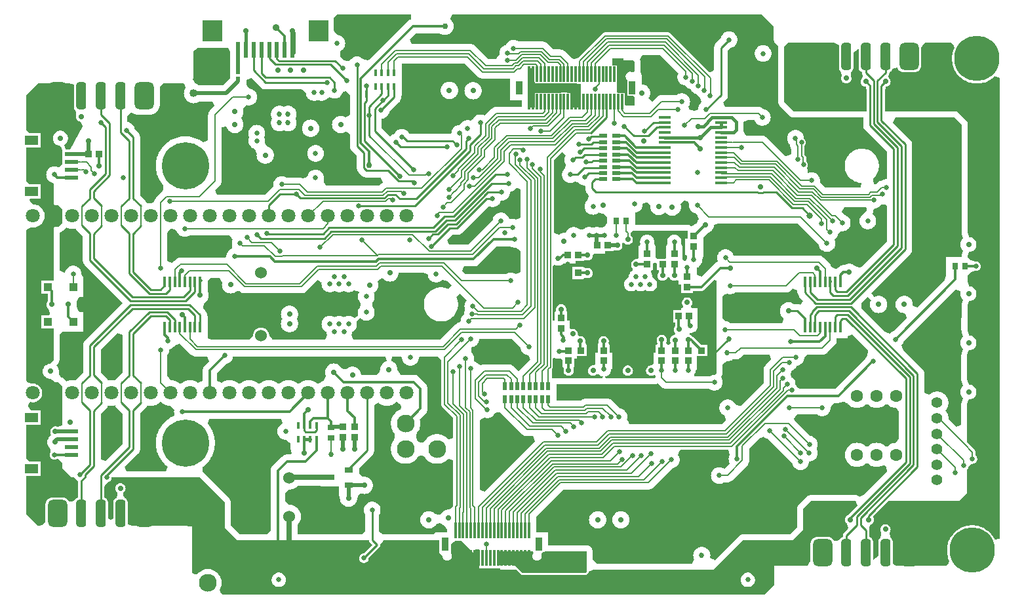
<source format=gbl>
G04 Layer_Physical_Order=4*
G04 Layer_Color=16711680*
%FSLAX25Y25*%
%MOIN*%
G70*
G01*
G75*
%ADD10R,0.03543X0.03150*%
%ADD14R,0.03150X0.03543*%
%ADD15R,0.03347X0.03740*%
%ADD17R,0.04134X0.02165*%
%ADD18R,0.02165X0.04134*%
%ADD19R,0.03740X0.03347*%
%ADD23R,0.04134X0.04134*%
%ADD24R,0.01772X0.03543*%
G04:AMPARAMS|DCode=34|XSize=137.8mil|YSize=50mil|CornerRadius=12.5mil|HoleSize=0mil|Usage=FLASHONLY|Rotation=90.000|XOffset=0mil|YOffset=0mil|HoleType=Round|Shape=RoundedRectangle|*
%AMROUNDEDRECTD34*
21,1,0.13780,0.02500,0,0,90.0*
21,1,0.11280,0.05000,0,0,90.0*
1,1,0.02500,0.01250,0.05640*
1,1,0.02500,0.01250,-0.05640*
1,1,0.02500,-0.01250,-0.05640*
1,1,0.02500,-0.01250,0.05640*
%
%ADD34ROUNDEDRECTD34*%
G04:AMPARAMS|DCode=35|XSize=137.8mil|YSize=100mil|CornerRadius=25mil|HoleSize=0mil|Usage=FLASHONLY|Rotation=90.000|XOffset=0mil|YOffset=0mil|HoleType=Round|Shape=RoundedRectangle|*
%AMROUNDEDRECTD35*
21,1,0.13780,0.05000,0,0,90.0*
21,1,0.08780,0.10000,0,0,90.0*
1,1,0.05000,0.02500,0.04390*
1,1,0.05000,0.02500,-0.04390*
1,1,0.05000,-0.02500,-0.04390*
1,1,0.05000,-0.02500,0.04390*
%
%ADD35ROUNDEDRECTD35*%
G04:AMPARAMS|DCode=40|XSize=20mil|YSize=12mil|CornerRadius=0.3mil|HoleSize=0mil|Usage=FLASHONLY|Rotation=270.000|XOffset=0mil|YOffset=0mil|HoleType=Round|Shape=RoundedRectangle|*
%AMROUNDEDRECTD40*
21,1,0.02000,0.01140,0,0,270.0*
21,1,0.01940,0.01200,0,0,270.0*
1,1,0.00060,-0.00570,-0.00970*
1,1,0.00060,-0.00570,0.00970*
1,1,0.00060,0.00570,0.00970*
1,1,0.00060,0.00570,-0.00970*
%
%ADD40ROUNDEDRECTD40*%
G04:AMPARAMS|DCode=42|XSize=10mil|YSize=8mil|CornerRadius=0.2mil|HoleSize=0mil|Usage=FLASHONLY|Rotation=0.000|XOffset=0mil|YOffset=0mil|HoleType=Round|Shape=RoundedRectangle|*
%AMROUNDEDRECTD42*
21,1,0.01000,0.00760,0,0,0.0*
21,1,0.00960,0.00800,0,0,0.0*
1,1,0.00040,0.00480,-0.00380*
1,1,0.00040,-0.00480,-0.00380*
1,1,0.00040,-0.00480,0.00380*
1,1,0.00040,0.00480,0.00380*
%
%ADD42ROUNDEDRECTD42*%
G04:AMPARAMS|DCode=43|XSize=10mil|YSize=8mil|CornerRadius=0.2mil|HoleSize=0mil|Usage=FLASHONLY|Rotation=90.000|XOffset=0mil|YOffset=0mil|HoleType=Round|Shape=RoundedRectangle|*
%AMROUNDEDRECTD43*
21,1,0.01000,0.00760,0,0,90.0*
21,1,0.00960,0.00800,0,0,90.0*
1,1,0.00040,0.00380,0.00480*
1,1,0.00040,0.00380,-0.00480*
1,1,0.00040,-0.00380,-0.00480*
1,1,0.00040,-0.00380,0.00480*
%
%ADD43ROUNDEDRECTD43*%
%ADD46C,0.01600*%
%ADD47C,0.02000*%
%ADD48C,0.01000*%
%ADD49C,0.01200*%
%ADD50C,0.01400*%
%ADD51C,0.01100*%
%ADD52C,0.00800*%
%ADD53C,0.00900*%
%ADD54C,0.01800*%
%ADD56C,0.06000*%
%ADD57C,0.06299*%
%ADD58C,0.05512*%
%ADD59C,0.09055*%
%ADD60C,0.24000*%
%ADD61C,0.23000*%
%ADD62C,0.07087*%
%ADD63C,0.02700*%
%ADD64C,0.02500*%
%ADD65C,0.02800*%
%ADD66C,0.03000*%
%ADD67C,0.04000*%
%ADD68C,0.03200*%
%ADD69C,0.02700*%
%ADD70C,0.03800*%
%ADD71C,0.03500*%
%ADD76R,0.07087X0.04724*%
%ADD77R,0.06693X0.02362*%
%ADD78R,0.01772X0.05512*%
%ADD79R,0.03500X0.06500*%
%ADD80R,0.01181X0.07874*%
%ADD81R,0.04134X0.02953*%
%ADD82R,0.02362X0.02362*%
%ADD83R,0.06496X0.01575*%
%ADD84R,0.02362X0.07874*%
%ADD85R,0.09843X0.11024*%
%ADD86C,0.02800*%
%ADD87C,0.02600*%
G36*
X40412Y-22120D02*
X40508Y-22602D01*
X40687Y-23130D01*
X40933Y-23630D01*
X41243Y-24093D01*
X41610Y-24512D01*
X42029Y-24879D01*
X42492Y-25188D01*
X42992Y-25435D01*
X43520Y-25614D01*
X44066Y-25723D01*
X44482Y-25750D01*
X44747Y-26201D01*
X45317Y-28219D01*
X39596Y-33940D01*
X37247Y-31591D01*
X36911Y-31297D01*
X36541Y-31049D01*
X36141Y-30852D01*
X35719Y-30709D01*
X35282Y-30622D01*
X34837Y-30593D01*
X22095D01*
X21651Y-30622D01*
X21214Y-30709D01*
X20413Y-30765D01*
X19539Y-30565D01*
X18379Y-29907D01*
X18012Y-29488D01*
X17593Y-29121D01*
X17130Y-28811D01*
X16690Y-28595D01*
X16797Y-28056D01*
X16834Y-27500D01*
X16797Y-26944D01*
X16689Y-26398D01*
X16510Y-25870D01*
X16263Y-25370D01*
X15954Y-24907D01*
X15586Y-24488D01*
X15561Y-22280D01*
X15588Y-22218D01*
X15894Y-21665D01*
X16152Y-21614D01*
X16680Y-21435D01*
X17180Y-21189D01*
X17643Y-20879D01*
X18062Y-20512D01*
X18429Y-20093D01*
X18739Y-19630D01*
X18985Y-19130D01*
X19164Y-18602D01*
X19273Y-18056D01*
X19296Y-17707D01*
X36000D01*
X40412Y-22120D01*
D02*
G37*
G36*
X-1834Y-26425D02*
X-1128Y-26935D01*
X-61Y-28701D01*
X-38Y-28911D01*
X-57Y-29200D01*
Y-50067D01*
X-28Y-50511D01*
X59Y-50949D01*
X202Y-51371D01*
X399Y-51770D01*
X647Y-52141D01*
X941Y-52476D01*
X6213Y-57749D01*
Y-67741D01*
X4155Y-68584D01*
X3713Y-68594D01*
X3329Y-68171D01*
X2781Y-67674D01*
X2187Y-67234D01*
X1553Y-66853D01*
X884Y-66537D01*
X188Y-66288D01*
X-530Y-66108D01*
X-1261Y-66000D01*
X-2000Y-65963D01*
X-2739Y-66000D01*
X-3470Y-66108D01*
X-4188Y-66288D01*
X-4884Y-66537D01*
X-5553Y-66853D01*
X-6187Y-67234D01*
X-6781Y-67674D01*
X-7329Y-68171D01*
X-7826Y-68719D01*
X-8266Y-69313D01*
X-8647Y-69947D01*
X-9405Y-70159D01*
X-10595D01*
X-11353Y-69947D01*
X-11733Y-69313D01*
X-12174Y-68719D01*
X-12204Y-68686D01*
X-12671Y-67600D01*
Y-66400D01*
X-12204Y-65314D01*
X-12174Y-65281D01*
X-11733Y-64687D01*
X-11353Y-64053D01*
X-11037Y-63384D01*
X-10788Y-62688D01*
X-10608Y-61970D01*
X-10500Y-61239D01*
X-10463Y-60500D01*
X-10500Y-59761D01*
X-10608Y-59030D01*
X-10744Y-58488D01*
X-7878Y-55622D01*
X-7558Y-55257D01*
X-7289Y-54854D01*
X-7074Y-54419D01*
X-6918Y-53960D01*
X-6824Y-53484D01*
X-6792Y-53000D01*
Y-42825D01*
X-6824Y-42342D01*
X-6918Y-41866D01*
X-7074Y-41407D01*
X-7289Y-40971D01*
X-7558Y-40568D01*
X-7878Y-40204D01*
X-11254Y-36828D01*
X-11618Y-36508D01*
X-12021Y-36239D01*
X-12456Y-36024D01*
X-12916Y-35868D01*
X-13392Y-35774D01*
X-13875Y-35742D01*
X-20174D01*
X-20213Y-35726D01*
X-20859Y-35253D01*
X-21669Y-34247D01*
X-22100Y-33242D01*
X-22091Y-33101D01*
X-22128Y-32525D01*
X-22241Y-31960D01*
X-22426Y-31413D01*
X-22681Y-30896D01*
X-23002Y-30417D01*
X-23382Y-29983D01*
X-23816Y-29603D01*
X-24295Y-29282D01*
X-24813Y-29027D01*
X-25359Y-28842D01*
X-24839Y-26411D01*
X-20315D01*
X-19834Y-26925D01*
X-19797Y-27481D01*
X-19689Y-28027D01*
X-19510Y-28555D01*
X-19263Y-29055D01*
X-18954Y-29518D01*
X-18586Y-29937D01*
X-18168Y-30304D01*
X-17704Y-30614D01*
X-17205Y-30860D01*
X-16677Y-31039D01*
X-16131Y-31148D01*
X-15575Y-31184D01*
X-15019Y-31148D01*
X-14472Y-31039D01*
X-13945Y-30860D01*
X-13445Y-30614D01*
X-12982Y-30304D01*
X-12563Y-29937D01*
X-12196Y-29518D01*
X-11886Y-29055D01*
X-11640Y-28555D01*
X-11461Y-28027D01*
X-11352Y-27481D01*
X-11316Y-26925D01*
X-10834Y-26411D01*
X-1935D01*
X-1834Y-26425D01*
D02*
G37*
G36*
X-112517Y13339D02*
X-112129Y12894D01*
X-111259Y11141D01*
X-111269Y11093D01*
X-111372Y10576D01*
X-111409Y10000D01*
X-111372Y9425D01*
X-111259Y8859D01*
X-111074Y8313D01*
X-110819Y7795D01*
X-110498Y7316D01*
X-110118Y6882D01*
X-109684Y6502D01*
X-109205Y6181D01*
X-108687Y5926D01*
X-108141Y5741D01*
X-107576Y5628D01*
X-107000Y5591D01*
X-106424Y5628D01*
X-105859Y5741D01*
X-105313Y5926D01*
X-104795Y6181D01*
X-104316Y6502D01*
X-103882Y6882D01*
X-102550Y6714D01*
X-101654Y6149D01*
X-101255Y5952D01*
X-100833Y5809D01*
X-100396Y5722D01*
X-99951Y5693D01*
X-71012D01*
X-70567Y5722D01*
X-70130Y5809D01*
X-69708Y5952D01*
X-69308Y6149D01*
X-68937Y6397D01*
X-68603Y6691D01*
X-62976Y12318D01*
X-62181Y12077D01*
X-60779Y11095D01*
X-60724Y11033D01*
X-60759Y10500D01*
X-60723Y9944D01*
X-60614Y9398D01*
X-60435Y8870D01*
X-60189Y8370D01*
X-59879Y7907D01*
X-59512Y7488D01*
X-59093Y7121D01*
X-58630Y6812D01*
X-58130Y6565D01*
X-57602Y6386D01*
X-57056Y6277D01*
X-56500Y6241D01*
X-55944Y6277D01*
X-55398Y6386D01*
X-54870Y6565D01*
X-54370Y6812D01*
X-54125Y6976D01*
X-53880Y6812D01*
X-53380Y6565D01*
X-52852Y6386D01*
X-52306Y6277D01*
X-51750Y6241D01*
X-51194Y6277D01*
X-50648Y6386D01*
X-50120Y6565D01*
X-49620Y6812D01*
X-49375Y6976D01*
X-49130Y6812D01*
X-48630Y6565D01*
X-48102Y6386D01*
X-47556Y6277D01*
X-47000Y6241D01*
X-46444Y6277D01*
X-45898Y6386D01*
X-45370Y6565D01*
X-44870Y6812D01*
X-44461Y7085D01*
X-44394Y7124D01*
X-42691Y6915D01*
X-41744Y6495D01*
X-41665Y6436D01*
X-41616Y6229D01*
X-41682Y6130D01*
X-41928Y5630D01*
X-42107Y5102D01*
X-42216Y4556D01*
X-42253Y4000D01*
X-42216Y3444D01*
X-42107Y2898D01*
X-41928Y2370D01*
X-41682Y1870D01*
X-41372Y1407D01*
X-41005Y460D01*
Y-460D01*
X-41372Y-1407D01*
X-41682Y-1870D01*
X-41928Y-2370D01*
X-42107Y-2898D01*
X-42216Y-3444D01*
X-42253Y-4000D01*
X-42216Y-4556D01*
X-42107Y-5102D01*
X-41928Y-5630D01*
X-43988Y-7012D01*
X-44407Y-6645D01*
X-44870Y-6336D01*
X-45370Y-6089D01*
X-45898Y-5910D01*
X-46444Y-5802D01*
X-47000Y-5765D01*
X-47556Y-5802D01*
X-48102Y-5910D01*
X-48630Y-6089D01*
X-49130Y-6336D01*
X-49375Y-6500D01*
X-49620Y-6336D01*
X-50120Y-6089D01*
X-50648Y-5910D01*
X-51194Y-5802D01*
X-51750Y-5765D01*
X-52306Y-5802D01*
X-52852Y-5910D01*
X-53380Y-6089D01*
X-53880Y-6336D01*
X-54125Y-6500D01*
X-54370Y-6336D01*
X-54870Y-6089D01*
X-55398Y-5910D01*
X-55944Y-5802D01*
X-56500Y-5765D01*
X-57056Y-5802D01*
X-57602Y-5910D01*
X-58130Y-6089D01*
X-58630Y-6336D01*
X-59093Y-6645D01*
X-59512Y-7012D01*
X-59879Y-7431D01*
X-60189Y-7895D01*
X-60435Y-8394D01*
X-60614Y-8922D01*
X-60723Y-9468D01*
X-60759Y-10024D01*
X-60723Y-10580D01*
X-60614Y-11127D01*
X-60435Y-11654D01*
X-60189Y-12154D01*
X-59879Y-12617D01*
X-59512Y-13036D01*
X-59093Y-13403D01*
X-58630Y-13713D01*
X-58381Y-13835D01*
X-58348Y-14344D01*
X-58239Y-14890D01*
X-58060Y-15418D01*
X-58021Y-15497D01*
X-58600Y-17061D01*
X-59027Y-17682D01*
X-59395Y-17997D01*
X-85101D01*
X-85458Y-17858D01*
X-85826Y-17602D01*
X-87291Y-16004D01*
X-87327Y-15455D01*
X-87434Y-14915D01*
X-87611Y-14393D01*
X-87855Y-13899D01*
X-88161Y-13442D01*
X-88524Y-13028D01*
X-88938Y-12665D01*
X-89395Y-12359D01*
X-89889Y-12115D01*
X-90411Y-11938D01*
X-90951Y-11831D01*
X-91500Y-11795D01*
X-92049Y-11831D01*
X-92589Y-11938D01*
X-93111Y-12115D01*
X-93604Y-12359D01*
X-94062Y-12665D01*
X-94476Y-13028D01*
X-94839Y-13442D01*
X-95145Y-13899D01*
X-95389Y-14393D01*
X-95566Y-14915D01*
X-95673Y-15455D01*
X-95709Y-16004D01*
X-97174Y-17602D01*
X-97542Y-17858D01*
X-97899Y-17997D01*
X-116417D01*
X-118658Y-17370D01*
Y-5858D01*
X-119036D01*
Y-5270D01*
X-119066Y-4812D01*
X-119155Y-4362D01*
X-119303Y-3927D01*
X-119506Y-3516D01*
X-119761Y-3134D01*
X-120063Y-2789D01*
X-120885Y-1967D01*
X-120962Y-1605D01*
X-120931Y-945D01*
X-120341Y897D01*
X-120269Y952D01*
X-119859Y1226D01*
X-119425Y1606D01*
X-119045Y2040D01*
X-118725Y2520D01*
X-118470Y3037D01*
X-118284Y3583D01*
X-118172Y4149D01*
X-118134Y4724D01*
X-118172Y5300D01*
X-118284Y5866D01*
X-118470Y6412D01*
X-118658Y6793D01*
Y10903D01*
X-118566Y11173D01*
X-118474Y11636D01*
X-118443Y12107D01*
X-116766Y13326D01*
X-116157Y13593D01*
X-112898D01*
X-112517Y13339D01*
D02*
G37*
G36*
X-190007Y38947D02*
X-189402Y38731D01*
X-188778Y38575D01*
X-188142Y38480D01*
X-187500Y38449D01*
X-186858Y38480D01*
X-186222Y38575D01*
X-185804Y38679D01*
X-185797Y38658D01*
X-185594Y38246D01*
X-185339Y37865D01*
X-185037Y37520D01*
X-182121Y34604D01*
Y22613D01*
X-182091Y22156D01*
X-182001Y21706D01*
X-181854Y21271D01*
X-181651Y20860D01*
X-181396Y20478D01*
X-181094Y20133D01*
X-161802Y842D01*
X-180980Y-18336D01*
X-181283Y-18681D01*
X-181538Y-19063D01*
X-181740Y-19474D01*
X-181888Y-19909D01*
X-181977Y-20359D01*
X-182008Y-20817D01*
Y-34604D01*
X-184924Y-37520D01*
X-185226Y-37865D01*
X-185481Y-38246D01*
X-185684Y-38658D01*
X-185700Y-38705D01*
X-186222Y-38575D01*
X-186858Y-38480D01*
X-187500Y-38449D01*
X-188142Y-38480D01*
X-188778Y-38575D01*
X-189402Y-38731D01*
X-190007Y-38947D01*
X-190549Y-39204D01*
X-192381Y-37372D01*
X-192740Y-37065D01*
X-193143Y-36819D01*
X-193731Y-36386D01*
X-194187Y-35630D01*
X-194359Y-34593D01*
X-194322Y-34017D01*
X-194359Y-33442D01*
X-194472Y-32876D01*
X-194657Y-32330D01*
X-194912Y-31812D01*
X-195233Y-31333D01*
X-195463Y-31070D01*
X-195089Y-30652D01*
X-195036Y-30582D01*
X-194976Y-30518D01*
X-194893Y-30394D01*
X-194803Y-30276D01*
X-194761Y-30199D01*
X-194712Y-30126D01*
X-194440Y-29645D01*
X-194407Y-29574D01*
X-194367Y-29507D01*
X-194307Y-29361D01*
X-194241Y-29217D01*
X-194219Y-29142D01*
X-194190Y-29070D01*
X-194130Y-28880D01*
X-194080Y-28663D01*
X-194028Y-28446D01*
X-194027Y-28433D01*
X-194024Y-28420D01*
X-194008Y-28197D01*
X-193991Y-27975D01*
Y-15326D01*
X-192071Y-13925D01*
X-181937D01*
Y-3791D01*
X-183735D01*
X-184306Y-3326D01*
X-184574Y-2933D01*
X-185292Y-1291D01*
X-185241Y-1141D01*
X-185128Y-575D01*
X-185091Y0D01*
X-185128Y575D01*
X-185241Y1141D01*
X-185292Y1291D01*
X-184574Y2933D01*
X-184306Y3326D01*
X-183735Y3791D01*
X-181937D01*
Y13925D01*
X-181937Y13925D01*
X-182745Y15496D01*
X-182781Y16052D01*
X-182890Y16598D01*
X-183069Y17126D01*
X-183315Y17626D01*
X-183625Y18089D01*
X-183992Y18508D01*
X-184411Y18875D01*
X-184874Y19185D01*
X-185374Y19431D01*
X-185902Y19610D01*
X-186448Y19719D01*
X-187004Y19755D01*
X-187560Y19719D01*
X-188106Y19610D01*
X-188634Y19431D01*
X-189134Y19185D01*
X-189597Y18875D01*
X-190016Y18508D01*
X-190383Y18089D01*
X-190692Y17626D01*
X-190939Y17126D01*
X-191118Y16598D01*
X-191165Y16359D01*
X-191491Y16134D01*
X-193672Y17134D01*
X-193991Y17531D01*
Y36539D01*
X-193579Y36638D01*
X-193143Y36819D01*
X-192740Y37066D01*
X-192381Y37372D01*
X-190549Y39204D01*
X-190007Y38947D01*
D02*
G37*
G36*
X-162007Y-15648D02*
Y-34604D01*
X-164924Y-37520D01*
X-165226Y-37865D01*
X-165481Y-38246D01*
X-165684Y-38658D01*
X-165700Y-38705D01*
X-166222Y-38575D01*
X-166858Y-38480D01*
X-167500Y-38449D01*
X-168142Y-38480D01*
X-168778Y-38575D01*
X-169195Y-38679D01*
X-169203Y-38658D01*
X-169406Y-38246D01*
X-169661Y-37865D01*
X-169963Y-37520D01*
X-172993Y-34490D01*
Y-23098D01*
X-164507Y-14613D01*
X-162007Y-15648D01*
D02*
G37*
G36*
X-27641Y-28842D02*
X-28187Y-29027D01*
X-28705Y-29282D01*
X-29184Y-29603D01*
X-29618Y-29983D01*
X-29998Y-30417D01*
X-30319Y-30896D01*
X-30574Y-31413D01*
X-30759Y-31960D01*
X-30872Y-32525D01*
X-30909Y-33101D01*
X-30900Y-33242D01*
X-31331Y-34247D01*
X-32141Y-35253D01*
X-32787Y-35726D01*
X-32826Y-35742D01*
X-40608D01*
X-40628Y-35425D01*
X-40741Y-34859D01*
X-40926Y-34313D01*
X-41181Y-33795D01*
X-41502Y-33316D01*
X-41882Y-32882D01*
X-42316Y-32502D01*
X-42795Y-32181D01*
X-43313Y-31926D01*
X-43859Y-31741D01*
X-44425Y-31628D01*
X-45000Y-31591D01*
X-45575Y-31628D01*
X-46141Y-31741D01*
X-46687Y-31926D01*
X-47205Y-32181D01*
X-47684Y-32502D01*
X-47921Y-32710D01*
X-48015Y-32733D01*
X-49100Y-32746D01*
X-50100Y-32550D01*
X-50740Y-32244D01*
X-51061Y-31765D01*
X-51441Y-31331D01*
X-51875Y-30951D01*
X-52354Y-30630D01*
X-52872Y-30375D01*
X-53418Y-30190D01*
X-53983Y-30077D01*
X-54559Y-30039D01*
X-55135Y-30077D01*
X-55700Y-30190D01*
X-56247Y-30375D01*
X-56764Y-30630D01*
X-57243Y-30951D01*
X-57677Y-31331D01*
X-58057Y-31765D01*
X-58378Y-32244D01*
X-58633Y-32761D01*
X-58818Y-33308D01*
X-58931Y-33873D01*
X-58969Y-34449D01*
X-58931Y-35024D01*
X-58818Y-35590D01*
X-58669Y-36031D01*
X-58636Y-36187D01*
X-58657Y-36537D01*
X-59117Y-37891D01*
X-59526Y-38577D01*
X-59843Y-38889D01*
X-60007Y-38947D01*
X-60588Y-39222D01*
X-61140Y-39553D01*
X-61656Y-39936D01*
X-62132Y-40368D01*
X-62868D01*
X-63344Y-39936D01*
X-63860Y-39553D01*
X-64412Y-39222D01*
X-64993Y-38947D01*
X-65598Y-38731D01*
X-66222Y-38575D01*
X-66858Y-38480D01*
X-67500Y-38449D01*
X-68142Y-38480D01*
X-68778Y-38575D01*
X-69402Y-38731D01*
X-70007Y-38947D01*
X-70588Y-39222D01*
X-71140Y-39553D01*
X-71656Y-39936D01*
X-72132Y-40368D01*
X-72868D01*
X-73344Y-39936D01*
X-73860Y-39553D01*
X-74412Y-39222D01*
X-74993Y-38947D01*
X-75598Y-38731D01*
X-76222Y-38575D01*
X-76858Y-38480D01*
X-77500Y-38449D01*
X-78142Y-38480D01*
X-78778Y-38575D01*
X-79402Y-38731D01*
X-80007Y-38947D01*
X-80588Y-39222D01*
X-81140Y-39553D01*
X-81656Y-39936D01*
X-82132Y-40368D01*
X-82868D01*
X-83344Y-39936D01*
X-83860Y-39553D01*
X-84412Y-39222D01*
X-84993Y-38947D01*
X-85598Y-38731D01*
X-86222Y-38575D01*
X-86858Y-38480D01*
X-87500Y-38449D01*
X-88142Y-38480D01*
X-88778Y-38575D01*
X-89402Y-38731D01*
X-90007Y-38947D01*
X-90588Y-39222D01*
X-91140Y-39553D01*
X-91656Y-39936D01*
X-92132Y-40368D01*
X-92868D01*
X-93344Y-39936D01*
X-93860Y-39553D01*
X-94412Y-39222D01*
X-94993Y-38947D01*
X-95598Y-38731D01*
X-96222Y-38575D01*
X-96858Y-38480D01*
X-97500Y-38449D01*
X-98142Y-38480D01*
X-98778Y-38575D01*
X-99402Y-38731D01*
X-100007Y-38947D01*
X-100588Y-39222D01*
X-101140Y-39553D01*
X-101656Y-39936D01*
X-102132Y-40368D01*
X-102868D01*
X-103344Y-39936D01*
X-103860Y-39553D01*
X-104412Y-39222D01*
X-104993Y-38947D01*
X-105598Y-38731D01*
X-106222Y-38575D01*
X-106858Y-38480D01*
X-107500Y-38449D01*
X-108142Y-38480D01*
X-108778Y-38575D01*
X-109402Y-38731D01*
X-110007Y-38947D01*
X-110588Y-39222D01*
X-111140Y-39553D01*
X-111516Y-39832D01*
X-112163Y-39653D01*
X-113794Y-38742D01*
X-113892Y-38645D01*
Y-34998D01*
X-109036Y-30142D01*
X-108894Y-30114D01*
X-108366Y-29935D01*
X-107867Y-29689D01*
X-107403Y-29379D01*
X-106984Y-29012D01*
X-106617Y-28593D01*
X-106307Y-28130D01*
X-106061Y-27630D01*
X-105882Y-27102D01*
X-105773Y-26556D01*
X-105764Y-26411D01*
X-28161D01*
X-27641Y-28842D01*
D02*
G37*
G36*
X35870Y29166D02*
X36398Y28987D01*
X36944Y28878D01*
X37500Y28842D01*
X37956Y28872D01*
X38076Y28866D01*
X39890Y27785D01*
X40124Y27566D01*
X40456Y27032D01*
Y16587D01*
X39760Y16023D01*
X38784Y15646D01*
X37956Y15471D01*
X37630Y15688D01*
X37130Y15935D01*
X36602Y16114D01*
X36056Y16223D01*
X35500Y16259D01*
X34944Y16223D01*
X34398Y16114D01*
X33870Y15935D01*
X33370Y15688D01*
X32950Y15407D01*
X12073D01*
X10740Y17040D01*
X11712Y19292D01*
X16565D01*
X17049Y19324D01*
X17525Y19418D01*
X17984Y19574D01*
X18419Y19789D01*
X18823Y20058D01*
X19187Y20378D01*
X28202Y29393D01*
X35410D01*
X35870Y29166D01*
D02*
G37*
G36*
X-135676Y38258D02*
X-134804Y37752D01*
X-134155Y36952D01*
X-133909Y36452D01*
X-133599Y35989D01*
X-133232Y35570D01*
X-132813Y35203D01*
X-132350Y34893D01*
X-131850Y34647D01*
X-131323Y34468D01*
X-130776Y34359D01*
X-130220Y34322D01*
X-129665Y34359D01*
X-129118Y34468D01*
X-128591Y34647D01*
X-128091Y34893D01*
X-127628Y35203D01*
X-127617Y35212D01*
X-107555D01*
X-106785Y34404D01*
X-106043Y32874D01*
X-106085Y32712D01*
X-106214Y32331D01*
X-106323Y31784D01*
X-106359Y31228D01*
X-106323Y30672D01*
X-106214Y30126D01*
X-106214Y30126D01*
X-106104Y29390D01*
X-106384Y28549D01*
X-106987Y27992D01*
X-107450Y27683D01*
X-107869Y27316D01*
X-108236Y26897D01*
X-108546Y26434D01*
X-108792Y25934D01*
X-108971Y25406D01*
X-109080Y24860D01*
X-109116Y24304D01*
X-109538Y23854D01*
X-132447D01*
X-132892Y23825D01*
X-133329Y23738D01*
X-133751Y23595D01*
X-134151Y23398D01*
X-134521Y23150D01*
X-134856Y22856D01*
X-134968Y22745D01*
X-135255Y22553D01*
X-135590Y22259D01*
X-136457Y21392D01*
X-136830Y21274D01*
X-139149Y22235D01*
Y36104D01*
X-138883Y36732D01*
X-137500Y38449D01*
X-136884Y38479D01*
X-136857Y38480D01*
X-135676Y38258D01*
D02*
G37*
G36*
X125451Y37500D02*
Y33416D01*
X124251D01*
Y25269D01*
X124695D01*
X125022Y24870D01*
X125256Y24269D01*
X125142Y24038D01*
X124988Y23584D01*
X124894Y23115D01*
X124863Y22638D01*
X124867Y22574D01*
X124651Y22327D01*
X124182Y22234D01*
X123876Y22130D01*
X123433Y22321D01*
X122876Y22775D01*
Y29731D01*
X122735D01*
X122404Y30058D01*
X122074Y30731D01*
X122140Y30924D01*
X122233Y31394D01*
X122264Y31871D01*
X122233Y32349D01*
X122140Y32818D01*
X121986Y33271D01*
X121774Y33700D01*
X121508Y34098D01*
X121193Y34458D01*
X120833Y34773D01*
X120435Y35039D01*
X120006Y35250D01*
X119553Y35404D01*
X119084Y35498D01*
X118606Y35529D01*
X118129Y35498D01*
X117660Y35404D01*
X117207Y35250D01*
X116777Y35039D01*
X116379Y34773D01*
X116020Y34458D01*
X115704Y34098D01*
X115438Y33700D01*
X115227Y33271D01*
X115073Y32818D01*
X114980Y32349D01*
X114948Y31871D01*
X114980Y31394D01*
X115073Y30924D01*
X115139Y30731D01*
X114808Y30058D01*
X114477Y29731D01*
X114336D01*
Y23923D01*
X113629Y23216D01*
X110097D01*
X109631Y23216D01*
X109097Y23995D01*
Y29731D01*
X108956D01*
X108625Y30058D01*
X108294Y30731D01*
X108360Y30924D01*
X108453Y31394D01*
X108485Y31871D01*
X108453Y32349D01*
X108360Y32818D01*
X108206Y33271D01*
X107994Y33700D01*
X107729Y34098D01*
X107413Y34458D01*
X107053Y34773D01*
X106656Y35039D01*
X106227Y35250D01*
X105773Y35404D01*
X105304Y35498D01*
X104827Y35529D01*
X104349Y35498D01*
X103880Y35404D01*
X103427Y35250D01*
X102998Y35039D01*
X102600Y34773D01*
X102240Y34458D01*
X101925Y34098D01*
X101659Y33700D01*
X101447Y33271D01*
X101294Y32818D01*
X101200Y32349D01*
X101169Y31871D01*
X101200Y31394D01*
X101294Y30924D01*
X101359Y30731D01*
X101029Y30058D01*
X100698Y29731D01*
X100557D01*
Y23737D01*
X100438Y23546D01*
X99647Y22987D01*
X99557Y22976D01*
X99216Y23003D01*
X98808Y22971D01*
X98410Y22875D01*
X98032Y22719D01*
X97684Y22505D01*
X97372Y22239D01*
X97106Y21928D01*
X96893Y21579D01*
X96736Y21201D01*
X96640Y20803D01*
X96608Y20395D01*
X96640Y19987D01*
X96736Y19589D01*
X96893Y19211D01*
X97106Y18862D01*
X97372Y18551D01*
X97524Y18422D01*
X97594Y18058D01*
X97588Y17934D01*
X97410Y17280D01*
X97286Y17219D01*
X96888Y16953D01*
X96529Y16638D01*
X96213Y16278D01*
X95947Y15880D01*
X95736Y15451D01*
X95582Y14998D01*
X95489Y14529D01*
X95457Y14051D01*
X95479Y13714D01*
X95340Y13667D01*
X94911Y13455D01*
X94513Y13189D01*
X94154Y12874D01*
X93838Y12514D01*
X93572Y12116D01*
X93361Y11687D01*
X93207Y11234D01*
X93114Y10765D01*
X93082Y10288D01*
X93114Y9810D01*
X93207Y9341D01*
X93361Y8888D01*
X93572Y8459D01*
X93838Y8061D01*
X94154Y7701D01*
X94513Y7385D01*
X94911Y7120D01*
X95340Y6908D01*
X95793Y6754D01*
X96263Y6661D01*
X96740Y6630D01*
X97218Y6661D01*
X97687Y6754D01*
X98140Y6908D01*
X98569Y7120D01*
X98967Y7385D01*
X99115Y7515D01*
X99263Y7385D01*
X99661Y7120D01*
X100090Y6908D01*
X100543Y6754D01*
X101013Y6661D01*
X101490Y6630D01*
X101968Y6661D01*
X102437Y6754D01*
X102890Y6908D01*
X103319Y7120D01*
X103717Y7385D01*
X103865Y7515D01*
X104013Y7385D01*
X104411Y7120D01*
X104840Y6908D01*
X105293Y6754D01*
X105763Y6661D01*
X106240Y6630D01*
X106718Y6661D01*
X107187Y6754D01*
X107640Y6908D01*
X108069Y7120D01*
X108467Y7385D01*
X108827Y7701D01*
X109142Y8061D01*
X109408Y8459D01*
X109619Y8888D01*
X109773Y9341D01*
X109867Y9810D01*
X109898Y10288D01*
X109867Y10765D01*
X109773Y11234D01*
X109619Y11687D01*
X109408Y12116D01*
X109142Y12514D01*
X108827Y12874D01*
X108467Y13189D01*
X108069Y13455D01*
X107640Y13667D01*
X107499Y13714D01*
X107523Y14074D01*
X107492Y14551D01*
X107398Y15021D01*
X107245Y15474D01*
X107033Y15903D01*
X106767Y16301D01*
X106619Y16469D01*
X106810Y17148D01*
X107046Y17469D01*
X107897D01*
Y20877D01*
X108231Y21212D01*
X109413Y21123D01*
X109631Y20805D01*
Y17469D01*
X110792D01*
Y16402D01*
X110591Y16167D01*
X110377Y15818D01*
X110220Y15440D01*
X110125Y15042D01*
X110093Y14634D01*
X110125Y14226D01*
X110220Y13828D01*
X110377Y13450D01*
X110591Y13101D01*
X110857Y12790D01*
X111168Y12524D01*
X111517Y12310D01*
X111895Y12153D01*
X112293Y12058D01*
X112701Y12026D01*
X113109Y12058D01*
X113507Y12153D01*
X113885Y12310D01*
X114234Y12524D01*
X114545Y12790D01*
X114811Y13101D01*
X115025Y13450D01*
X115128Y13700D01*
X115654Y13815D01*
X116179Y13700D01*
X116282Y13450D01*
X116496Y13101D01*
X116762Y12790D01*
X117073Y12524D01*
X117422Y12310D01*
X117800Y12153D01*
X118198Y12058D01*
X118606Y12026D01*
X119014Y12058D01*
X119412Y12153D01*
X119790Y12310D01*
X119859Y12352D01*
X120648Y12029D01*
X120859Y11823D01*
Y10037D01*
X122059D01*
Y5922D01*
X128199D01*
Y6886D01*
X132557D01*
X132930Y6923D01*
X133288Y7032D01*
X133618Y7208D01*
X133907Y7445D01*
X139076Y12615D01*
X140000Y12232D01*
Y-34960D01*
X139849Y-35218D01*
X139000Y-35843D01*
X138988Y-35842D01*
X138510Y-35873D01*
X138041Y-35967D01*
X137588Y-36121D01*
X137159Y-36332D01*
X136761Y-36598D01*
X136655Y-36691D01*
X129193D01*
X128809Y-36052D01*
X128719Y-35691D01*
X128918Y-35394D01*
X129129Y-34964D01*
X129283Y-34511D01*
X129376Y-34042D01*
X129408Y-33565D01*
X130020Y-32776D01*
X130020D01*
Y-26261D01*
X135570D01*
Y-20515D01*
X132327D01*
X128462Y-16650D01*
X128173Y-16413D01*
X127843Y-16236D01*
X127600Y-16162D01*
X127594Y-16156D01*
X127283Y-15890D01*
X126934Y-15676D01*
X126556Y-15520D01*
X126331Y-15466D01*
X126341Y-14460D01*
X126349Y-14453D01*
X126827Y-14485D01*
X127304Y-14453D01*
X127773Y-14360D01*
X128227Y-14206D01*
X128656Y-13995D01*
X129053Y-13729D01*
X129413Y-13413D01*
X129729Y-13054D01*
X129995Y-12656D01*
X130206Y-12227D01*
X130360Y-11773D01*
X130453Y-11304D01*
X130485Y-10827D01*
X130453Y-10349D01*
X130360Y-9880D01*
X130310Y-9734D01*
Y-1730D01*
X127494D01*
X127191Y-1224D01*
X127084Y-730D01*
X127239Y-549D01*
X127453Y-200D01*
X127609Y178D01*
X127705Y576D01*
X127737Y984D01*
X127705Y1392D01*
X127609Y1790D01*
X127453Y2168D01*
X127239Y2517D01*
X126973Y2828D01*
X126662Y3094D01*
X126313Y3308D01*
X125935Y3465D01*
X125537Y3560D01*
X125129Y3592D01*
X124721Y3560D01*
X124323Y3465D01*
X123945Y3308D01*
X123596Y3094D01*
X123285Y2828D01*
X123019Y2517D01*
X122805Y2168D01*
X122649Y1790D01*
X122553Y1392D01*
X122521Y984D01*
X122553Y576D01*
X122649Y178D01*
X122805Y-200D01*
X123019Y-549D01*
X123174Y-730D01*
X123067Y-1224D01*
X122764Y-1730D01*
X122164D01*
Y-2930D01*
X118049D01*
Y-9070D01*
X119013D01*
Y-10946D01*
X118890Y-11090D01*
X118676Y-11439D01*
X118520Y-11817D01*
X118424Y-12215D01*
X118392Y-12623D01*
X118424Y-13031D01*
X118520Y-13429D01*
X118676Y-13807D01*
X118890Y-14156D01*
X119150Y-14460D01*
X119141Y-14561D01*
X119083Y-14924D01*
X118788Y-15468D01*
X118592Y-15484D01*
X118194Y-15579D01*
X117816Y-15736D01*
X117467Y-15949D01*
X117156Y-16215D01*
X116890Y-16526D01*
X116676Y-16875D01*
X116520Y-17254D01*
X116424Y-17651D01*
X116392Y-18059D01*
X116424Y-18467D01*
X116520Y-18865D01*
X116676Y-19243D01*
X116842Y-19515D01*
X116759Y-19841D01*
X116699Y-19956D01*
X115930Y-20515D01*
X115320D01*
X114545Y-19971D01*
X114451Y-19764D01*
X114392Y-19515D01*
X114574Y-19218D01*
X114730Y-18840D01*
X114826Y-18442D01*
X114858Y-18034D01*
X114826Y-17626D01*
X114730Y-17228D01*
X114574Y-16850D01*
X114360Y-16501D01*
X114094Y-16190D01*
X113783Y-15924D01*
X113434Y-15710D01*
X113056Y-15553D01*
X112658Y-15458D01*
X112250Y-15426D01*
X111842Y-15458D01*
X111444Y-15553D01*
X111066Y-15710D01*
X110717Y-15924D01*
X110406Y-16190D01*
X110140Y-16501D01*
X109926Y-16850D01*
X109770Y-17228D01*
X109674Y-17626D01*
X109642Y-18034D01*
X109674Y-18442D01*
X109770Y-18840D01*
X109926Y-19218D01*
X110108Y-19515D01*
X110049Y-19764D01*
X109705Y-20515D01*
X109180D01*
Y-24630D01*
X107980D01*
Y-30195D01*
X107940Y-30291D01*
X107562Y-30667D01*
X106980Y-31006D01*
X106795Y-30991D01*
X106387Y-31023D01*
X105989Y-31119D01*
X105611Y-31275D01*
X105262Y-31489D01*
X104951Y-31755D01*
X104685Y-32066D01*
X104472Y-32415D01*
X104315Y-32793D01*
X104219Y-33191D01*
X104187Y-33599D01*
X104219Y-34007D01*
X104315Y-34405D01*
X104472Y-34783D01*
X104685Y-35132D01*
X104951Y-35443D01*
X105262Y-35709D01*
X105611Y-35923D01*
X105989Y-36080D01*
X106387Y-36175D01*
X106795Y-36207D01*
X107203Y-36175D01*
X107601Y-36080D01*
X107979Y-35923D01*
X108241Y-35763D01*
X108333Y-35709D01*
X108584Y-35699D01*
X109132Y-36189D01*
X109196Y-36887D01*
X108530Y-37646D01*
X83664Y-37646D01*
X83318Y-36661D01*
X83533Y-36587D01*
X83333Y-36627D01*
X83312Y-36645D01*
Y-36645D01*
X83333Y-36626D01*
X83802Y-36533D01*
X84255Y-36379D01*
X84684Y-36168D01*
X85082Y-35902D01*
X85442Y-35587D01*
X85757Y-35227D01*
X86023Y-34829D01*
X86235Y-34400D01*
X86388Y-33947D01*
X86482Y-33477D01*
X86513Y-33000D01*
X86723Y-32776D01*
X87125D01*
Y-24630D01*
X85925D01*
Y-20515D01*
X85772D01*
X85515Y-20268D01*
X85154Y-19515D01*
X85189Y-19430D01*
X85285Y-19032D01*
X85317Y-18624D01*
X85285Y-18216D01*
X85189Y-17818D01*
X85032Y-17440D01*
X84819Y-17091D01*
X84553Y-16780D01*
X84242Y-16514D01*
X83893Y-16300D01*
X83515Y-16143D01*
X83117Y-16048D01*
X82709Y-16016D01*
X82301Y-16048D01*
X81903Y-16143D01*
X81525Y-16300D01*
X81176Y-16514D01*
X80865Y-16780D01*
X80599Y-17091D01*
X80385Y-17440D01*
X80228Y-17818D01*
X80133Y-18216D01*
X80101Y-18624D01*
X80133Y-19032D01*
X80228Y-19430D01*
X80263Y-19515D01*
X79785Y-20515D01*
X79785D01*
X79785Y-20515D01*
Y-24630D01*
X78585D01*
Y-30246D01*
X78484Y-30421D01*
X77729Y-30987D01*
X77585Y-31016D01*
X77273Y-30991D01*
X76865Y-31023D01*
X76467Y-31119D01*
X76089Y-31275D01*
X75740Y-31489D01*
X75429Y-31755D01*
X75163Y-32066D01*
X74949Y-32415D01*
X74792Y-32793D01*
X74697Y-33191D01*
X74665Y-33599D01*
X74697Y-34007D01*
X74792Y-34405D01*
X74949Y-34783D01*
X75163Y-35132D01*
X75429Y-35443D01*
X75740Y-35709D01*
X76089Y-35923D01*
X76467Y-36080D01*
X76865Y-36175D01*
X77273Y-36207D01*
X77681Y-36175D01*
X78079Y-36080D01*
X78457Y-35923D01*
X78806Y-35709D01*
X78976Y-35564D01*
X79285Y-35457D01*
X80157Y-35529D01*
X80269Y-35587D01*
X80628Y-35902D01*
X81026Y-36168D01*
X81455Y-36379D01*
X81908Y-36533D01*
X82378Y-36626D01*
X82398Y-36645D01*
Y-36645D01*
X82378Y-36627D01*
X82178Y-36587D01*
X82393Y-36661D01*
X82046Y-37646D01*
X56500Y-37646D01*
Y-32611D01*
X56516Y-32596D01*
X56516Y-32596D01*
X56665Y-32413D01*
X56777Y-32204D01*
X56846Y-31978D01*
X56869Y-31743D01*
X56869Y-31743D01*
Y-27439D01*
X57522Y-27051D01*
X57869Y-26966D01*
X58171Y-27168D01*
X58600Y-27379D01*
X59053Y-27533D01*
X59522Y-27627D01*
X60000Y-27658D01*
X60477Y-27627D01*
X60772Y-27568D01*
X61508Y-27954D01*
X61772Y-28152D01*
Y-31576D01*
X61910D01*
X62300Y-32074D01*
X62502Y-32576D01*
X62412Y-32793D01*
X62316Y-33191D01*
X62284Y-33599D01*
X62316Y-34007D01*
X62412Y-34405D01*
X62568Y-34783D01*
X62782Y-35132D01*
X63048Y-35443D01*
X63359Y-35709D01*
X63708Y-35923D01*
X64086Y-36080D01*
X64484Y-36175D01*
X64892Y-36207D01*
X65300Y-36175D01*
X65698Y-36080D01*
X66076Y-35923D01*
X66425Y-35709D01*
X66736Y-35443D01*
X67002Y-35132D01*
X67216Y-34783D01*
X67373Y-34405D01*
X67468Y-34007D01*
X67500Y-33599D01*
X67468Y-33191D01*
X67373Y-32793D01*
X67283Y-32576D01*
X67484Y-32074D01*
X67875Y-31576D01*
X67913D01*
Y-27461D01*
X69113D01*
Y-26261D01*
X74080D01*
Y-20515D01*
X73961D01*
X73704Y-20268D01*
X73343Y-19515D01*
X73378Y-19430D01*
X73474Y-19032D01*
X73506Y-18624D01*
X73474Y-18216D01*
X73378Y-17818D01*
X73221Y-17440D01*
X73008Y-17091D01*
X72742Y-16780D01*
X72431Y-16514D01*
X72082Y-16300D01*
X71704Y-16143D01*
X71306Y-16048D01*
X70898Y-16016D01*
X70490Y-16048D01*
X70437Y-16060D01*
X69737Y-15530D01*
X69587Y-15270D01*
X69608Y-15000D01*
X69576Y-14592D01*
X69480Y-14194D01*
X69324Y-13816D01*
X69110Y-13467D01*
X68844Y-13156D01*
X68533Y-12890D01*
X68184Y-12676D01*
X67806Y-12520D01*
X67408Y-12424D01*
X67000Y-12392D01*
X66592Y-12424D01*
X66270Y-12501D01*
X66157Y-12495D01*
X65358Y-11973D01*
X65270Y-11838D01*
Y-8084D01*
X64070D01*
Y-3969D01*
X64070Y-3969D01*
X63674Y-2969D01*
X63688Y-2908D01*
X63721Y-2500D01*
X63688Y-2092D01*
X63593Y-1694D01*
X63436Y-1316D01*
X63222Y-967D01*
X62957Y-656D01*
X62646Y-390D01*
X62297Y-176D01*
X61918Y-20D01*
X61521Y76D01*
X61113Y108D01*
X60705Y76D01*
X60307Y-20D01*
X59929Y-176D01*
X59580Y-390D01*
X59268Y-656D01*
X59003Y-967D01*
X58789Y-1316D01*
X58632Y-1694D01*
X58537Y-2092D01*
X58504Y-2500D01*
X58537Y-2908D01*
X58551Y-2969D01*
X58431Y-3177D01*
X57930Y-3969D01*
X57930Y-3969D01*
X57930Y-3969D01*
Y-8084D01*
X56869D01*
Y19419D01*
X56874Y19426D01*
X57847Y19956D01*
X58283Y19776D01*
X58742Y19666D01*
X59213Y19628D01*
X59821D01*
X60291Y19666D01*
X60751Y19776D01*
X61187Y19956D01*
X61590Y20203D01*
X61949Y20510D01*
X62203Y20764D01*
X68416D01*
Y21964D01*
X72531D01*
Y21996D01*
X72911Y22331D01*
X73531Y22599D01*
X73694Y22531D01*
X74092Y22436D01*
X74500Y22404D01*
X74908Y22436D01*
X75306Y22531D01*
X75684Y22688D01*
X76033Y22902D01*
X76344Y23168D01*
X76610Y23479D01*
X76824Y23828D01*
X76980Y24206D01*
X77076Y24604D01*
X77108Y25012D01*
X77938Y25762D01*
X83416D01*
Y26962D01*
X87531D01*
Y27249D01*
X87990Y27480D01*
X88531Y27673D01*
X88823Y27552D01*
X89221Y27456D01*
X89629Y27424D01*
X90037Y27456D01*
X90435Y27552D01*
X90813Y27708D01*
X91162Y27922D01*
X91473Y28188D01*
X91739Y28499D01*
X91953Y28848D01*
X92109Y29226D01*
X92205Y29624D01*
X92237Y30032D01*
X92205Y30440D01*
X92109Y30838D01*
X92039Y31008D01*
X92867Y31548D01*
X93133Y31237D01*
X93444Y30971D01*
X93793Y30757D01*
X94171Y30601D01*
X94569Y30505D01*
X94977Y30473D01*
X95385Y30505D01*
X95783Y30601D01*
X96161Y30757D01*
X96510Y30971D01*
X96821Y31237D01*
X97087Y31548D01*
X97301Y31897D01*
X97457Y32275D01*
X97553Y32673D01*
X97585Y33081D01*
X97553Y33489D01*
X97457Y33887D01*
X97301Y34265D01*
X97087Y34614D01*
X96821Y34925D01*
X96585Y35127D01*
Y36459D01*
X96581Y36500D01*
X97040Y37242D01*
X97268Y37461D01*
X97349Y37500D01*
X125451Y37500D01*
D02*
G37*
G36*
X181158Y7072D02*
Y5858D01*
X181502D01*
X181523Y5542D01*
X181612Y5092D01*
X181760Y4658D01*
X181962Y4246D01*
X182217Y3865D01*
X182520Y3520D01*
X184180Y1860D01*
X182792Y-219D01*
X182375Y-13D01*
X181934Y136D01*
X181478Y227D01*
X181014Y258D01*
X179277D01*
X178886Y519D01*
X178369Y774D01*
X177823Y959D01*
X177257Y1072D01*
X176681Y1109D01*
X176106Y1072D01*
X175540Y959D01*
X174994Y774D01*
X174477Y519D01*
X173997Y198D01*
X173563Y-182D01*
X173183Y-616D01*
X172863Y-1095D01*
X172608Y-1613D01*
X172422Y-2159D01*
X172310Y-2724D01*
X172272Y-3300D01*
X172310Y-3875D01*
X172422Y-4441D01*
X172608Y-4987D01*
X172863Y-5505D01*
X173183Y-5984D01*
X173563Y-6418D01*
X173997Y-6798D01*
X174131Y-6888D01*
X174095Y-7942D01*
X173426Y-9388D01*
X147050D01*
X146630Y-9107D01*
X146130Y-8860D01*
X145602Y-8681D01*
X145056Y-8573D01*
X144500Y-8536D01*
X143229Y-6764D01*
X143009Y-6210D01*
Y4056D01*
X143819Y4820D01*
X145363Y5562D01*
X145509Y5518D01*
X145898Y5386D01*
X146444Y5277D01*
X147000Y5241D01*
X147556Y5277D01*
X148102Y5386D01*
X148630Y5565D01*
X149130Y5812D01*
X149550Y6093D01*
X175500D01*
X175945Y6122D01*
X176382Y6209D01*
X176804Y6352D01*
X177204Y6549D01*
X177574Y6797D01*
X177909Y7091D01*
X178848Y8029D01*
X181158Y7072D01*
D02*
G37*
G36*
X-6759Y15500D02*
X-6723Y14944D01*
X-6614Y14398D01*
X-6435Y13870D01*
X-6188Y13370D01*
X-5879Y12907D01*
X-5512Y12488D01*
X-5093Y12121D01*
X-4630Y11812D01*
X-4130Y11565D01*
X-3602Y11386D01*
X-3056Y11277D01*
X-2500Y11241D01*
X-1944Y11277D01*
X-1398Y11386D01*
X-870Y11565D01*
X-370Y11812D01*
X93Y12121D01*
X512Y12488D01*
X2641Y12186D01*
X3240Y11941D01*
X5328Y9853D01*
X3833Y7813D01*
X3680Y7892D01*
X2978Y8183D01*
X2254Y8412D01*
X1512Y8576D01*
X759Y8675D01*
X0Y8708D01*
X-759Y8675D01*
X-1512Y8576D01*
X-2254Y8412D01*
X-2978Y8183D01*
X-3680Y7892D01*
X-4354Y7542D01*
X-4995Y7133D01*
X-5598Y6671D01*
X-6158Y6158D01*
X-6671Y5598D01*
X-7133Y4995D01*
X-7542Y4354D01*
X-7892Y3680D01*
X-8183Y2978D01*
X-8412Y2254D01*
X-8576Y1512D01*
X-8675Y759D01*
X-8708Y0D01*
X-8675Y-759D01*
X-8576Y-1512D01*
X-8412Y-2254D01*
X-8183Y-2978D01*
X-7892Y-3680D01*
X-7542Y-4354D01*
X-7133Y-4995D01*
X-6671Y-5598D01*
X-6158Y-6158D01*
X-5598Y-6671D01*
X-4995Y-7133D01*
X-4354Y-7542D01*
X-3680Y-7892D01*
X-2978Y-8183D01*
X-2254Y-8412D01*
X-1512Y-8576D01*
X-759Y-8675D01*
X0Y-8708D01*
X759Y-8675D01*
X1512Y-8576D01*
X2254Y-8412D01*
X2978Y-8183D01*
X3680Y-7892D01*
X4354Y-7542D01*
X4995Y-7133D01*
X5598Y-6671D01*
X6158Y-6158D01*
X6671Y-5598D01*
X7133Y-4995D01*
X7542Y-4354D01*
X7892Y-3680D01*
X8183Y-2978D01*
X8412Y-2254D01*
X8576Y-1512D01*
X8675Y-759D01*
X8708Y0D01*
X8675Y759D01*
X8576Y1512D01*
X8412Y2254D01*
X8183Y2978D01*
X7892Y3680D01*
X7813Y3833D01*
X9853Y5328D01*
X13094Y2087D01*
X12792Y1742D01*
X12482Y1278D01*
X12236Y779D01*
X12057Y251D01*
X11948Y-295D01*
X11912Y-851D01*
X11948Y-1407D01*
X12057Y-1953D01*
X12236Y-2481D01*
X12249Y-2509D01*
X12189Y-2599D01*
X11943Y-3098D01*
X11764Y-3626D01*
X11655Y-4172D01*
X11618Y-4728D01*
X11649Y-5202D01*
X11582Y-5247D01*
X11163Y-5614D01*
X10796Y-6033D01*
X10486Y-6496D01*
X10240Y-6996D01*
X10061Y-7524D01*
X9952Y-8070D01*
X9916Y-8626D01*
X9449Y-9122D01*
X9012Y-9209D01*
X8590Y-9352D01*
X8190Y-9549D01*
X7820Y-9797D01*
X7485Y-10091D01*
X-421Y-17997D01*
X-44098D01*
X-44409Y-17735D01*
X-44870Y-17087D01*
X-45468Y-15497D01*
X-45440Y-15440D01*
X-45261Y-14913D01*
X-45152Y-14367D01*
X-45118Y-13835D01*
X-44870Y-13713D01*
X-44407Y-13403D01*
X-43988Y-13036D01*
X-43621Y-12617D01*
X-43312Y-12154D01*
X-43065Y-11654D01*
X-42886Y-11127D01*
X-42777Y-10580D01*
X-42741Y-10024D01*
X-42777Y-9468D01*
X-42886Y-8922D01*
X-43065Y-8394D01*
X-41005Y-7012D01*
X-40586Y-7379D01*
X-40123Y-7688D01*
X-39623Y-7935D01*
X-39096Y-8114D01*
X-38549Y-8223D01*
X-37993Y-8259D01*
X-37437Y-8223D01*
X-36891Y-8114D01*
X-36364Y-7935D01*
X-35864Y-7688D01*
X-35401Y-7379D01*
X-34982Y-7012D01*
X-34615Y-6593D01*
X-34305Y-6130D01*
X-34059Y-5630D01*
X-33880Y-5102D01*
X-33771Y-4556D01*
X-33734Y-4000D01*
X-33771Y-3444D01*
X-33880Y-2898D01*
X-34059Y-2370D01*
X-34305Y-1870D01*
X-34615Y-1407D01*
X-34982Y-460D01*
Y460D01*
X-34615Y1407D01*
X-34305Y1870D01*
X-34059Y2370D01*
X-33880Y2898D01*
X-33771Y3444D01*
X-33734Y4000D01*
X-33771Y4556D01*
X-33880Y5102D01*
X-34059Y5630D01*
X-34203Y5922D01*
X-34109Y5968D01*
X-33630Y6288D01*
X-33196Y6668D01*
X-32816Y7102D01*
X-32495Y7582D01*
X-32240Y8099D01*
X-32055Y8645D01*
X-31942Y9211D01*
X-31905Y9786D01*
X-31942Y10362D01*
X-32055Y10928D01*
X-32240Y11474D01*
X-31792Y12115D01*
X-30998Y12885D01*
X-30318Y13290D01*
X-29265Y13049D01*
X-29118Y12882D01*
X-28684Y12502D01*
X-28205Y12181D01*
X-27687Y11926D01*
X-27141Y11741D01*
X-26575Y11628D01*
X-26000Y11591D01*
X-25424Y11628D01*
X-24859Y11741D01*
X-24313Y11926D01*
X-23795Y12181D01*
X-23316Y12502D01*
X-22882Y12882D01*
X-22502Y13316D01*
X-22181Y13795D01*
X-21926Y14313D01*
X-21741Y14859D01*
X-21628Y15424D01*
X-21591Y16000D01*
X-21504Y16093D01*
X-9226D01*
X-6759Y15500D01*
D02*
G37*
G36*
X264739Y91505D02*
X264667Y36742D01*
X264683Y36525D01*
X264698Y36308D01*
X264702Y36290D01*
X264703Y36271D01*
X264754Y36059D01*
X264801Y35848D01*
X265450Y33755D01*
X265307Y33630D01*
X264927Y33196D01*
X264606Y32717D01*
X264351Y32199D01*
X264166Y31653D01*
X264054Y31087D01*
X264016Y30512D01*
X264054Y29936D01*
X264166Y29370D01*
X264351Y28824D01*
X264606Y28307D01*
X264927Y27828D01*
X265307Y27394D01*
X265448Y27271D01*
X264791Y25205D01*
X264741Y24987D01*
X264688Y24768D01*
X264687Y24756D01*
X264684Y24745D01*
X264668Y24521D01*
X264650Y24297D01*
X264650Y24272D01*
X256866D01*
Y14728D01*
X256866Y14728D01*
X256866D01*
X256866Y14728D01*
X256181Y12512D01*
X242249Y-1420D01*
X240588Y-831D01*
X239890Y-244D01*
X239906Y0D01*
X239868Y575D01*
X239755Y1141D01*
X239570Y1687D01*
X239315Y2205D01*
X238994Y2684D01*
X238614Y3118D01*
X238180Y3498D01*
X237701Y3819D01*
X237183Y4074D01*
X236637Y4259D01*
X236072Y4372D01*
X235496Y4409D01*
X234921Y4372D01*
X234355Y4259D01*
X233809Y4074D01*
X233291Y3819D01*
X232812Y3498D01*
X232378Y3118D01*
X231998Y2684D01*
X231677Y2205D01*
X231422Y1687D01*
X231237Y1141D01*
X231124Y575D01*
X231087Y0D01*
X231124Y-575D01*
X231237Y-1141D01*
X231422Y-1687D01*
X231677Y-2205D01*
X231998Y-2684D01*
X232378Y-3118D01*
X232812Y-3498D01*
X233291Y-3819D01*
X233809Y-4074D01*
X234355Y-4259D01*
X234921Y-4372D01*
X235496Y-4409D01*
X235740Y-4393D01*
X236327Y-5092D01*
X236916Y-6753D01*
X230040Y-13629D01*
X229898Y-13657D01*
X229370Y-13836D01*
X228870Y-14083D01*
X228407Y-14392D01*
X227988Y-14760D01*
X225678Y-13717D01*
X213710Y-1750D01*
Y750D01*
X216712Y3752D01*
X218685Y2205D01*
X218636Y2105D01*
X218430Y1687D01*
X218245Y1141D01*
X218132Y575D01*
X218094Y0D01*
X218132Y-575D01*
X218245Y-1141D01*
X218430Y-1687D01*
X218685Y-2205D01*
X219006Y-2684D01*
X219386Y-3118D01*
X219820Y-3498D01*
X220299Y-3819D01*
X220816Y-4074D01*
X221363Y-4259D01*
X221928Y-4372D01*
X222504Y-4409D01*
X223079Y-4372D01*
X223645Y-4259D01*
X224191Y-4074D01*
X224709Y-3819D01*
X225188Y-3498D01*
X225622Y-3118D01*
X226002Y-2684D01*
X226323Y-2205D01*
X226578Y-1687D01*
X226763Y-1141D01*
X226876Y-575D01*
X226913Y0D01*
X226876Y575D01*
X226763Y1141D01*
X226578Y1687D01*
X226323Y2205D01*
X226002Y2684D01*
X225622Y3118D01*
X225188Y3498D01*
X224709Y3819D01*
X224191Y4074D01*
X223645Y4259D01*
X223079Y4372D01*
X222504Y4409D01*
X221928Y4372D01*
X221363Y4259D01*
X220816Y4074D01*
X220399Y3868D01*
X220299Y3819D01*
X219693Y4591D01*
X218752Y5792D01*
X238538Y25578D01*
X238840Y25922D01*
X239095Y26304D01*
X239298Y26715D01*
X239446Y27150D01*
X239535Y27600D01*
X239565Y28058D01*
Y81376D01*
X239535Y81834D01*
X239446Y82284D01*
X239298Y82718D01*
X239095Y83130D01*
X238840Y83511D01*
X238538Y83856D01*
X229904Y92491D01*
X230939Y94991D01*
X261254D01*
X264739Y91505D01*
D02*
G37*
G36*
X261818Y7503D02*
X264166Y6641D01*
X264054Y6075D01*
X264016Y5500D01*
X264054Y4924D01*
X264166Y4359D01*
X264351Y3813D01*
X264606Y3295D01*
X264927Y2816D01*
X265307Y2382D01*
X265443Y2263D01*
X264772Y250D01*
X264770Y241D01*
X264766Y232D01*
X264712Y10D01*
X264658Y-208D01*
X264657Y-218D01*
X264655Y-227D01*
X264637Y-453D01*
X264617Y-678D01*
X264618Y-688D01*
X264617Y-698D01*
X264600Y-13302D01*
X264602Y-13327D01*
X264601Y-13352D01*
X264621Y-13563D01*
X264637Y-13773D01*
X264643Y-13797D01*
X264645Y-13822D01*
X264697Y-14027D01*
X264746Y-14232D01*
X264756Y-14255D01*
X264762Y-14279D01*
X265441Y-16265D01*
X265307Y-16382D01*
X264927Y-16816D01*
X264606Y-17295D01*
X264351Y-17813D01*
X264166Y-18359D01*
X264054Y-18924D01*
X264016Y-19500D01*
X264054Y-20076D01*
X264166Y-20641D01*
X264351Y-21187D01*
X264606Y-21705D01*
X264927Y-22184D01*
X265307Y-22618D01*
X265438Y-22733D01*
X264753Y-24692D01*
X264745Y-24723D01*
X264733Y-24752D01*
X264685Y-24951D01*
X264633Y-25149D01*
X264629Y-25180D01*
X264622Y-25211D01*
X264605Y-25415D01*
X264585Y-25618D01*
X264587Y-25650D01*
X264584Y-25682D01*
X264567Y-38318D01*
X264571Y-38365D01*
X264569Y-38412D01*
X264589Y-38600D01*
X264604Y-38789D01*
X264615Y-38835D01*
X264620Y-38881D01*
X264669Y-39064D01*
X264714Y-39249D01*
X264731Y-39292D01*
X264744Y-39337D01*
X265436Y-41269D01*
X265307Y-41382D01*
X264927Y-41816D01*
X264606Y-42295D01*
X264351Y-42813D01*
X264166Y-43359D01*
X264054Y-43924D01*
X264016Y-44500D01*
X264054Y-45076D01*
X264166Y-45641D01*
X264351Y-46187D01*
X264606Y-46705D01*
X264927Y-47184D01*
X265307Y-47618D01*
X265433Y-47728D01*
X264735Y-49635D01*
X264720Y-49686D01*
X264700Y-49736D01*
X264657Y-49914D01*
X264608Y-50089D01*
X264601Y-50143D01*
X264589Y-50195D01*
X264574Y-50377D01*
X264553Y-50559D01*
X264555Y-50612D01*
X264551Y-50665D01*
X264537Y-61360D01*
X262227Y-62315D01*
X258013Y-58101D01*
X258026Y-57874D01*
X257990Y-57228D01*
X257881Y-56591D01*
X257702Y-55970D01*
X257455Y-55373D01*
X257142Y-54807D01*
X256768Y-54280D01*
X256462Y-53937D01*
X256768Y-53594D01*
X257142Y-53067D01*
X257455Y-52501D01*
X257702Y-51904D01*
X257881Y-51283D01*
X257990Y-50646D01*
X258026Y-50000D01*
X257990Y-49354D01*
X257881Y-48717D01*
X257702Y-48096D01*
X257455Y-47499D01*
X257142Y-46933D01*
X256768Y-46406D01*
X256337Y-45924D01*
X255855Y-45493D01*
X255328Y-45119D01*
X254762Y-44806D01*
X254165Y-44559D01*
X253544Y-44380D01*
X252906Y-44271D01*
X252261Y-44235D01*
X251616Y-44271D01*
X250978Y-44380D01*
X250357Y-44559D01*
X249760Y-44806D01*
X249194Y-45119D01*
X248667Y-45493D01*
X248241Y-45873D01*
X247947Y-45850D01*
X246274Y-45330D01*
X245741Y-44942D01*
Y-35234D01*
X245711Y-34776D01*
X245622Y-34326D01*
X245474Y-33891D01*
X245271Y-33480D01*
X245016Y-33098D01*
X244714Y-32753D01*
X235054Y-23093D01*
X234012Y-20783D01*
X234379Y-20364D01*
X234688Y-19901D01*
X234935Y-19401D01*
X235114Y-18873D01*
X235142Y-18731D01*
X261454Y7581D01*
X261818Y7503D01*
D02*
G37*
G36*
X30067Y-54798D02*
X41248Y-65979D01*
X41583Y-66273D01*
X41954Y-66520D01*
X42353Y-66717D01*
X42775Y-66861D01*
X43213Y-66948D01*
X43657Y-66977D01*
X46643D01*
X47679Y-69477D01*
X21937Y-95218D01*
X19628Y-94262D01*
Y-59031D01*
X20292Y-58328D01*
X20667Y-58116D01*
X22128Y-57522D01*
X22398Y-57614D01*
X22944Y-57723D01*
X23500Y-57759D01*
X24056Y-57723D01*
X24602Y-57614D01*
X25130Y-57435D01*
X25630Y-57188D01*
X26093Y-56879D01*
X26512Y-56512D01*
X26879Y-56093D01*
X27189Y-55630D01*
X27277Y-55451D01*
X27380Y-55263D01*
X27574Y-55157D01*
X28729Y-54792D01*
X29225Y-54731D01*
X30067Y-54798D01*
D02*
G37*
G36*
X205249Y-49692D02*
X206235Y-50055D01*
X206669Y-50330D01*
X206725Y-50386D01*
X207145Y-50855D01*
X207660Y-51315D01*
X208223Y-51715D01*
X208828Y-52049D01*
X209466Y-52314D01*
X210129Y-52505D01*
X210810Y-52621D01*
X211500Y-52659D01*
X212190Y-52621D01*
X212871Y-52505D01*
X213534Y-52314D01*
X214172Y-52049D01*
X214777Y-51715D01*
X215340Y-51315D01*
X215975Y-50855D01*
X217025D01*
X217660Y-51315D01*
X218223Y-51715D01*
X218828Y-52049D01*
X219466Y-52314D01*
X220129Y-52505D01*
X220810Y-52621D01*
X221500Y-52659D01*
X222190Y-52621D01*
X222871Y-52505D01*
X223534Y-52314D01*
X224172Y-52049D01*
X224777Y-51715D01*
X225340Y-51315D01*
X225975Y-50855D01*
X227025D01*
X227660Y-51315D01*
X228223Y-51715D01*
X228828Y-52049D01*
X229466Y-52314D01*
X230129Y-52505D01*
X230810Y-52621D01*
X231500Y-52659D01*
X232811Y-54654D01*
X232926Y-55031D01*
Y-67969D01*
X232811Y-68346D01*
X231500Y-70341D01*
X230810Y-70379D01*
X230129Y-70495D01*
X229466Y-70686D01*
X228828Y-70951D01*
X228223Y-71285D01*
X227660Y-71684D01*
X227025Y-72145D01*
X225975D01*
X225340Y-71684D01*
X224777Y-71285D01*
X224172Y-70951D01*
X223534Y-70686D01*
X222871Y-70495D01*
X222190Y-70379D01*
X221500Y-70341D01*
X220810Y-70379D01*
X220129Y-70495D01*
X219466Y-70686D01*
X218828Y-70951D01*
X218223Y-71285D01*
X217660Y-71684D01*
X217025Y-72145D01*
X215975D01*
X215340Y-71684D01*
X214777Y-71285D01*
X214172Y-70951D01*
X213534Y-70686D01*
X212871Y-70495D01*
X212190Y-70379D01*
X211500Y-70341D01*
X210810Y-70379D01*
X210129Y-70495D01*
X209466Y-70686D01*
X208828Y-70951D01*
X208223Y-71285D01*
X207660Y-71684D01*
X207145Y-72145D01*
X206684Y-72660D01*
X206285Y-73223D01*
X205951Y-73828D01*
X205686Y-74466D01*
X205495Y-75129D01*
X205379Y-75810D01*
X205341Y-76500D01*
X205379Y-77190D01*
X205495Y-77871D01*
X205686Y-78534D01*
X205951Y-79172D01*
X206285Y-79777D01*
X206684Y-80340D01*
X207145Y-80855D01*
X207660Y-81315D01*
X208223Y-81715D01*
X208828Y-82049D01*
X209466Y-82314D01*
X210129Y-82505D01*
X210810Y-82621D01*
X211500Y-82659D01*
X212190Y-82621D01*
X212871Y-82505D01*
X213534Y-82314D01*
X214172Y-82049D01*
X214777Y-81715D01*
X215340Y-81315D01*
X215975Y-80855D01*
X217025D01*
X217660Y-81315D01*
X218223Y-81715D01*
X218828Y-82049D01*
X219466Y-82314D01*
X220129Y-82505D01*
X220810Y-82621D01*
X221500Y-82659D01*
X222190Y-82621D01*
X222871Y-82505D01*
X223534Y-82314D01*
X224172Y-82049D01*
X224777Y-81715D01*
X225921Y-81970D01*
X226589Y-82933D01*
X226623Y-84917D01*
X215040Y-96499D01*
X215006Y-96530D01*
X214945Y-96578D01*
X214625Y-96785D01*
X212772Y-97712D01*
X212677Y-97642D01*
X212587Y-97566D01*
X212486Y-97504D01*
X212390Y-97434D01*
X212285Y-97381D01*
X212184Y-97319D01*
X212075Y-97273D01*
X211969Y-97220D01*
X211857Y-97183D01*
X211748Y-97138D01*
X211633Y-97110D01*
X211520Y-97074D01*
X211403Y-97055D01*
X211288Y-97028D01*
X211171Y-97018D01*
X211054Y-97000D01*
X210936D01*
X210818Y-96991D01*
X188000D01*
X187529Y-97028D01*
X187070Y-97138D01*
X186634Y-97319D01*
X186231Y-97566D01*
X185872Y-97872D01*
X181872Y-101872D01*
X181565Y-102231D01*
X181319Y-102634D01*
X181138Y-103070D01*
X181028Y-103529D01*
X180991Y-104000D01*
X180991Y-113337D01*
X177669Y-116991D01*
X153500D01*
X153029Y-117028D01*
X152570Y-117138D01*
X152134Y-117319D01*
X151731Y-117565D01*
X151372Y-117872D01*
X139195Y-130050D01*
X138937Y-129964D01*
X136803Y-128739D01*
X136915Y-128179D01*
X136952Y-127610D01*
X136915Y-127041D01*
X136803Y-126482D01*
X136620Y-125942D01*
X136368Y-125431D01*
X136051Y-124957D01*
X135675Y-124528D01*
X135246Y-124152D01*
X134772Y-123835D01*
X134261Y-123583D01*
X133721Y-123400D01*
X133161Y-123288D01*
X132592Y-123251D01*
X132023Y-123288D01*
X131464Y-123400D01*
X130924Y-123583D01*
X130413Y-123835D01*
X129939Y-124152D01*
X129510Y-124528D01*
X129134Y-124957D01*
X128817Y-125431D01*
X128565Y-125942D01*
X128382Y-126482D01*
X128270Y-127041D01*
X128233Y-127610D01*
X128270Y-128179D01*
X128382Y-128739D01*
X128565Y-129279D01*
X128670Y-129491D01*
X128206Y-130860D01*
X127844Y-131493D01*
X127323Y-131991D01*
X79509Y-131991D01*
X77028Y-129671D01*
X77009Y-129510D01*
Y-125442D01*
X76972Y-124971D01*
X76862Y-124512D01*
X76681Y-124076D01*
X76435Y-123673D01*
X76128Y-123314D01*
X75769Y-123008D01*
X75366Y-122761D01*
X74930Y-122580D01*
X74471Y-122470D01*
X74000Y-122433D01*
X54569Y-122433D01*
Y-115750D01*
X48291D01*
Y-108075D01*
X48291Y-108075D01*
X48291D01*
X49948Y-106261D01*
X62102Y-94107D01*
X105360D01*
X105804Y-94078D01*
X106242Y-93991D01*
X106664Y-93848D01*
X107063Y-93651D01*
X107434Y-93403D01*
X107769Y-93109D01*
X117666Y-83213D01*
X118162Y-83114D01*
X118690Y-82935D01*
X119189Y-82688D01*
X119652Y-82379D01*
X120071Y-82012D01*
X120439Y-81593D01*
X120748Y-81130D01*
X120994Y-80630D01*
X121174Y-80102D01*
X121282Y-79556D01*
X121319Y-79000D01*
X121282Y-78444D01*
X121174Y-77898D01*
X120994Y-77370D01*
X120748Y-76870D01*
X120506Y-76508D01*
X120642Y-75825D01*
X121008Y-74778D01*
X121605Y-74008D01*
X146002D01*
X146744Y-76508D01*
X146565Y-76870D01*
X146386Y-77398D01*
X146277Y-77944D01*
X146241Y-78500D01*
X146277Y-79056D01*
X146386Y-79602D01*
X146565Y-80130D01*
X146811Y-80630D01*
X146950Y-80837D01*
X144195Y-83593D01*
X144050D01*
X143630Y-83311D01*
X143130Y-83065D01*
X142602Y-82886D01*
X142056Y-82777D01*
X141500Y-82741D01*
X140944Y-82777D01*
X140398Y-82886D01*
X139870Y-83065D01*
X139370Y-83311D01*
X138907Y-83621D01*
X138488Y-83988D01*
X138121Y-84407D01*
X137812Y-84870D01*
X137565Y-85370D01*
X137386Y-85898D01*
X137277Y-86444D01*
X137241Y-87000D01*
X137277Y-87556D01*
X137386Y-88102D01*
X137565Y-88630D01*
X137812Y-89130D01*
X138121Y-89593D01*
X138488Y-90012D01*
X138907Y-90379D01*
X139370Y-90689D01*
X139870Y-90935D01*
X140398Y-91114D01*
X140944Y-91223D01*
X141500Y-91259D01*
X142056Y-91223D01*
X142602Y-91114D01*
X143130Y-90935D01*
X143630Y-90689D01*
X144050Y-90407D01*
X145606D01*
X146051Y-90378D01*
X146488Y-90291D01*
X146910Y-90148D01*
X147310Y-89951D01*
X147680Y-89703D01*
X148016Y-89409D01*
X155659Y-81766D01*
X155953Y-81431D01*
X156201Y-81060D01*
X156398Y-80660D01*
X156541Y-80238D01*
X156628Y-79801D01*
X156657Y-79356D01*
Y-73292D01*
X161703Y-68247D01*
X164020Y-67225D01*
X164439Y-67592D01*
X164902Y-67902D01*
X165402Y-68148D01*
X165930Y-68327D01*
X166426Y-68426D01*
X178594Y-80594D01*
X178693Y-81090D01*
X178872Y-81618D01*
X179118Y-82117D01*
X179428Y-82581D01*
X179795Y-82999D01*
X180214Y-83367D01*
X180677Y-83676D01*
X181177Y-83923D01*
X181704Y-84102D01*
X182251Y-84211D01*
X182807Y-84247D01*
X183362Y-84211D01*
X183909Y-84102D01*
X184437Y-83923D01*
X184936Y-83676D01*
X185399Y-83367D01*
X185818Y-82999D01*
X186186Y-82581D01*
X186495Y-82117D01*
X186741Y-81618D01*
X186921Y-81090D01*
X187029Y-80544D01*
X187066Y-79988D01*
X187817Y-79756D01*
X188363Y-79648D01*
X188891Y-79469D01*
X189390Y-79222D01*
X189854Y-78913D01*
X190272Y-78545D01*
X190640Y-78127D01*
X190949Y-77663D01*
X191196Y-77164D01*
X191375Y-76636D01*
X191483Y-76090D01*
X191520Y-75534D01*
X191483Y-74978D01*
X191375Y-74431D01*
X191196Y-73904D01*
X190949Y-73404D01*
X190937Y-73386D01*
X191013Y-73273D01*
X191259Y-72773D01*
X191438Y-72245D01*
X191547Y-71699D01*
X191583Y-71143D01*
X191547Y-70587D01*
X191438Y-70041D01*
X191259Y-69513D01*
X191013Y-69013D01*
X190703Y-68550D01*
X190336Y-68131D01*
X189917Y-67764D01*
X189454Y-67454D01*
X188954Y-67208D01*
X188427Y-67029D01*
X187930Y-66930D01*
X179737Y-58737D01*
X179582Y-58104D01*
X180980Y-55968D01*
X191254D01*
X191675Y-56249D01*
X192174Y-56495D01*
X192702Y-56675D01*
X193248Y-56783D01*
X193804Y-56820D01*
X194360Y-56783D01*
X194907Y-56675D01*
X195434Y-56495D01*
X195934Y-56249D01*
X196397Y-55940D01*
X196816Y-55572D01*
X197183Y-55153D01*
X197493Y-54690D01*
X197739Y-54190D01*
X197918Y-53663D01*
X198027Y-53117D01*
X198063Y-52561D01*
X198063Y-52558D01*
X198983Y-50930D01*
X199356Y-50512D01*
X200046Y-50058D01*
X202024D01*
X202495Y-50027D01*
X202957Y-49935D01*
X203404Y-49783D01*
X203482Y-49745D01*
X204115Y-49598D01*
X205249Y-49692D01*
D02*
G37*
G36*
X46513Y-125442D02*
X46708Y-125681D01*
X46953Y-126442D01*
X46902Y-126502D01*
X46707Y-126821D01*
X46563Y-127167D01*
X46476Y-127532D01*
X46446Y-127905D01*
X46476Y-128279D01*
X46563Y-128644D01*
X46707Y-128990D01*
X46902Y-129309D01*
X47146Y-129594D01*
X47431Y-129838D01*
X47750Y-130034D01*
X48097Y-130177D01*
X48461Y-130265D01*
X48835Y-130294D01*
X49208Y-130265D01*
X49573Y-130177D01*
X49919Y-130034D01*
X50239Y-129838D01*
X50524Y-129594D01*
X50767Y-129309D01*
X50963Y-128990D01*
X51106Y-128644D01*
X51194Y-128279D01*
X51223Y-127905D01*
X51194Y-127532D01*
X51106Y-127167D01*
X51063Y-127062D01*
X51521Y-126073D01*
X52169Y-125850D01*
D01*
X53001Y-125442D01*
X74000Y-125442D01*
Y-135793D01*
X73293Y-136500D01*
X41500Y-136500D01*
X37534Y-132534D01*
X29660Y-132534D01*
X28953Y-131827D01*
Y-126149D01*
X29660Y-125442D01*
X46513Y-125442D01*
D02*
G37*
G36*
X-122500Y-88000D02*
X-110000Y-100500D01*
Y-113500D01*
X-103500Y-120000D01*
X-36689Y-120000D01*
X-36675Y-120136D01*
X-36578Y-120456D01*
X-36420Y-120752D01*
X-36208Y-121010D01*
X-34916Y-122302D01*
X-39159Y-126546D01*
X-39198Y-126542D01*
X-39582Y-126573D01*
X-39957Y-126663D01*
X-40313Y-126810D01*
X-40642Y-127012D01*
X-40935Y-127262D01*
X-41186Y-127556D01*
X-41387Y-127884D01*
X-41535Y-128241D01*
X-41625Y-128616D01*
X-41655Y-129000D01*
X-41625Y-129384D01*
X-41535Y-129759D01*
X-41387Y-130116D01*
X-41186Y-130445D01*
X-40935Y-130738D01*
X-40642Y-130988D01*
X-40313Y-131190D01*
X-39957Y-131337D01*
X-39582Y-131427D01*
X-39198Y-131458D01*
X-38813Y-131427D01*
X-38438Y-131337D01*
X-38082Y-131190D01*
X-37753Y-130988D01*
X-37460Y-130738D01*
X-37209Y-130445D01*
X-37008Y-130116D01*
X-36860Y-129759D01*
X-36770Y-129384D01*
X-36740Y-129000D01*
X-36743Y-128961D01*
X-31292Y-123510D01*
X-31080Y-123251D01*
X-30922Y-122956D01*
X-30825Y-122636D01*
X-30792Y-122302D01*
X-29704Y-120554D01*
X-29122Y-120031D01*
X-29077Y-120000D01*
X-769Y-120000D01*
Y-126450D01*
X-769D01*
X777Y-127905D01*
X806Y-128279D01*
X894Y-128644D01*
X1037Y-128990D01*
X1233Y-129309D01*
X1476Y-129594D01*
X1761Y-129838D01*
X2081Y-130034D01*
X2427Y-130177D01*
X2792Y-130265D01*
X3165Y-130294D01*
X3539Y-130265D01*
X3903Y-130177D01*
X4250Y-130034D01*
X4569Y-129838D01*
X4854Y-129594D01*
X5098Y-129309D01*
X5294Y-128990D01*
X5437Y-128644D01*
Y-128644D01*
X5524Y-128279D01*
X5524Y-128279D01*
X5554Y-127905D01*
X5554Y-127905D01*
X5524Y-127532D01*
X5524Y-127532D01*
X5437Y-127167D01*
X5294Y-126821D01*
X5131Y-126450D01*
X5131Y-126450D01*
X5131Y-126450D01*
Y-121768D01*
X5496Y-121403D01*
X7477Y-120149D01*
X7477Y-120149D01*
X7477Y-120149D01*
X10271D01*
X17450Y-127328D01*
Y-124654D01*
X19288D01*
Y-134125D01*
X30000D01*
Y-135000D01*
X38295D01*
X40647Y-137353D01*
X40647Y-137353D01*
X40830Y-137503D01*
X41039Y-137614D01*
X41265Y-137683D01*
X41500Y-137706D01*
X41500Y-137706D01*
X73293Y-137706D01*
X73528Y-137683D01*
X73754Y-137614D01*
X73963Y-137503D01*
X74146Y-137353D01*
X74146Y-137353D01*
X74853Y-136645D01*
X75003Y-136463D01*
X75114Y-136254D01*
X75183Y-136028D01*
X75206Y-135793D01*
X77401Y-135000D01*
X138500Y-135000D01*
X153500Y-120000D01*
X179000D01*
X184000Y-114500D01*
X184000Y-104000D01*
X188000Y-100000D01*
X210818D01*
X211774Y-102310D01*
X207148Y-106936D01*
X206816Y-107074D01*
X206467Y-107288D01*
X206156Y-107554D01*
X205890Y-107865D01*
X205676Y-108214D01*
X205520Y-108592D01*
X205424Y-108990D01*
X205392Y-109398D01*
X205424Y-109806D01*
X205520Y-110204D01*
X205676Y-110582D01*
X205890Y-110931D01*
X206156Y-111242D01*
X206290Y-111356D01*
X206507Y-111675D01*
X206946Y-113534D01*
X206822Y-114360D01*
X204792Y-116390D01*
X204580Y-116649D01*
X204422Y-116944D01*
X204325Y-117264D01*
X204292Y-117598D01*
Y-118163D01*
X203991Y-118236D01*
X203634Y-118383D01*
X203306Y-118585D01*
X203012Y-118835D01*
X202762Y-119128D01*
X202560Y-119457D01*
X202413Y-119813D01*
X202406Y-119841D01*
X201253Y-120286D01*
X200315Y-120371D01*
X199906Y-120299D01*
X199743Y-119969D01*
X199473Y-119566D01*
X199153Y-119201D01*
X198789Y-118881D01*
X198386Y-118612D01*
X197950Y-118397D01*
X197491Y-118241D01*
X197016Y-118147D01*
X196531Y-118115D01*
X191532D01*
X191048Y-118147D01*
X190572Y-118241D01*
X190112Y-118397D01*
X189678Y-118612D01*
X189274Y-118881D01*
X188910Y-119201D01*
X188590Y-119566D01*
X188320Y-119969D01*
X188106Y-120404D01*
X187950Y-120863D01*
X187855Y-121339D01*
X187824Y-121823D01*
Y-130500D01*
X187812Y-130621D01*
X186719Y-132348D01*
X186541Y-132546D01*
X185952Y-132958D01*
X185855Y-133000D01*
X169500D01*
Y-142500D01*
X164500Y-147500D01*
X-111258Y-147500D01*
X-111389Y-147389D01*
X-112131Y-146265D01*
X-112521Y-145000D01*
X-112383Y-144770D01*
X-112092Y-144154D01*
X-111863Y-143513D01*
X-111697Y-142853D01*
X-111598Y-142180D01*
X-111564Y-141500D01*
X-111598Y-140820D01*
X-111697Y-140147D01*
X-111863Y-139487D01*
X-112092Y-138846D01*
X-112383Y-138230D01*
X-112733Y-137647D01*
X-113138Y-137100D01*
X-113596Y-136596D01*
X-114100Y-136138D01*
X-114647Y-135733D01*
X-115230Y-135383D01*
X-115846Y-135092D01*
X-116487Y-134863D01*
X-117147Y-134697D01*
X-117820Y-134598D01*
X-118500Y-134564D01*
X-119180Y-134598D01*
X-119853Y-134697D01*
X-120513Y-134863D01*
X-121154Y-135092D01*
X-121770Y-135383D01*
X-122353Y-135733D01*
X-122900Y-136138D01*
X-123404Y-136596D01*
X-123862Y-137100D01*
X-124000Y-137287D01*
X-125190Y-137177D01*
X-126500Y-136509D01*
Y-113000D01*
X-128483D01*
X-128980Y-112500D01*
Y-112500D01*
X-156865D01*
X-159292Y-111852D01*
Y-100573D01*
X-159323Y-100188D01*
X-159413Y-99813D01*
X-159560Y-99457D01*
X-159762Y-99128D01*
X-160012Y-98835D01*
X-160306Y-98585D01*
X-160634Y-98383D01*
X-160991Y-98235D01*
X-161063Y-98218D01*
X-161553Y-97050D01*
X-161496Y-95627D01*
X-161467Y-95610D01*
X-161156Y-95344D01*
X-160890Y-95033D01*
X-160676Y-94684D01*
X-160520Y-94306D01*
X-160424Y-93908D01*
X-160392Y-93500D01*
X-160424Y-93092D01*
X-160520Y-92694D01*
X-160676Y-92316D01*
X-160890Y-91967D01*
X-161156Y-91656D01*
X-161467Y-91390D01*
X-161816Y-91176D01*
X-162194Y-91020D01*
X-162592Y-90924D01*
X-163000Y-90892D01*
X-163408Y-90924D01*
X-163806Y-91020D01*
X-164184Y-91176D01*
X-164533Y-91390D01*
X-164844Y-91656D01*
X-165110Y-91967D01*
X-165324Y-92316D01*
X-165480Y-92694D01*
X-165576Y-93092D01*
X-165608Y-93500D01*
X-165576Y-93908D01*
X-165480Y-94306D01*
X-165324Y-94684D01*
X-165110Y-95033D01*
X-164844Y-95344D01*
X-164533Y-95610D01*
X-164504Y-95627D01*
X-164447Y-97050D01*
X-164937Y-98218D01*
X-165009Y-98235D01*
X-165366Y-98383D01*
X-165694Y-98585D01*
X-165988Y-98835D01*
X-166238Y-99128D01*
X-166440Y-99457D01*
X-166587Y-99813D01*
X-166677Y-100188D01*
X-166708Y-100573D01*
Y-108967D01*
X-168000Y-109692D01*
X-169292Y-108967D01*
Y-100573D01*
X-169323Y-100188D01*
X-169413Y-99813D01*
X-169560Y-99457D01*
X-169762Y-99128D01*
X-170012Y-98835D01*
X-170306Y-98585D01*
X-170634Y-98383D01*
X-170991Y-98235D01*
X-171292Y-98163D01*
Y-92764D01*
X-171025Y-92117D01*
X-169632Y-90433D01*
X-169558Y-90427D01*
X-169183Y-90337D01*
X-168827Y-90190D01*
X-168498Y-89988D01*
X-168205Y-89738D01*
X-167955Y-89445D01*
X-167753Y-89116D01*
X-167605Y-88759D01*
X-167515Y-88384D01*
X-167485Y-88000D01*
X-167485Y-88000D01*
X-122500Y-88000D01*
D02*
G37*
G36*
X-80646Y-60565D02*
X-81145Y-60812D01*
X-81608Y-61121D01*
X-82027Y-61488D01*
X-82395Y-61907D01*
X-82704Y-62370D01*
X-82951Y-62870D01*
X-83130Y-63398D01*
X-83238Y-63944D01*
X-83275Y-64500D01*
X-83238Y-65056D01*
X-83130Y-65602D01*
X-82951Y-66130D01*
X-82704Y-66630D01*
X-82395Y-67093D01*
X-82027Y-67512D01*
X-81608Y-67879D01*
X-81145Y-68189D01*
X-80646Y-68435D01*
X-80118Y-68614D01*
X-79572Y-68723D01*
X-79016Y-68759D01*
X-77067Y-70077D01*
X-77017Y-70125D01*
X-76610Y-70812D01*
Y-73315D01*
X-76610Y-73315D01*
X-76300Y-74193D01*
X-76053Y-75815D01*
X-76511Y-76292D01*
X-78382D01*
X-78866Y-76324D01*
X-79342Y-76418D01*
X-79801Y-76574D01*
X-80236Y-76789D01*
X-80639Y-77058D01*
X-81004Y-77378D01*
X-85622Y-81996D01*
X-85942Y-82361D01*
X-86211Y-82764D01*
X-86426Y-83199D01*
X-86582Y-83658D01*
X-86676Y-84134D01*
X-86708Y-84618D01*
Y-115223D01*
X-88476Y-116991D01*
X-102254D01*
X-106991Y-112254D01*
Y-100500D01*
X-107028Y-100029D01*
X-107138Y-99570D01*
X-107319Y-99134D01*
X-107565Y-98731D01*
X-107872Y-98372D01*
X-120372Y-85872D01*
X-120731Y-85565D01*
X-120911Y-85456D01*
X-121251Y-84643D01*
X-121317Y-84287D01*
X-121387Y-83893D01*
X-121205Y-82655D01*
X-121005Y-82516D01*
X-120171Y-81844D01*
X-119387Y-81113D01*
X-118657Y-80329D01*
X-117984Y-79495D01*
X-117373Y-78615D01*
X-116826Y-77693D01*
X-116347Y-76735D01*
X-115937Y-75745D01*
X-115598Y-74729D01*
X-115333Y-73690D01*
X-115143Y-72636D01*
X-115029Y-71571D01*
X-114990Y-70500D01*
X-115029Y-69429D01*
X-115143Y-68364D01*
X-115333Y-67309D01*
X-115598Y-66271D01*
X-115937Y-65255D01*
X-116347Y-64265D01*
X-116826Y-63307D01*
X-117373Y-62385D01*
X-117984Y-61505D01*
X-118657Y-60671D01*
X-118715Y-60608D01*
X-117765Y-58216D01*
X-117660Y-58108D01*
X-81184D01*
X-80646Y-60565D01*
D02*
G37*
G36*
X167895Y-27828D02*
X164993Y-30730D01*
X164699Y-31065D01*
X164452Y-31436D01*
X164254Y-31836D01*
X164111Y-32258D01*
X164024Y-32695D01*
X163995Y-33140D01*
Y-39913D01*
X152460Y-51448D01*
X151353Y-51426D01*
X149753Y-50881D01*
X149649Y-50723D01*
X149475Y-50370D01*
X149166Y-49907D01*
X148798Y-49488D01*
X148380Y-49121D01*
X147916Y-48812D01*
X147417Y-48565D01*
X146889Y-48386D01*
X146343Y-48277D01*
X145787Y-48241D01*
X145231Y-48277D01*
X144684Y-48386D01*
X144157Y-48565D01*
X143657Y-48812D01*
X143194Y-49121D01*
X142775Y-49488D01*
X142408Y-49907D01*
X142098Y-50370D01*
X141852Y-50870D01*
X141673Y-51398D01*
X141564Y-51944D01*
X141527Y-52500D01*
X141564Y-53056D01*
X141673Y-53602D01*
X141852Y-54130D01*
X142098Y-54630D01*
X142408Y-55093D01*
X142775Y-55512D01*
X143194Y-55879D01*
X143657Y-56188D01*
X144010Y-56362D01*
X144168Y-56467D01*
X144713Y-58067D01*
X144730Y-58963D01*
X142922Y-60793D01*
X96131D01*
X95545Y-60313D01*
X95314Y-59977D01*
X94573Y-58293D01*
X94614Y-58174D01*
X94723Y-57628D01*
X94759Y-57072D01*
X94723Y-56516D01*
X94614Y-55969D01*
X94435Y-55442D01*
X94188Y-54942D01*
X93879Y-54479D01*
X93512Y-54060D01*
X93093Y-53693D01*
X92630Y-53383D01*
X92130Y-53137D01*
X91602Y-52958D01*
X91056Y-52849D01*
X90980Y-52844D01*
X86962Y-48826D01*
X86627Y-48532D01*
X86256Y-48284D01*
X85856Y-48087D01*
X85434Y-47944D01*
X84997Y-47857D01*
X84552Y-47828D01*
X73600D01*
X73155Y-47857D01*
X72718Y-47944D01*
X72296Y-48087D01*
X71896Y-48284D01*
X71526Y-48532D01*
X71191Y-48826D01*
X71152Y-48864D01*
X58606D01*
Y-43280D01*
X58606Y-43279D01*
X58606D01*
X58728Y-40830D01*
X58906Y-40655D01*
X82046Y-40655D01*
X82245Y-40639D01*
X82445Y-40628D01*
X82481Y-40621D01*
X82517Y-40618D01*
X82711Y-40571D01*
X82855Y-40540D01*
X82999Y-40571D01*
X83193Y-40618D01*
X83230Y-40621D01*
X83265Y-40628D01*
X83465Y-40639D01*
X83664Y-40655D01*
X108530Y-40655D01*
X108627Y-40647D01*
X108724Y-40648D01*
X108862Y-40629D01*
X109001Y-40618D01*
X109095Y-40595D01*
X109192Y-40581D01*
X109325Y-40540D01*
X109460Y-40508D01*
X109550Y-40470D01*
X109643Y-40441D01*
X109767Y-40380D01*
X109896Y-40327D01*
X109979Y-40276D01*
X110066Y-40233D01*
X110180Y-40153D01*
X110287Y-40087D01*
X112109Y-41909D01*
X112444Y-42203D01*
X112814Y-42451D01*
X113214Y-42648D01*
X113636Y-42791D01*
X114073Y-42878D01*
X114518Y-42907D01*
X136437D01*
X136858Y-43189D01*
X137358Y-43435D01*
X137885Y-43614D01*
X138432Y-43723D01*
X138988Y-43759D01*
X139544Y-43723D01*
X140090Y-43614D01*
X140618Y-43435D01*
X141117Y-43189D01*
X141581Y-42879D01*
X141999Y-42512D01*
X142367Y-42093D01*
X142676Y-41630D01*
X142923Y-41130D01*
X143102Y-40602D01*
X143210Y-40056D01*
X143247Y-39500D01*
X143210Y-38944D01*
X143102Y-38398D01*
X142923Y-37870D01*
X142676Y-37370D01*
X142367Y-36907D01*
X142347Y-36885D01*
X142366Y-36853D01*
X142446Y-36739D01*
X142597Y-36481D01*
X142635Y-36402D01*
X142681Y-36326D01*
X142738Y-36189D01*
X142803Y-36056D01*
X142828Y-35972D01*
X142862Y-35890D01*
X142897Y-35746D01*
X142940Y-35604D01*
X142952Y-35517D01*
X142972Y-35431D01*
X142984Y-35283D01*
X143004Y-35136D01*
X143002Y-35048D01*
X143009Y-34960D01*
Y-31008D01*
X143428Y-30315D01*
X143490Y-30256D01*
X145460Y-28966D01*
X146029Y-28928D01*
X146588Y-28817D01*
X147128Y-28634D01*
X147640Y-28382D01*
X148114Y-28065D01*
X148172Y-28014D01*
X149894D01*
X150339Y-27984D01*
X150776Y-27898D01*
X151198Y-27754D01*
X151597Y-27557D01*
X151968Y-27310D01*
X152303Y-27016D01*
X153800Y-25519D01*
X166938D01*
X167895Y-27828D01*
D02*
G37*
G36*
X216784Y-22947D02*
X216969Y-23457D01*
X217000Y-23773D01*
X216759Y-25988D01*
X216392Y-26407D01*
X216083Y-26870D01*
X215836Y-27370D01*
X215751Y-27620D01*
X200529Y-42842D01*
X182333D01*
X181697Y-42487D01*
X181596Y-42389D01*
X180259Y-40500D01*
X180223Y-39944D01*
X180114Y-39398D01*
X179935Y-38870D01*
X179689Y-38370D01*
X179379Y-37907D01*
X179012Y-37488D01*
X178593Y-37121D01*
X178130Y-36812D01*
X177834Y-35504D01*
X178590Y-33539D01*
X178665Y-33417D01*
X179130Y-33189D01*
X179593Y-32879D01*
X180012Y-32512D01*
X180379Y-32093D01*
X180689Y-31630D01*
X180913Y-31174D01*
X181001Y-31168D01*
X181548Y-31059D01*
X182075Y-30880D01*
X182575Y-30634D01*
X183038Y-30324D01*
X183457Y-29957D01*
X183824Y-29538D01*
X184134Y-29075D01*
X184380Y-28575D01*
X184559Y-28048D01*
X184668Y-27501D01*
X184704Y-26945D01*
X186542Y-25703D01*
X187044Y-25519D01*
X193889D01*
X194333Y-25490D01*
X194771Y-25403D01*
X195193Y-25259D01*
X195592Y-25062D01*
X195963Y-24814D01*
X196298Y-24521D01*
X200248Y-20571D01*
X200542Y-20236D01*
X200789Y-19865D01*
X200987Y-19465D01*
X201130Y-19043D01*
X201217Y-18606D01*
X201246Y-18161D01*
Y-17370D01*
X206842D01*
Y-16272D01*
X209152Y-15315D01*
X216784Y-22947D01*
D02*
G37*
G36*
X-132413Y-20107D02*
X-127106Y-25413D01*
X-126771Y-25707D01*
X-126401Y-25955D01*
X-126001Y-26152D01*
X-125579Y-26295D01*
X-125142Y-26382D01*
X-124697Y-26411D01*
X-118776D01*
X-117819Y-28721D01*
X-120051Y-30953D01*
X-120362Y-31308D01*
X-120624Y-31700D01*
X-120833Y-32123D01*
X-120985Y-32570D01*
X-121077Y-33033D01*
X-121108Y-33504D01*
Y-38645D01*
X-121206Y-38742D01*
X-122837Y-39653D01*
X-123484Y-39832D01*
X-123860Y-39553D01*
X-124412Y-39222D01*
X-124993Y-38947D01*
X-125598Y-38731D01*
X-126222Y-38575D01*
X-126858Y-38480D01*
X-127500Y-38449D01*
X-128142Y-38480D01*
X-128778Y-38575D01*
X-129402Y-38731D01*
X-130007Y-38947D01*
X-130588Y-39222D01*
X-131140Y-39553D01*
X-131656Y-39936D01*
X-132132Y-40368D01*
X-132868D01*
X-133344Y-39936D01*
X-133860Y-39553D01*
X-134412Y-39222D01*
X-134993Y-38947D01*
X-135598Y-38731D01*
X-136222Y-38575D01*
X-136858Y-38480D01*
X-137500Y-38449D01*
X-138860Y-36678D01*
X-139093Y-36094D01*
Y-25747D01*
X-138812Y-25326D01*
X-138565Y-24826D01*
X-138386Y-24298D01*
X-138277Y-23752D01*
X-138241Y-23196D01*
X-138266Y-22811D01*
X-137898Y-22738D01*
X-137370Y-22559D01*
X-136870Y-22312D01*
X-136407Y-22003D01*
X-135988Y-21636D01*
X-135621Y-21217D01*
X-135311Y-20753D01*
X-135308Y-20747D01*
X-133454Y-20068D01*
X-133005Y-20016D01*
X-132413Y-20107D01*
D02*
G37*
G36*
X-165684Y-51342D02*
X-165481Y-51754D01*
X-165226Y-52135D01*
X-164924Y-52480D01*
X-162007Y-55396D01*
Y-71003D01*
X-170683Y-79678D01*
X-172993Y-78722D01*
Y-55510D01*
X-169963Y-52480D01*
X-169661Y-52135D01*
X-169406Y-51754D01*
X-169203Y-51342D01*
X-169195Y-51321D01*
X-168778Y-51425D01*
X-168142Y-51520D01*
X-167500Y-51551D01*
X-166858Y-51520D01*
X-166222Y-51425D01*
X-165700Y-51295D01*
X-165684Y-51342D01*
D02*
G37*
G36*
X-141656Y-50064D02*
X-141140Y-50447D01*
X-140588Y-50778D01*
X-140007Y-51052D01*
X-139402Y-51269D01*
X-138778Y-51425D01*
X-138142Y-51520D01*
X-137500Y-51551D01*
X-137095Y-51810D01*
X-136246Y-52720D01*
X-135720Y-53752D01*
X-135702Y-53838D01*
X-135723Y-53944D01*
X-135759Y-54500D01*
X-135723Y-55056D01*
X-135614Y-55602D01*
X-135435Y-56130D01*
X-135607Y-56586D01*
X-136235Y-56847D01*
X-137193Y-57326D01*
X-138115Y-57873D01*
X-138995Y-58484D01*
X-139829Y-59157D01*
X-140613Y-59887D01*
X-141343Y-60671D01*
X-142016Y-61505D01*
X-142627Y-62385D01*
X-143174Y-63307D01*
X-143653Y-64265D01*
X-144063Y-65255D01*
X-144402Y-66271D01*
X-144667Y-67309D01*
X-144857Y-68364D01*
X-144971Y-69429D01*
X-145010Y-70500D01*
X-144971Y-71571D01*
X-144857Y-72636D01*
X-144667Y-73690D01*
X-144402Y-74729D01*
X-144063Y-75745D01*
X-143653Y-76735D01*
X-143174Y-77693D01*
X-142627Y-78615D01*
X-142016Y-79495D01*
X-141343Y-80329D01*
X-140613Y-81113D01*
X-139829Y-81844D01*
X-139026Y-82491D01*
X-139017Y-82581D01*
X-139814Y-84991D01*
X-159881Y-84991D01*
X-160838Y-82681D01*
X-154020Y-75863D01*
X-153717Y-75518D01*
X-153462Y-75137D01*
X-153260Y-74725D01*
X-153112Y-74291D01*
X-153023Y-73841D01*
X-152992Y-73383D01*
Y-55396D01*
X-150076Y-52480D01*
X-149774Y-52135D01*
X-149519Y-51754D01*
X-149316Y-51342D01*
X-149300Y-51295D01*
X-148778Y-51425D01*
X-148142Y-51520D01*
X-147500Y-51551D01*
X-146858Y-51520D01*
X-146222Y-51425D01*
X-145598Y-51269D01*
X-144993Y-51052D01*
X-144412Y-50778D01*
X-143860Y-50447D01*
X-143344Y-50064D01*
X-142868Y-49632D01*
X-142132D01*
X-141656Y-50064D01*
D02*
G37*
G36*
X-21656D02*
X-21140Y-50447D01*
X-20588Y-50778D01*
X-20542Y-50799D01*
X-20338Y-52232D01*
X-20684Y-53465D01*
X-20884Y-53537D01*
X-21553Y-53853D01*
X-22187Y-54233D01*
X-22781Y-54674D01*
X-23329Y-55171D01*
X-23826Y-55719D01*
X-24266Y-56313D01*
X-24647Y-56947D01*
X-24963Y-57616D01*
X-25212Y-58312D01*
X-25392Y-59030D01*
X-25500Y-59761D01*
X-25537Y-60500D01*
X-25500Y-61239D01*
X-25392Y-61970D01*
X-25212Y-62688D01*
X-24963Y-63384D01*
X-24647Y-64053D01*
X-24419Y-64433D01*
X-24211Y-64854D01*
X-23942Y-65257D01*
X-23854Y-65357D01*
X-23586Y-65936D01*
X-23499Y-66693D01*
X-23468Y-67923D01*
X-23796Y-68686D01*
X-23826Y-68719D01*
X-24266Y-69313D01*
X-24647Y-69947D01*
X-24963Y-70616D01*
X-25212Y-71312D01*
X-25392Y-72030D01*
X-25500Y-72761D01*
X-25537Y-73500D01*
X-25500Y-74239D01*
X-25392Y-74970D01*
X-25212Y-75688D01*
X-24963Y-76384D01*
X-24647Y-77053D01*
X-24266Y-77687D01*
X-23826Y-78281D01*
X-23329Y-78829D01*
X-22781Y-79326D01*
X-22187Y-79766D01*
X-21553Y-80147D01*
X-20884Y-80463D01*
X-20188Y-80712D01*
X-19470Y-80892D01*
X-18739Y-81000D01*
X-18000Y-81037D01*
X-17261Y-81000D01*
X-16530Y-80892D01*
X-15812Y-80712D01*
X-15116Y-80463D01*
X-14447Y-80147D01*
X-13813Y-79766D01*
X-13219Y-79326D01*
X-12671Y-78829D01*
X-12174Y-78281D01*
X-11733Y-77687D01*
X-11353Y-77053D01*
X-10595Y-76841D01*
X-9405D01*
X-8647Y-77053D01*
X-8266Y-77687D01*
X-7826Y-78281D01*
X-7329Y-78829D01*
X-6781Y-79326D01*
X-6187Y-79766D01*
X-5553Y-80147D01*
X-4884Y-80463D01*
X-4188Y-80712D01*
X-3470Y-80892D01*
X-2739Y-81000D01*
X-2000Y-81037D01*
X-1261Y-81000D01*
X-530Y-80892D01*
X188Y-80712D01*
X884Y-80463D01*
X1553Y-80147D01*
X2187Y-79766D01*
X2781Y-79326D01*
X3329Y-78829D01*
X3713Y-78406D01*
X4155Y-78416D01*
X6213Y-79259D01*
Y-102088D01*
X6120Y-102277D01*
X5976Y-102699D01*
X4739Y-103944D01*
X3835Y-104237D01*
X3260Y-104275D01*
X2694Y-104388D01*
X2148Y-104573D01*
X1630Y-104828D01*
X1151Y-105148D01*
X717Y-105529D01*
X337Y-105963D01*
X17Y-106442D01*
X-837Y-106753D01*
X-1422Y-106821D01*
X-2778Y-106663D01*
X-3025Y-106382D01*
X-3458Y-106002D01*
X-3938Y-105681D01*
X-4455Y-105426D01*
X-5002Y-105241D01*
X-5567Y-105128D01*
X-6143Y-105091D01*
X-6718Y-105128D01*
X-7284Y-105241D01*
X-7830Y-105426D01*
X-8348Y-105681D01*
X-8827Y-106002D01*
X-9261Y-106382D01*
X-9641Y-106816D01*
X-9962Y-107295D01*
X-10217Y-107813D01*
X-10402Y-108359D01*
X-10514Y-108924D01*
X-10552Y-109500D01*
X-10514Y-110075D01*
X-10402Y-110641D01*
X-10217Y-111187D01*
X-9962Y-111705D01*
X-9641Y-112184D01*
X-9261Y-112618D01*
X-8827Y-112998D01*
X-8348Y-113319D01*
X-7830Y-113574D01*
X-7284Y-113759D01*
X-6718Y-113872D01*
X-6143Y-113909D01*
X-5567Y-113872D01*
X-5002Y-113759D01*
X-4455Y-113574D01*
X-3938Y-113319D01*
X-3458Y-112998D01*
X-3025Y-112618D01*
X-2645Y-112184D01*
X-2324Y-111705D01*
X-1471Y-111394D01*
X-885Y-111325D01*
X471Y-111483D01*
X717Y-111765D01*
X1151Y-112145D01*
X1630Y-112466D01*
X2148Y-112721D01*
X2989Y-114698D01*
X3084Y-115270D01*
X3066Y-115498D01*
X2958Y-115750D01*
X-2569D01*
Y-115750D01*
X-3810Y-116991D01*
X-29077Y-116991D01*
X-29493Y-116889D01*
X-29967Y-116650D01*
X-30496Y-116281D01*
X-30525Y-116259D01*
X-30842Y-116010D01*
X-31067Y-115796D01*
X-31212Y-115612D01*
X-31245Y-115561D01*
X-31492Y-115088D01*
Y-106901D01*
X-31312Y-106630D01*
X-31065Y-106130D01*
X-30886Y-105602D01*
X-30777Y-105056D01*
X-30741Y-104500D01*
X-30777Y-103944D01*
X-30886Y-103398D01*
X-31065Y-102870D01*
X-31312Y-102370D01*
X-31621Y-101907D01*
X-31988Y-101488D01*
X-32407Y-101121D01*
X-32870Y-100812D01*
X-33370Y-100565D01*
X-33898Y-100386D01*
X-34444Y-100277D01*
X-35000Y-100241D01*
X-35556Y-100277D01*
X-36102Y-100386D01*
X-36630Y-100565D01*
X-37130Y-100812D01*
X-37593Y-101121D01*
X-38012Y-101488D01*
X-38379Y-101907D01*
X-38688Y-102370D01*
X-38935Y-102870D01*
X-39114Y-103398D01*
X-39223Y-103944D01*
X-39259Y-104500D01*
X-39223Y-105056D01*
X-39114Y-105602D01*
X-38935Y-106130D01*
X-38688Y-106630D01*
X-38508Y-106901D01*
Y-115223D01*
X-40275Y-116991D01*
X-72841Y-116991D01*
Y-111913D01*
X-72552Y-111589D01*
X-72162Y-111040D01*
X-71836Y-110450D01*
X-71578Y-109827D01*
X-71391Y-109180D01*
X-71278Y-108515D01*
X-71241Y-107843D01*
X-71278Y-107170D01*
X-71391Y-106505D01*
X-71578Y-105858D01*
X-71836Y-105235D01*
X-72162Y-104645D01*
X-72552Y-104096D01*
X-73001Y-103593D01*
X-73503Y-103144D01*
X-74053Y-102754D01*
X-74643Y-102428D01*
X-75265Y-102170D01*
X-75913Y-101984D01*
X-76577Y-101871D01*
X-77250Y-101833D01*
X-78894Y-100331D01*
X-79229Y-99798D01*
X-79292Y-99585D01*
Y-96415D01*
X-79229Y-96202D01*
X-78894Y-95669D01*
X-77250Y-94167D01*
X-76577Y-94129D01*
X-75913Y-94016D01*
X-75265Y-93830D01*
X-74643Y-93572D01*
X-74053Y-93246D01*
X-73503Y-92856D01*
X-73001Y-92407D01*
X-72913Y-92309D01*
X-61291D01*
Y-92476D01*
X-51842D01*
Y-96216D01*
X-51842Y-96216D01*
X-51842D01*
X-51407Y-98536D01*
X-51372Y-99076D01*
X-51259Y-99641D01*
X-51074Y-100187D01*
X-50819Y-100705D01*
X-50498Y-101184D01*
X-50118Y-101618D01*
X-49684Y-101998D01*
X-49205Y-102319D01*
X-48687Y-102574D01*
X-48141Y-102759D01*
X-47576Y-102872D01*
X-47000Y-102909D01*
X-46424Y-102872D01*
X-45859Y-102759D01*
X-45313Y-102574D01*
X-44795Y-102319D01*
X-44316Y-101998D01*
X-43882Y-101618D01*
X-43502Y-101184D01*
X-43181Y-100705D01*
X-42926Y-100187D01*
X-42741Y-99641D01*
X-42628Y-99076D01*
X-42591Y-98500D01*
X-42017Y-97016D01*
X-41828Y-96841D01*
X-40797Y-96283D01*
X-39575Y-96372D01*
X-39000Y-96409D01*
X-38425Y-96372D01*
X-37859Y-96259D01*
X-37313Y-96074D01*
X-36795Y-95819D01*
X-36316Y-95498D01*
X-35882Y-95118D01*
X-35502Y-94684D01*
X-35181Y-94205D01*
X-34926Y-93687D01*
X-34741Y-93141D01*
X-34628Y-92576D01*
X-34591Y-92000D01*
X-34628Y-91425D01*
X-34741Y-90859D01*
X-34926Y-90313D01*
X-35181Y-89795D01*
X-35502Y-89316D01*
X-35882Y-88882D01*
X-36316Y-88502D01*
X-36795Y-88181D01*
X-37313Y-87926D01*
X-37859Y-87741D01*
X-38425Y-87628D01*
X-39000Y-87591D01*
X-39209Y-87604D01*
X-39475Y-87568D01*
X-39840Y-87431D01*
X-41709Y-86032D01*
Y-83366D01*
X-35020Y-76677D01*
X-34717Y-76332D01*
X-34462Y-75951D01*
X-34260Y-75539D01*
X-34112Y-75105D01*
X-34023Y-74655D01*
X-33992Y-74197D01*
Y-51303D01*
X-33522Y-50880D01*
X-31701Y-50024D01*
X-31656Y-50064D01*
X-31140Y-50447D01*
X-30588Y-50778D01*
X-30007Y-51052D01*
X-29402Y-51269D01*
X-28778Y-51425D01*
X-28142Y-51520D01*
X-27500Y-51551D01*
X-26858Y-51520D01*
X-26222Y-51425D01*
X-25598Y-51269D01*
X-24993Y-51052D01*
X-24412Y-50778D01*
X-23860Y-50447D01*
X-23344Y-50064D01*
X-22868Y-49632D01*
X-22132D01*
X-21656Y-50064D01*
D02*
G37*
G36*
X120657Y117456D02*
X120551Y117240D01*
X120372Y116713D01*
X120263Y116166D01*
X120227Y115610D01*
X120263Y115055D01*
X120372Y114508D01*
X120551Y113980D01*
X120797Y113481D01*
X121107Y113018D01*
X121474Y112599D01*
X121893Y112231D01*
X122356Y111922D01*
X122856Y111676D01*
X123383Y111496D01*
X123930Y111388D01*
X124260Y111366D01*
X124493Y111018D01*
X124860Y110599D01*
X125279Y110231D01*
X125742Y109922D01*
X126242Y109676D01*
X126770Y109496D01*
X126947Y109461D01*
X127183Y108981D01*
X127493Y108518D01*
X127860Y108099D01*
X128279Y107731D01*
X128743Y107422D01*
X129242Y107176D01*
X129770Y106996D01*
X130118Y106927D01*
X130183Y106795D01*
X130493Y106331D01*
X130860Y105912D01*
X131279Y105545D01*
X131743Y105236D01*
X131887Y105164D01*
X132255Y104148D01*
X132271Y103040D01*
X132256Y102667D01*
X132195Y102416D01*
X131860Y102122D01*
X131493Y101703D01*
X131184Y101240D01*
X130937Y100740D01*
X130758Y100213D01*
X130649Y99666D01*
X130613Y99110D01*
X128923Y98298D01*
X126241Y99137D01*
X126105Y99522D01*
X125822Y100623D01*
X126061Y100981D01*
X126307Y101480D01*
X126486Y102008D01*
X126595Y102555D01*
X126631Y103110D01*
X126595Y103666D01*
X126486Y104213D01*
X126307Y104740D01*
X126061Y105240D01*
X125751Y105703D01*
X125384Y106122D01*
X124965Y106489D01*
X124502Y106799D01*
X124002Y107045D01*
X123474Y107224D01*
X122928Y107333D01*
X122372Y107369D01*
X121816Y107333D01*
X121270Y107224D01*
X120742Y107045D01*
X120243Y106799D01*
X119822Y106518D01*
X112109D01*
X111665Y106489D01*
X111227Y106402D01*
X110805Y106258D01*
X110406Y106061D01*
X110035Y105814D01*
X109700Y105520D01*
X107393Y103213D01*
X105498Y104816D01*
X105819Y105295D01*
X106074Y105813D01*
X106259Y106359D01*
X106372Y106924D01*
X106409Y107500D01*
X106372Y108075D01*
X106259Y108641D01*
X106074Y109187D01*
X105819Y109705D01*
X105498Y110184D01*
X105118Y110618D01*
X104684Y110998D01*
X104205Y111319D01*
X103687Y111574D01*
X103141Y111759D01*
X102576Y111872D01*
X102000Y111909D01*
X101990Y111919D01*
Y116250D01*
X101990D01*
X101381Y118558D01*
Y123403D01*
X101344Y123874D01*
X101234Y124333D01*
X101813Y125843D01*
X102164Y126341D01*
X102701Y126803D01*
X111310D01*
X120657Y117456D01*
D02*
G37*
G36*
X47500Y113000D02*
X47624D01*
Y112451D01*
X69078D01*
Y112251D01*
X71000D01*
Y100000D01*
X65754D01*
Y107549D01*
X63985D01*
Y107749D01*
X61204D01*
Y107549D01*
X47624D01*
Y100000D01*
X44000D01*
Y120000D01*
X47500D01*
Y113000D01*
D02*
G37*
G36*
X199935Y133000D02*
X200402Y132851D01*
X202292Y131852D01*
Y120573D01*
X202323Y120188D01*
X202413Y119813D01*
X202560Y119457D01*
X202762Y119128D01*
X202892Y118976D01*
X203012Y118835D01*
X203050Y118773D01*
X203492Y117708D01*
X203677Y116838D01*
X203680Y116815D01*
X203694Y116348D01*
X203619Y115873D01*
X203597Y115759D01*
X203513Y115408D01*
X203481Y115000D01*
X203513Y114592D01*
X203608Y114194D01*
X203765Y113816D01*
X203979Y113467D01*
X204245Y113156D01*
X204556Y112890D01*
X204905Y112676D01*
X205283Y112520D01*
X205681Y112424D01*
X206089Y112392D01*
X206497Y112424D01*
X206895Y112520D01*
X207273Y112676D01*
X207622Y112890D01*
X207933Y113156D01*
X208199Y113467D01*
X208413Y113816D01*
X208569Y114194D01*
X208665Y114592D01*
X208697Y115000D01*
X208665Y115408D01*
X208571Y115799D01*
X208565Y115823D01*
X208453Y116309D01*
X208446Y116472D01*
X208586Y117664D01*
X208963Y118762D01*
X209008Y118846D01*
X209161Y119038D01*
X209238Y119128D01*
X209440Y119457D01*
X209587Y119813D01*
X209677Y120188D01*
X209708Y120573D01*
Y127983D01*
X212208Y129749D01*
X212292Y129719D01*
Y120573D01*
X212323Y120188D01*
X212413Y119813D01*
X212560Y119457D01*
X212762Y119128D01*
X213012Y118835D01*
X213305Y118585D01*
X213634Y118383D01*
X213991Y118236D01*
X214447Y115849D01*
X214170Y115155D01*
X213904Y114843D01*
X213690Y114495D01*
X213534Y114117D01*
X213438Y113718D01*
X213406Y113311D01*
X213438Y112902D01*
X213534Y112505D01*
X213690Y112127D01*
X213904Y111778D01*
X214170Y111466D01*
X214481Y111201D01*
X214830Y110987D01*
X215208Y110830D01*
X215606Y110735D01*
X216014Y110703D01*
X216416Y108238D01*
Y98000D01*
X179500D01*
X174500Y103000D01*
X174500Y131232D01*
X176268Y133000D01*
X199935D01*
D02*
G37*
G36*
X18787Y115851D02*
X19122Y115557D01*
X19493Y115310D01*
X19893Y115112D01*
X20315Y114969D01*
X20752Y114882D01*
X21197Y114853D01*
X35010D01*
Y103750D01*
X40991D01*
Y100488D01*
X28092D01*
X27647Y100459D01*
X27210Y100372D01*
X26788Y100228D01*
X26388Y100031D01*
X26018Y99784D01*
X25683Y99490D01*
X22215Y96022D01*
X22138Y96073D01*
X21639Y96319D01*
X21111Y96498D01*
X20565Y96607D01*
X20009Y96644D01*
X19453Y96607D01*
X18906Y96498D01*
X18379Y96319D01*
X17879Y96073D01*
X17416Y95763D01*
X16997Y95396D01*
X16630Y94977D01*
X16320Y94514D01*
X16000Y93973D01*
X15266Y93563D01*
X13961Y93723D01*
X13406Y93759D01*
X12849Y93723D01*
X12303Y93614D01*
X11776Y93435D01*
X11276Y93189D01*
X10813Y92879D01*
X10394Y92512D01*
X10026Y92093D01*
X9717Y91630D01*
X9533Y91257D01*
X9500Y91259D01*
X8944Y91223D01*
X8398Y91114D01*
X7870Y90935D01*
X7370Y90689D01*
X6907Y90379D01*
X6488Y90012D01*
X6121Y89593D01*
X5812Y89130D01*
X5565Y88630D01*
X5386Y88102D01*
X5277Y87556D01*
X5241Y87000D01*
X4920Y86658D01*
X-15830D01*
X-16330Y87158D01*
X-16621Y87593D01*
X-16988Y88012D01*
X-17407Y88379D01*
X-17870Y88688D01*
X-18370Y88935D01*
X-18898Y89114D01*
X-19444Y89223D01*
X-20000Y89259D01*
X-20556Y89223D01*
X-21102Y89114D01*
X-21630Y88935D01*
X-22130Y88688D01*
X-22593Y88379D01*
X-23012Y88012D01*
X-23379Y87593D01*
X-23688Y87130D01*
X-23925Y86649D01*
X-24102Y86614D01*
X-24630Y86435D01*
X-25130Y86189D01*
X-25593Y85879D01*
X-26012Y85512D01*
X-26080Y85509D01*
X-30240Y89670D01*
Y94419D01*
X-29944Y94439D01*
X-29398Y94547D01*
X-28870Y94727D01*
X-28370Y94973D01*
X-27907Y95282D01*
X-27488Y95650D01*
X-27121Y96069D01*
X-26812Y96532D01*
X-26565Y97031D01*
X-26386Y97559D01*
X-26305Y97967D01*
X-21331Y102941D01*
X-21033Y103281D01*
X-20781Y103657D01*
X-20581Y104063D01*
X-20436Y104491D01*
X-20348Y104935D01*
X-20318Y105386D01*
Y106015D01*
X-19890D01*
Y113102D01*
Y122503D01*
X12135D01*
X18787Y115851D01*
D02*
G37*
G36*
X-130293Y111381D02*
X-129922Y110042D01*
X-129980Y109960D01*
X-130252Y109468D01*
X-130467Y108949D01*
X-130622Y108410D01*
X-130717Y107856D01*
X-130748Y107295D01*
X-130717Y106735D01*
X-130622Y106181D01*
X-130467Y105641D01*
X-130252Y105122D01*
X-129980Y104631D01*
X-129656Y104173D01*
X-129281Y103754D01*
X-128863Y103380D01*
X-128404Y103055D01*
X-127913Y102783D01*
X-127394Y102568D01*
X-126855Y102413D01*
X-126301Y102319D01*
X-125740Y102287D01*
X-125180Y102319D01*
X-124626Y102413D01*
X-124086Y102568D01*
X-123567Y102783D01*
X-123076Y103055D01*
X-122749Y103287D01*
X-116253D01*
X-115296Y100977D01*
X-117409Y98864D01*
X-117703Y98529D01*
X-117951Y98158D01*
X-118148Y97759D01*
X-118291Y97337D01*
X-118378Y96899D01*
X-118407Y96455D01*
Y83617D01*
X-118710Y83312D01*
X-120907Y82437D01*
X-121005Y82516D01*
X-121885Y83127D01*
X-122807Y83674D01*
X-123765Y84153D01*
X-124755Y84563D01*
X-125771Y84902D01*
X-126810Y85167D01*
X-127864Y85357D01*
X-128929Y85471D01*
X-130000Y85510D01*
X-131071Y85471D01*
X-132136Y85357D01*
X-133191Y85167D01*
X-134229Y84902D01*
X-135245Y84563D01*
X-136235Y84153D01*
X-137193Y83674D01*
X-138115Y83127D01*
X-138995Y82516D01*
X-139829Y81844D01*
X-140613Y81113D01*
X-141343Y80329D01*
X-142016Y79495D01*
X-142627Y78615D01*
X-143174Y77693D01*
X-143653Y76735D01*
X-144063Y75745D01*
X-144402Y74729D01*
X-144667Y73690D01*
X-144857Y72636D01*
X-144971Y71571D01*
X-145010Y70500D01*
X-144971Y69429D01*
X-144857Y68364D01*
X-144667Y67309D01*
X-144402Y66271D01*
X-144063Y65255D01*
X-143653Y64265D01*
X-143174Y63307D01*
X-142627Y62385D01*
X-142016Y61505D01*
X-141343Y60671D01*
X-141256Y60577D01*
X-141155Y60220D01*
X-141103Y59924D01*
X-141116Y59588D01*
X-141387Y58049D01*
X-141423Y57964D01*
X-141723Y57504D01*
X-141889Y57359D01*
X-144966Y54282D01*
X-145260Y53947D01*
X-145508Y53576D01*
X-145705Y53177D01*
X-145848Y52754D01*
X-145983Y52276D01*
X-146605Y51739D01*
X-147500Y51551D01*
X-148142Y51520D01*
X-148778Y51425D01*
X-149300Y51295D01*
X-149316Y51342D01*
X-149519Y51754D01*
X-149774Y52135D01*
X-150076Y52480D01*
X-152992Y55396D01*
Y85000D01*
X-153023Y85458D01*
X-153112Y85908D01*
X-153260Y86342D01*
X-153462Y86754D01*
X-153717Y87135D01*
X-154020Y87480D01*
X-155802Y89262D01*
X-155886Y89686D01*
X-156065Y90214D01*
X-156312Y90713D01*
X-156621Y91177D01*
X-156988Y91596D01*
X-157407Y91963D01*
X-157870Y92272D01*
X-158370Y92519D01*
X-158898Y92698D01*
X-159444Y92807D01*
X-159493Y92810D01*
Y95687D01*
X-157423Y97528D01*
X-157313Y97525D01*
X-156462Y97158D01*
X-155922Y96860D01*
X-155351Y96623D01*
X-154757Y96452D01*
X-154148Y96349D01*
X-153532Y96314D01*
X-148531D01*
X-147915Y96349D01*
X-147306Y96452D01*
X-146712Y96623D01*
X-146141Y96860D01*
X-145601Y97158D01*
X-145097Y97516D01*
X-144636Y97928D01*
X-144225Y98388D01*
X-143867Y98892D01*
X-143568Y99433D01*
X-143332Y100003D01*
X-143161Y100597D01*
X-143058Y101206D01*
X-143023Y101823D01*
Y110602D01*
X-141494Y112170D01*
X-140994Y112474D01*
X-140765Y112542D01*
X-131062D01*
X-130293Y111381D01*
D02*
G37*
G36*
X-91571Y110370D02*
X-91226Y110068D01*
X-90844Y109813D01*
X-90433Y109610D01*
X-89999Y109462D01*
X-89548Y109373D01*
X-89091Y109343D01*
X-71084D01*
X-70521Y109118D01*
X-68759Y107843D01*
X-68723Y107287D01*
X-68614Y106740D01*
X-68435Y106213D01*
X-68189Y105713D01*
X-67879Y105250D01*
X-67512Y104831D01*
X-67093Y104464D01*
X-66630Y104154D01*
X-66130Y103908D01*
X-65602Y103728D01*
X-65056Y103620D01*
X-64500Y103583D01*
X-63944Y103620D01*
X-63398Y103728D01*
X-62870Y103908D01*
X-62601Y104041D01*
X-62331Y103908D01*
X-61804Y103728D01*
X-61257Y103620D01*
X-60701Y103583D01*
X-60145Y103620D01*
X-59599Y103728D01*
X-59071Y103908D01*
X-58572Y104154D01*
X-58108Y104464D01*
X-57689Y104831D01*
X-57322Y105250D01*
X-56745Y105540D01*
X-56273Y105236D01*
X-56273Y105236D01*
X-55773Y104989D01*
X-55245Y104810D01*
X-54699Y104701D01*
X-54143Y104665D01*
X-53587Y104701D01*
X-53041Y104810D01*
X-52513Y104989D01*
X-52013Y105236D01*
X-51550Y105545D01*
X-51131Y105912D01*
X-50764Y106331D01*
X-50454Y106795D01*
X-50208Y107294D01*
X-50029Y107822D01*
X-49955Y107964D01*
X-48201Y108409D01*
X-46207Y106572D01*
Y96444D01*
X-47346Y95663D01*
X-48708Y95260D01*
X-48795Y95319D01*
X-49313Y95574D01*
X-49859Y95759D01*
X-50424Y95872D01*
X-51000Y95909D01*
X-51575Y95872D01*
X-52141Y95759D01*
X-52687Y95574D01*
X-53205Y95319D01*
X-53684Y94998D01*
X-54118Y94618D01*
X-54498Y94184D01*
X-54819Y93705D01*
X-55074Y93187D01*
X-55259Y92641D01*
X-55372Y92076D01*
X-55409Y91500D01*
X-55372Y90925D01*
X-55259Y90359D01*
X-55074Y89813D01*
X-54819Y89295D01*
X-54498Y88816D01*
X-54118Y88382D01*
X-53684Y88002D01*
X-53205Y87681D01*
X-52687Y87426D01*
X-52141Y87241D01*
X-51575Y87128D01*
X-51000Y87091D01*
X-50424Y87128D01*
X-49859Y87241D01*
X-49313Y87426D01*
X-48795Y87681D01*
X-48708Y87740D01*
X-47346Y87337D01*
X-46207Y86555D01*
Y80500D01*
X-46178Y80042D01*
X-46088Y79592D01*
X-45941Y79158D01*
X-45738Y78746D01*
X-45483Y78365D01*
X-45180Y78020D01*
X-42768Y75608D01*
Y69553D01*
X-42738Y69095D01*
X-42649Y68645D01*
X-42501Y68210D01*
X-42298Y67799D01*
X-42044Y67417D01*
X-41741Y67072D01*
X-40218Y65549D01*
X-39873Y65247D01*
X-39492Y64992D01*
X-39080Y64789D01*
X-38646Y64642D01*
X-38196Y64552D01*
X-37738Y64522D01*
X-30717D01*
X-30580Y64271D01*
X-29682Y61972D01*
X-30053Y61725D01*
X-30388Y61431D01*
X-31411Y60407D01*
X-38754D01*
X-38928Y60419D01*
X-44603D01*
X-44777Y60407D01*
X-58224D01*
X-58938Y61092D01*
X-59450Y62017D01*
X-59727Y62907D01*
X-59630Y63193D01*
X-59522Y63740D01*
X-59485Y64295D01*
X-59522Y64851D01*
X-59630Y65398D01*
X-59809Y65925D01*
X-60056Y66425D01*
X-60365Y66888D01*
X-60733Y67307D01*
X-61151Y67674D01*
X-61615Y67984D01*
X-62114Y68230D01*
X-62642Y68409D01*
X-63188Y68518D01*
X-63744Y68555D01*
X-64300Y68518D01*
X-64847Y68409D01*
X-65374Y68230D01*
X-65874Y67984D01*
X-66337Y67674D01*
X-66756Y67307D01*
X-67123Y66888D01*
X-67433Y66425D01*
X-67679Y65925D01*
X-67858Y65398D01*
X-67894Y65217D01*
X-67943Y65166D01*
X-68818Y64528D01*
X-69411Y64303D01*
X-69969Y64107D01*
X-70493Y64057D01*
X-70703Y64161D01*
X-71125Y64304D01*
X-71562Y64391D01*
X-72007Y64420D01*
X-78469D01*
X-78870Y64688D01*
X-79370Y64935D01*
X-79898Y65114D01*
X-80444Y65223D01*
X-81000Y65259D01*
X-81556Y65223D01*
X-82102Y65114D01*
X-82630Y64935D01*
X-83130Y64688D01*
X-83593Y64379D01*
X-84012Y64012D01*
X-84379Y63593D01*
X-84689Y63130D01*
X-84935Y62630D01*
X-85114Y62102D01*
X-85223Y61556D01*
X-85259Y61000D01*
X-85223Y60444D01*
X-85176Y60208D01*
X-89476Y55907D01*
X-113904D01*
X-114860Y58217D01*
X-112591Y60487D01*
X-112297Y60822D01*
X-112049Y61193D01*
X-111852Y61592D01*
X-111709Y62014D01*
X-111622Y62451D01*
X-111593Y62896D01*
Y90114D01*
X-109102Y90406D01*
X-108916Y89860D01*
X-108661Y89342D01*
X-108341Y88863D01*
X-107960Y88429D01*
X-107527Y88049D01*
X-107047Y87729D01*
X-106530Y87473D01*
X-105984Y87288D01*
X-105418Y87176D01*
X-104842Y87138D01*
X-104267Y87176D01*
X-103701Y87288D01*
X-103155Y87473D01*
X-102638Y87729D01*
X-102158Y88049D01*
X-101725Y88429D01*
X-101344Y88863D01*
X-101024Y89342D01*
X-100769Y89860D01*
X-100583Y90406D01*
X-100471Y90972D01*
X-100433Y91547D01*
X-100471Y92123D01*
X-100583Y92689D01*
X-100769Y93235D01*
X-101024Y93752D01*
X-101344Y94231D01*
X-101725Y94665D01*
Y94929D01*
X-101344Y95363D01*
X-101024Y95842D01*
X-100769Y96360D01*
X-100583Y96906D01*
X-100471Y97472D01*
X-100433Y98047D01*
X-100471Y98623D01*
X-100583Y99189D01*
X-100661Y99417D01*
X-100150Y100263D01*
X-98973Y101269D01*
X-98807Y101380D01*
X-98290Y101277D01*
X-97734Y101241D01*
X-97178Y101277D01*
X-96631Y101386D01*
X-96104Y101565D01*
X-95604Y101812D01*
X-95141Y102121D01*
X-94722Y102488D01*
X-94355Y102907D01*
X-94045Y103370D01*
X-93799Y103870D01*
X-93620Y104398D01*
X-93511Y104944D01*
X-93475Y105500D01*
X-93511Y106056D01*
X-93620Y106602D01*
X-93799Y107130D01*
X-94045Y107630D01*
X-94355Y108093D01*
X-94722Y108512D01*
X-95141Y108879D01*
X-95604Y109188D01*
X-96104Y109435D01*
X-96631Y109614D01*
X-96813Y109650D01*
X-97931Y110121D01*
X-98853Y111815D01*
X-98941Y112142D01*
Y114205D01*
X-96441Y115241D01*
X-91571Y110370D01*
D02*
G37*
G36*
X-15339Y147500D02*
X-15093Y145000D01*
X-15169Y144985D01*
X-15616Y144833D01*
X-16039Y144624D01*
X-16432Y144362D01*
X-16786Y144051D01*
X-36454Y124383D01*
X-36629Y124318D01*
X-37312Y124231D01*
X-38708Y124402D01*
X-39589Y124784D01*
X-39688Y124897D01*
X-40107Y125264D01*
X-40570Y125573D01*
X-41070Y125820D01*
X-41598Y125999D01*
X-42144Y126108D01*
X-42700Y126144D01*
X-43256Y126108D01*
X-43802Y125999D01*
X-44330Y125820D01*
X-44830Y125573D01*
X-45293Y125264D01*
X-45712Y124897D01*
X-46079Y124478D01*
X-46730Y123939D01*
X-47599Y123748D01*
X-48370Y123935D01*
X-48898Y124114D01*
X-49217Y124178D01*
X-51320Y126280D01*
X-51335Y126348D01*
X-51336Y127780D01*
X-51091Y128674D01*
X-50902Y129036D01*
X-50837Y129069D01*
X-50374Y129378D01*
X-49955Y129745D01*
X-49588Y130164D01*
X-49278Y130628D01*
X-49032Y131127D01*
X-48853Y131655D01*
X-48744Y132201D01*
X-48707Y132757D01*
X-48744Y133313D01*
X-48853Y133859D01*
X-49032Y134387D01*
X-49278Y134887D01*
X-49588Y135350D01*
X-49955Y135769D01*
X-50374Y136136D01*
X-50837Y136446D01*
X-51337Y136692D01*
X-51864Y136871D01*
X-52411Y136980D01*
X-52966Y137016D01*
X-54236Y138793D01*
X-54453Y139344D01*
Y145732D01*
X-52685Y147500D01*
X-15339D01*
D02*
G37*
G36*
X-74000Y138522D02*
Y127536D01*
X-74792Y127208D01*
X-76706Y128580D01*
Y139566D01*
X-75915Y139894D01*
X-74000Y138522D01*
D02*
G37*
G36*
X259578Y133000D02*
X259719Y132909D01*
X260732Y131421D01*
X261051Y130500D01*
X260758Y129864D01*
X260412Y128928D01*
X260141Y127967D01*
X259947Y126988D01*
X259829Y125997D01*
X259790Y125000D01*
X259829Y124003D01*
X259947Y123012D01*
X260141Y122033D01*
X260412Y121072D01*
X260758Y120136D01*
X261175Y119230D01*
X261663Y118359D01*
X262218Y117529D01*
X262835Y116746D01*
X263513Y116013D01*
X264246Y115335D01*
X265029Y114718D01*
X265859Y114163D01*
X266730Y113675D01*
X267636Y113258D01*
X268572Y112912D01*
X269533Y112641D01*
X270512Y112447D01*
X271503Y112329D01*
X272500Y112290D01*
X273497Y112329D01*
X274488Y112447D01*
X275467Y112641D01*
X276428Y112912D01*
X277364Y113258D01*
X278270Y113675D01*
X279141Y114163D01*
X279971Y114718D01*
X280754Y115335D01*
X281487Y116013D01*
X281500Y116027D01*
X284000Y115048D01*
X284000Y-106363D01*
X284000Y-119062D01*
X281500Y-119611D01*
X281325Y-119230D01*
X280837Y-118359D01*
X280282Y-117529D01*
X279665Y-116746D01*
X278987Y-116013D01*
X278254Y-115335D01*
X277471Y-114718D01*
X276641Y-114163D01*
X275770Y-113675D01*
X274864Y-113258D01*
X273927Y-112912D01*
X272967Y-112641D01*
X271988Y-112447D01*
X270997Y-112329D01*
X270000Y-112290D01*
X269003Y-112329D01*
X268012Y-112447D01*
X267033Y-112641D01*
X266073Y-112912D01*
X265136Y-113258D01*
X264230Y-113675D01*
X263359Y-114163D01*
X262529Y-114718D01*
X261746Y-115335D01*
X261013Y-116013D01*
X260335Y-116746D01*
X259718Y-117529D01*
X259163Y-118359D01*
X258676Y-119230D01*
X258258Y-120136D01*
X257912Y-121072D01*
X257641Y-122033D01*
X257447Y-123012D01*
X257329Y-124003D01*
X257290Y-125000D01*
X257329Y-125997D01*
X257447Y-126988D01*
X257641Y-127967D01*
X257912Y-128928D01*
X258258Y-129864D01*
X258551Y-130500D01*
X258232Y-131421D01*
X257219Y-132909D01*
X257079Y-133000D01*
X232065D01*
X231598Y-132851D01*
X229708Y-131852D01*
Y-120573D01*
X229677Y-120188D01*
X229587Y-119813D01*
X229440Y-119457D01*
X229238Y-119128D01*
X228988Y-118835D01*
X228695Y-118585D01*
X228505Y-118234D01*
X228328Y-117685D01*
X228183Y-116920D01*
X228095Y-116216D01*
X228110Y-115866D01*
X228324Y-115517D01*
X228480Y-115139D01*
X228576Y-114741D01*
X228608Y-114333D01*
X228576Y-113925D01*
X228480Y-113527D01*
X228324Y-113149D01*
X228110Y-112800D01*
X227844Y-112489D01*
X227533Y-112223D01*
X227184Y-112009D01*
X226806Y-111853D01*
X226408Y-111757D01*
X226000Y-111725D01*
X225592Y-111757D01*
X225194Y-111853D01*
X224816Y-112009D01*
X224467Y-112223D01*
X224156Y-112489D01*
X223890Y-112800D01*
X223676Y-113149D01*
X223520Y-113527D01*
X223424Y-113925D01*
X223392Y-114333D01*
X223424Y-114741D01*
X223520Y-115139D01*
X223676Y-115517D01*
X223890Y-115866D01*
X223905Y-116216D01*
X223817Y-116920D01*
X223672Y-117685D01*
X223495Y-118234D01*
X223306Y-118585D01*
X223012Y-118835D01*
X222762Y-119128D01*
X222560Y-119457D01*
X222413Y-119813D01*
X222323Y-120188D01*
X222292Y-120573D01*
Y-127983D01*
X219792Y-129749D01*
X219708Y-129719D01*
Y-120573D01*
X219677Y-120188D01*
X219587Y-119813D01*
X219440Y-119457D01*
X219238Y-119128D01*
X218988Y-118835D01*
X218694Y-118585D01*
X218366Y-118383D01*
X218009Y-118236D01*
X217708Y-118163D01*
Y-114923D01*
X217675Y-114589D01*
X217642Y-114480D01*
X217700Y-113848D01*
X217842Y-113386D01*
X218255Y-112306D01*
X218263Y-112290D01*
X218684Y-111721D01*
X219033Y-111508D01*
X219344Y-111242D01*
X219610Y-110931D01*
X219824Y-110582D01*
X219980Y-110204D01*
X220076Y-109806D01*
X220108Y-109398D01*
X220076Y-108990D01*
X219980Y-108592D01*
X219824Y-108214D01*
X219610Y-107865D01*
X219534Y-107775D01*
X227309Y-100000D01*
X263500D01*
X267500Y-95999D01*
X267517Y-83808D01*
X267613Y-83726D01*
X267863Y-83433D01*
X268065Y-83104D01*
X268169Y-82852D01*
X268221Y-82735D01*
X268719Y-81981D01*
X269246Y-81486D01*
X269909Y-81122D01*
X270635Y-80904D01*
X271009Y-80814D01*
X271366Y-80666D01*
X271694Y-80465D01*
X271988Y-80214D01*
X272238Y-79921D01*
X272440Y-79592D01*
X272587Y-79236D01*
X272677Y-78861D01*
X272708Y-78477D01*
X272677Y-78092D01*
X272587Y-77717D01*
X272440Y-77361D01*
X272238Y-77032D01*
X271988Y-76739D01*
X271858Y-76628D01*
Y-75157D01*
X271827Y-74843D01*
X271735Y-74541D01*
X271587Y-74264D01*
X271387Y-74020D01*
X267535Y-70168D01*
X267560Y-50669D01*
X268425Y-48308D01*
X268922Y-48276D01*
X269411Y-48178D01*
X269882Y-48018D01*
X270329Y-47798D01*
X270743Y-47521D01*
X271118Y-47193D01*
X271446Y-46818D01*
X271723Y-46404D01*
X271943Y-45957D01*
X272104Y-45486D01*
X272201Y-44997D01*
X272233Y-44500D01*
X272201Y-44003D01*
X272104Y-43514D01*
X271943Y-43043D01*
X271723Y-42596D01*
X271446Y-42182D01*
X271118Y-41807D01*
X270743Y-41479D01*
X270329Y-41202D01*
X269882Y-40982D01*
X269411Y-40822D01*
X268922Y-40724D01*
X268425Y-40692D01*
X267577Y-38322D01*
X267593Y-25686D01*
X268425Y-23308D01*
X268922Y-23276D01*
X269411Y-23178D01*
X269882Y-23018D01*
X270329Y-22798D01*
X270743Y-22521D01*
X271118Y-22193D01*
X271446Y-21818D01*
X271723Y-21404D01*
X271943Y-20957D01*
X272104Y-20486D01*
X272201Y-19997D01*
X272233Y-19500D01*
X272201Y-19003D01*
X272104Y-18514D01*
X271943Y-18043D01*
X271723Y-17596D01*
X271446Y-17182D01*
X271118Y-16807D01*
X270743Y-16479D01*
X270329Y-16202D01*
X269882Y-15982D01*
X269411Y-15822D01*
X268922Y-15724D01*
X268425Y-15692D01*
X267610Y-13306D01*
X267626Y-702D01*
X268425Y1692D01*
X268922Y1724D01*
X269411Y1822D01*
X269882Y1982D01*
X270329Y2202D01*
X270743Y2479D01*
X271118Y2807D01*
X271446Y3182D01*
X271723Y3596D01*
X271943Y4043D01*
X272104Y4514D01*
X272201Y5003D01*
X272233Y5500D01*
X272201Y5997D01*
X272104Y6486D01*
X271943Y6957D01*
X271723Y7404D01*
X271446Y7818D01*
X271118Y8193D01*
X270743Y8521D01*
X270329Y8798D01*
X269882Y9018D01*
X269411Y9178D01*
X268922Y9276D01*
X268425Y9308D01*
X267643Y11710D01*
X267647Y14727D01*
X269334Y16528D01*
X271834Y17052D01*
X271953Y17042D01*
X272338Y17073D01*
X272713Y17163D01*
X273069Y17310D01*
X273398Y17512D01*
X273691Y17762D01*
X273941Y18056D01*
X274143Y18384D01*
X274290Y18741D01*
X274380Y19116D01*
X274411Y19500D01*
X274380Y19884D01*
X274290Y20259D01*
X274143Y20616D01*
X273941Y20944D01*
X273691Y21238D01*
X273398Y21488D01*
X273069Y21690D01*
X272713Y21837D01*
X272338Y21927D01*
X271953Y21958D01*
X271834Y21948D01*
X269334Y22472D01*
X267659Y24148D01*
X267659Y24293D01*
X268425Y26704D01*
X268922Y26736D01*
X269411Y26833D01*
X269882Y26994D01*
X270329Y27214D01*
X270743Y27491D01*
X271118Y27819D01*
X271446Y28194D01*
X271723Y28608D01*
X271943Y29054D01*
X272104Y29526D01*
X272201Y30015D01*
X272233Y30512D01*
X272201Y31009D01*
X272104Y31497D01*
X271943Y31969D01*
X271723Y32416D01*
X271446Y32830D01*
X271118Y33205D01*
X270743Y33533D01*
X270329Y33810D01*
X269882Y34030D01*
X269411Y34190D01*
X268922Y34287D01*
X268425Y34320D01*
X267676Y36738D01*
X267750Y92750D01*
X262500Y98000D01*
X225632D01*
Y108224D01*
X226000Y110703D01*
X226408Y110735D01*
X226806Y110830D01*
X227184Y110987D01*
X227533Y111201D01*
X227844Y111466D01*
X228110Y111778D01*
X228324Y112127D01*
X228480Y112505D01*
X228576Y112902D01*
X228608Y113311D01*
X228576Y113718D01*
X228480Y114117D01*
X228324Y114495D01*
X228110Y114843D01*
X227844Y115155D01*
X227558Y115849D01*
X228009Y118236D01*
X228366Y118383D01*
X228695Y118585D01*
X228988Y118835D01*
X229238Y119128D01*
X229440Y119457D01*
X229587Y119813D01*
X229594Y119841D01*
X230748Y120286D01*
X231685Y120371D01*
X232094Y120299D01*
X232257Y119969D01*
X232527Y119566D01*
X232847Y119201D01*
X233211Y118881D01*
X233614Y118612D01*
X234050Y118397D01*
X234509Y118241D01*
X234984Y118147D01*
X235469Y118115D01*
X240469D01*
X240952Y118147D01*
X241428Y118241D01*
X241887Y118397D01*
X242322Y118612D01*
X242726Y118881D01*
X243090Y119201D01*
X243410Y119566D01*
X243680Y119969D01*
X243894Y120404D01*
X244050Y120863D01*
X244145Y121339D01*
X244176Y121823D01*
Y130500D01*
X244188Y130621D01*
X245281Y132348D01*
X245459Y132546D01*
X246047Y132958D01*
X246145Y133000D01*
X259578D01*
D02*
G37*
G36*
X-108390Y130488D02*
X-107304Y128438D01*
Y122614D01*
X-107304D01*
Y122453D01*
X-107304D01*
Y114838D01*
X-110837Y111304D01*
X-122749D01*
X-123076Y111536D01*
X-123567Y111807D01*
X-124086Y112022D01*
X-124371Y112104D01*
X-124971Y112357D01*
X-125378Y112909D01*
X-125609Y113314D01*
X-126105Y114517D01*
X-126098Y114787D01*
X-126028Y115081D01*
X-125991Y115551D01*
X-125991Y128716D01*
X-123491Y130488D01*
X-108390D01*
D02*
G37*
G36*
X92787Y124110D02*
X97665Y124110D01*
X98372Y123403D01*
Y118558D01*
X97372Y118024D01*
X97185Y118149D01*
X96256Y118333D01*
X95327Y118149D01*
X94539Y117622D01*
X94013Y116835D01*
X93828Y115905D01*
X94013Y114976D01*
X94539Y114189D01*
X94693Y114086D01*
X94890Y113850D01*
Y106150D01*
X97665D01*
X98372Y105443D01*
Y101226D01*
X94020D01*
X93313Y101934D01*
Y107549D01*
X90079D01*
X89372Y108256D01*
Y112451D01*
X89376D01*
Y112884D01*
Y121525D01*
D01*
D01*
X87260D01*
Y124988D01*
X92787D01*
Y124110D01*
D02*
G37*
G36*
X125293Y52489D02*
X126109Y50982D01*
X126105Y50962D01*
X126069Y50406D01*
X126105Y49850D01*
X126214Y49303D01*
X126393Y48776D01*
X126639Y48276D01*
X126949Y47813D01*
X127316Y47394D01*
X127735Y47027D01*
X128198Y46717D01*
X128698Y46471D01*
X129226Y46292D01*
X129722Y46193D01*
X130035Y45879D01*
X131246Y43618D01*
X130865Y43184D01*
X130545Y42705D01*
X130290Y42187D01*
X130104Y41641D01*
X130066Y41446D01*
X129660Y41040D01*
X127579Y39628D01*
X127220Y39935D01*
X126817Y40181D01*
X126381Y40362D01*
X125922Y40472D01*
X125451Y40509D01*
X98772Y40509D01*
Y46771D01*
X98875Y46777D01*
X99421Y46886D01*
X99949Y47065D01*
X100448Y47311D01*
X100912Y47621D01*
X101330Y47988D01*
X101698Y48407D01*
X102007Y48870D01*
X102254Y49370D01*
X102433Y49898D01*
X102542Y50444D01*
X102578Y51000D01*
X102869Y51489D01*
X104875Y51944D01*
X105440Y51365D01*
X106350Y50253D01*
X106323Y49845D01*
X106361Y49269D01*
X106473Y48704D01*
X106658Y48158D01*
X106914Y47640D01*
X107234Y47161D01*
X107614Y46727D01*
X108048Y46347D01*
X108528Y46026D01*
X109045Y45771D01*
X109591Y45586D01*
X110157Y45473D01*
X110732Y45436D01*
X111308Y45473D01*
X111873Y45586D01*
X112420Y45771D01*
X112937Y46026D01*
X113417Y46347D01*
X113903Y46696D01*
X114450Y46382D01*
X114883Y46002D01*
X115363Y45681D01*
X115880Y45426D01*
X116427Y45241D01*
X116992Y45128D01*
X117568Y45091D01*
X118143Y45128D01*
X118709Y45241D01*
X119255Y45426D01*
X119773Y45681D01*
X120252Y46002D01*
X120686Y46382D01*
X121066Y46816D01*
X121387Y47295D01*
X121642Y47813D01*
X121827Y48359D01*
X121940Y48924D01*
X121977Y49500D01*
X121940Y50076D01*
X121827Y50641D01*
X123299Y52675D01*
X123768Y52809D01*
X125293Y52489D01*
D02*
G37*
G36*
X-189136Y112500D02*
X-186708Y111852D01*
Y100573D01*
X-186677Y100188D01*
X-186587Y99813D01*
X-186440Y99457D01*
X-186238Y99128D01*
X-186047Y98773D01*
X-185626Y97558D01*
X-185532Y96139D01*
X-185537Y96072D01*
X-185576Y95908D01*
X-185608Y95500D01*
X-185576Y95092D01*
X-185480Y94694D01*
X-185324Y94316D01*
X-185110Y93967D01*
X-184844Y93656D01*
X-184533Y93390D01*
X-184184Y93176D01*
X-183806Y93020D01*
X-183572Y92963D01*
X-182838Y92047D01*
X-182618Y91637D01*
X-182270Y90496D01*
X-188543Y78787D01*
X-190110Y78787D01*
X-190578Y78787D01*
X-190578Y78787D01*
X-190898Y78864D01*
X-191542Y81038D01*
X-191494Y81287D01*
X-191182Y81495D01*
X-190807Y81824D01*
X-190479Y82198D01*
X-190202Y82612D01*
X-189982Y83059D01*
X-189822Y83531D01*
X-189724Y84019D01*
X-189692Y84517D01*
X-189724Y85014D01*
X-189822Y85502D01*
X-189982Y85974D01*
X-190202Y86421D01*
X-190479Y86835D01*
X-190807Y87209D01*
X-191182Y87538D01*
X-191596Y87814D01*
X-192043Y88035D01*
X-192514Y88195D01*
X-193003Y88292D01*
X-193500Y88325D01*
X-193997Y88292D01*
X-194486Y88195D01*
X-194957Y88035D01*
X-195404Y87814D01*
X-195818Y87538D01*
X-196193Y87209D01*
X-196521Y86835D01*
X-196798Y86421D01*
X-197018Y85974D01*
X-197178Y85502D01*
X-197276Y85014D01*
X-197308Y84517D01*
X-197276Y84019D01*
X-197178Y83531D01*
X-197018Y83059D01*
X-196798Y82612D01*
X-196521Y82198D01*
X-196193Y81824D01*
X-195818Y81495D01*
X-195404Y81218D01*
X-194957Y80998D01*
X-194486Y80838D01*
X-193997Y80741D01*
X-193897Y80734D01*
X-193896Y80734D01*
X-192958Y79365D01*
X-192590Y78452D01*
X-192562Y78298D01*
X-192562Y77220D01*
Y74024D01*
Y71487D01*
X-194370Y69688D01*
X-194870Y69935D01*
X-195398Y70114D01*
X-195944Y70223D01*
X-196500Y70259D01*
X-197056Y70223D01*
X-197602Y70114D01*
X-198130Y69935D01*
X-198630Y69688D01*
X-199093Y69379D01*
X-199512Y69012D01*
X-199879Y68593D01*
X-200188Y68130D01*
X-200435Y67630D01*
X-200614Y67102D01*
X-200723Y66556D01*
X-200759Y66000D01*
X-200723Y65444D01*
X-200614Y64898D01*
X-200435Y64370D01*
X-200188Y63870D01*
X-199879Y63407D01*
X-199512Y62988D01*
X-199093Y62621D01*
X-198630Y62312D01*
X-198130Y62065D01*
X-197602Y61886D01*
X-197426Y61851D01*
X-197291Y61732D01*
X-197000Y61538D01*
X-197000Y51000D01*
X-196500Y50500D01*
X-194509D01*
X-192500Y48491D01*
Y41509D01*
X-194509Y39500D01*
X-196500D01*
X-197000Y39000D01*
Y12125D01*
X-203263D01*
Y5591D01*
X-199809D01*
Y1874D01*
X-199844Y1844D01*
X-200110Y1533D01*
X-200324Y1184D01*
X-200480Y806D01*
X-200576Y408D01*
X-200608Y0D01*
X-200576Y-408D01*
X-200480Y-806D01*
X-200324Y-1184D01*
X-200110Y-1533D01*
X-199844Y-1844D01*
X-199533Y-2110D01*
X-198963Y-4265D01*
X-199027Y-4998D01*
X-199408Y-5583D01*
X-199430Y-5591D01*
X-203263D01*
Y-12125D01*
X-197000D01*
Y-15328D01*
Y-27975D01*
X-197060Y-28164D01*
X-197331Y-28645D01*
X-198731Y-30209D01*
X-199228Y-30242D01*
X-199717Y-30339D01*
X-200188Y-30499D01*
X-200635Y-30719D01*
X-201049Y-30996D01*
X-201424Y-31324D01*
X-201752Y-31699D01*
X-202029Y-32113D01*
X-202249Y-32560D01*
X-202409Y-33031D01*
X-202506Y-33520D01*
X-202539Y-34017D01*
X-202506Y-34514D01*
X-202409Y-35003D01*
X-202249Y-35475D01*
X-202029Y-35921D01*
X-201752Y-36335D01*
X-201424Y-36710D01*
X-201049Y-37038D01*
X-200635Y-37315D01*
X-200188Y-37535D01*
X-199717Y-37696D01*
X-199228Y-37793D01*
X-198731Y-37825D01*
X-197000Y-39000D01*
X-196500Y-39500D01*
X-194509D01*
X-192500Y-41509D01*
X-192500Y-48491D01*
X-192500Y-61514D01*
X-194911Y-62271D01*
X-195289Y-62114D01*
X-195687Y-62019D01*
X-196095Y-61987D01*
X-196503Y-62019D01*
X-196901Y-62114D01*
X-197279Y-62271D01*
X-197628Y-62485D01*
X-197939Y-62750D01*
X-198205Y-63061D01*
X-198419Y-63411D01*
X-198575Y-63789D01*
X-198671Y-64187D01*
X-198703Y-64595D01*
X-198671Y-65003D01*
X-198575Y-65400D01*
X-198419Y-65778D01*
X-198342Y-66358D01*
X-198711Y-66979D01*
X-199085Y-67307D01*
X-199414Y-67682D01*
X-199690Y-68096D01*
X-199911Y-68543D01*
X-200071Y-69014D01*
X-200168Y-69503D01*
X-200201Y-70000D01*
X-200168Y-70497D01*
X-200071Y-70986D01*
X-199911Y-71457D01*
X-199690Y-71904D01*
X-199414Y-72318D01*
X-199338Y-72405D01*
X-199301Y-72458D01*
X-198611Y-73892D01*
X-198538Y-74523D01*
X-198690Y-75290D01*
X-198837Y-75646D01*
X-198927Y-76021D01*
X-198958Y-76406D01*
X-198927Y-76790D01*
X-198837Y-77165D01*
X-198690Y-77521D01*
X-198488Y-77850D01*
X-198238Y-78143D01*
X-197944Y-78394D01*
X-197616Y-78595D01*
X-197259Y-78743D01*
X-196884Y-78833D01*
X-196500Y-78863D01*
X-196116Y-78833D01*
X-195741Y-78743D01*
X-195384Y-78595D01*
X-195055Y-78394D01*
X-194522Y-78478D01*
X-192500Y-80689D01*
Y-83500D01*
X-188000Y-88000D01*
X-186724D01*
X-186102Y-88373D01*
X-184708Y-89943D01*
Y-98163D01*
X-185009Y-98235D01*
X-185366Y-98383D01*
X-185695Y-98585D01*
X-185988Y-98835D01*
X-186238Y-99128D01*
X-186440Y-99457D01*
X-186587Y-99813D01*
X-186594Y-99841D01*
X-187748Y-100286D01*
X-188685Y-100371D01*
X-189094Y-100299D01*
X-189257Y-99969D01*
X-189527Y-99566D01*
X-189847Y-99201D01*
X-190211Y-98881D01*
X-190614Y-98612D01*
X-191050Y-98397D01*
X-191509Y-98241D01*
X-191984Y-98147D01*
X-192469Y-98115D01*
X-197468D01*
X-197952Y-98147D01*
X-198428Y-98241D01*
X-198888Y-98397D01*
X-199322Y-98612D01*
X-199726Y-98881D01*
X-200090Y-99201D01*
X-200410Y-99566D01*
X-200680Y-99969D01*
X-200894Y-100404D01*
X-201050Y-100863D01*
X-201145Y-101339D01*
X-201176Y-101823D01*
Y-110602D01*
X-202656Y-112123D01*
X-205031Y-112469D01*
X-211000Y-106500D01*
Y-87054D01*
X-203548D01*
Y-79930D01*
X-209232D01*
X-211000Y-78162D01*
X-211000Y-61070D01*
X-203548D01*
Y-53946D01*
X-208467D01*
X-210051Y-51785D01*
X-209691Y-50220D01*
X-208560Y-49633D01*
X-208500Y-49641D01*
X-208032Y-49721D01*
X-207500Y-49751D01*
X-206968Y-49721D01*
X-206443Y-49632D01*
X-205931Y-49484D01*
X-205439Y-49280D01*
X-204972Y-49023D01*
X-204538Y-48714D01*
X-204141Y-48359D01*
X-203786Y-47962D01*
X-203477Y-47528D01*
X-203220Y-47061D01*
X-203016Y-46569D01*
X-202868Y-46057D01*
X-202779Y-45532D01*
X-202749Y-45000D01*
X-202779Y-44468D01*
X-202868Y-43943D01*
X-203016Y-43431D01*
X-203220Y-42939D01*
X-203477Y-42472D01*
X-203786Y-42038D01*
X-204141Y-41641D01*
X-204538Y-41286D01*
X-204972Y-40977D01*
X-205439Y-40720D01*
X-205931Y-40516D01*
X-206443Y-40368D01*
X-206968Y-40279D01*
X-207500Y-40249D01*
X-208032Y-40279D01*
X-208500Y-40359D01*
X-208560Y-40367D01*
X-210350Y-39439D01*
X-210605Y-39224D01*
X-211000Y-38658D01*
X-211000Y37311D01*
X-210469Y38028D01*
X-209227Y38911D01*
X-208500Y39141D01*
X-208167Y39085D01*
X-207500Y39047D01*
X-206834Y39085D01*
X-206175Y39197D01*
X-205534Y39381D01*
X-204917Y39637D01*
X-204333Y39960D01*
X-203789Y40346D01*
X-203291Y40791D01*
X-202846Y41289D01*
X-202460Y41833D01*
X-202137Y42417D01*
X-201881Y43034D01*
X-201697Y43675D01*
X-201585Y44333D01*
X-201547Y45000D01*
X-201585Y45667D01*
X-201697Y46325D01*
X-201881Y46966D01*
X-202137Y47583D01*
X-202460Y48167D01*
X-202846Y48711D01*
X-203291Y49209D01*
X-203789Y49654D01*
X-204333Y50040D01*
X-204917Y50363D01*
X-205534Y50619D01*
X-206175Y50803D01*
X-206834Y50915D01*
X-207265Y50940D01*
X-207653Y51129D01*
X-208898Y52560D01*
X-209099Y53418D01*
X-208999Y53731D01*
X-208820Y53946D01*
X-203548D01*
Y61070D01*
X-209232D01*
X-211000Y62838D01*
X-211000Y79930D01*
X-203548D01*
Y87054D01*
X-209232D01*
X-211000Y88822D01*
Y106506D01*
X-205006Y112500D01*
X-189136Y112500D01*
D02*
G37*
G36*
X39023Y58982D02*
X40456Y58315D01*
Y44595D01*
X39638Y43851D01*
X38069Y43124D01*
X37542Y43303D01*
X36995Y43412D01*
X36439Y43448D01*
X35883Y43412D01*
X34632Y43600D01*
X34435Y44130D01*
X34189Y44630D01*
X33879Y45093D01*
X33512Y45512D01*
X33093Y45879D01*
X32630Y46189D01*
X32130Y46435D01*
X31602Y46614D01*
X31056Y46723D01*
X30500Y46759D01*
X29944Y46723D01*
X29398Y46614D01*
X28870Y46435D01*
X28370Y46189D01*
X27907Y45879D01*
X27488Y45512D01*
X27121Y45093D01*
X26812Y44630D01*
X26565Y44130D01*
X26386Y43602D01*
X26277Y43056D01*
X26277Y43045D01*
X13664Y30432D01*
X4191D01*
X3234Y32742D01*
X5835Y35342D01*
X8164D01*
X8622Y35372D01*
X9072Y35462D01*
X9506Y35609D01*
X9918Y35812D01*
X10299Y36067D01*
X10644Y36370D01*
X24309Y50035D01*
X24630Y49876D01*
X25157Y49697D01*
X25704Y49589D01*
X26260Y49552D01*
X26816Y49589D01*
X27362Y49697D01*
X27890Y49876D01*
X28389Y50123D01*
X28853Y50432D01*
X29272Y50800D01*
X29639Y51218D01*
X29948Y51682D01*
X30195Y52181D01*
X30374Y52709D01*
X30385Y52765D01*
X30760Y52741D01*
X31316Y52777D01*
X31862Y52886D01*
X32390Y53065D01*
X32889Y53312D01*
X33353Y53621D01*
X33771Y53988D01*
X34139Y54407D01*
X34448Y54870D01*
X34695Y55370D01*
X34874Y55898D01*
X34982Y56444D01*
X35019Y57000D01*
X35001Y57274D01*
X35056Y57277D01*
X35602Y57386D01*
X36130Y57565D01*
X36630Y57811D01*
X37093Y58121D01*
X37512Y58488D01*
X37879Y58907D01*
X37956Y59022D01*
X39023Y58982D01*
D02*
G37*
G36*
X225967Y50694D02*
X226307Y50581D01*
X226309Y50579D01*
X226750Y49879D01*
Y31913D01*
X213900Y19063D01*
X213085Y18884D01*
X212497Y18917D01*
X210714Y19412D01*
X210699Y19429D01*
X210265Y19810D01*
X209786Y20130D01*
X209268Y20385D01*
X208722Y20571D01*
X208157Y20683D01*
X207581Y20721D01*
X207006Y20683D01*
X206440Y20571D01*
X205894Y20385D01*
X205376Y20130D01*
X205211Y20019D01*
X204594D01*
X204110Y19988D01*
X203635Y19893D01*
X203175Y19737D01*
X202740Y19523D01*
X202337Y19253D01*
X201973Y18933D01*
X201187Y18148D01*
X200503Y18168D01*
X199813Y18354D01*
X198589Y19011D01*
X198571Y19102D01*
X198427Y19524D01*
X198230Y19924D01*
X197983Y20295D01*
X197689Y20630D01*
X194409Y23909D01*
X194074Y24203D01*
X193704Y24451D01*
X193304Y24648D01*
X192882Y24791D01*
X192445Y24878D01*
X192000Y24907D01*
X148737D01*
X148567Y25405D01*
X148321Y25905D01*
X148011Y26368D01*
X147644Y26787D01*
X147225Y27155D01*
X146762Y27464D01*
X146262Y27711D01*
X145735Y27890D01*
X145188Y27998D01*
X144632Y28035D01*
X144077Y27998D01*
X143530Y27890D01*
X143003Y27711D01*
X142503Y27464D01*
X142040Y27155D01*
X141621Y26787D01*
X141253Y26368D01*
X140944Y25905D01*
X140698Y25405D01*
X140518Y24878D01*
X140410Y24331D01*
X140373Y23776D01*
X140410Y23220D01*
X140518Y22673D01*
X140698Y22146D01*
X140314Y21617D01*
X139910Y21348D01*
X139546Y21028D01*
X132499Y13981D01*
X129999Y15017D01*
Y18651D01*
X130151Y18703D01*
X130651Y18949D01*
X131114Y19259D01*
X131533Y19626D01*
X131900Y20045D01*
X132210Y20508D01*
X132456Y21008D01*
X132635Y21535D01*
X132744Y22082D01*
X132766Y22428D01*
X133391Y24669D01*
X133391D01*
X133391Y24669D01*
Y29984D01*
Y34284D01*
X135309Y36202D01*
X135505Y36241D01*
X136051Y36426D01*
X136568Y36681D01*
X137048Y37002D01*
X137481Y37382D01*
X137862Y37816D01*
X138182Y38295D01*
X138437Y38813D01*
X138623Y39359D01*
X138735Y39924D01*
X138773Y40500D01*
X141237Y41124D01*
X181307D01*
X192037Y30394D01*
X192136Y29898D01*
X192315Y29370D01*
X192561Y28870D01*
X192871Y28407D01*
X193238Y27988D01*
X193657Y27621D01*
X194120Y27312D01*
X194620Y27065D01*
X195148Y26886D01*
X195694Y26777D01*
X196250Y26741D01*
X196806Y26777D01*
X197352Y26886D01*
X197880Y27065D01*
X198380Y27312D01*
X198843Y27621D01*
X199262Y27988D01*
X199629Y28407D01*
X199938Y28870D01*
X200185Y29370D01*
X200364Y29898D01*
X200473Y30444D01*
X200509Y31000D01*
X200473Y31556D01*
X200364Y32102D01*
X200185Y32630D01*
X199967Y33072D01*
X200325Y33312D01*
X200744Y33679D01*
X201112Y34098D01*
X201421Y34561D01*
X201668Y35061D01*
X201847Y35588D01*
X202338Y36428D01*
X203062Y36984D01*
X204000Y37241D01*
X204556Y37277D01*
X205102Y37386D01*
X205630Y37565D01*
X206130Y37811D01*
X206593Y38121D01*
X207012Y38488D01*
X207379Y38907D01*
X207688Y39370D01*
X207935Y39870D01*
X208114Y40398D01*
X208223Y40944D01*
X208259Y41500D01*
X208223Y42056D01*
X208114Y42602D01*
X207935Y43130D01*
X207688Y43630D01*
X207379Y44093D01*
X207012Y44512D01*
X206593Y44879D01*
X206130Y45189D01*
X205630Y45435D01*
X205102Y45614D01*
X205016Y45631D01*
X203839Y47256D01*
X204967Y49593D01*
X216059D01*
X216363Y49247D01*
X216393Y48288D01*
X216288Y47920D01*
X215518Y46423D01*
X215370Y46373D01*
X214870Y46126D01*
X214407Y45817D01*
X213988Y45450D01*
X213621Y45031D01*
X213312Y44567D01*
X213065Y44068D01*
X212886Y43540D01*
X212777Y42994D01*
X212741Y42438D01*
X212777Y41882D01*
X212886Y41336D01*
X213065Y40808D01*
X213312Y40308D01*
X213621Y39845D01*
X213988Y39426D01*
X214407Y39059D01*
X214870Y38749D01*
X215370Y38503D01*
X215898Y38324D01*
X216444Y38215D01*
X217000Y38179D01*
X217556Y38215D01*
X218102Y38324D01*
X218630Y38503D01*
X219130Y38749D01*
X219593Y39059D01*
X220012Y39426D01*
X220379Y39845D01*
X220689Y40308D01*
X220935Y40808D01*
X221114Y41336D01*
X221223Y41882D01*
X221259Y42438D01*
X221223Y42994D01*
X221114Y43540D01*
X220935Y44068D01*
X220689Y44567D01*
X220379Y45031D01*
X220012Y45450D01*
X219610Y45802D01*
Y45802D01*
X219747Y45681D01*
X219607Y45818D01*
X219594Y45890D01*
X219625Y47249D01*
X219845Y47890D01*
X220470Y48752D01*
X220556Y48777D01*
X221102Y48886D01*
X221630Y49065D01*
X222130Y49312D01*
X222593Y49621D01*
X223012Y49988D01*
X223379Y50407D01*
X223689Y50870D01*
X225967Y50694D01*
D02*
G37*
G36*
X162796Y147500D02*
X168991Y141305D01*
X168991Y135552D01*
X169028Y135081D01*
X169500Y133000D01*
X169500Y133000D01*
X171330Y131382D01*
X171491Y131232D01*
X171491Y103000D01*
X171528Y102529D01*
X171638Y102070D01*
X171819Y101634D01*
X172065Y101231D01*
X172372Y100872D01*
X177372Y95872D01*
X177731Y95565D01*
X178134Y95319D01*
X178570Y95138D01*
X179029Y95028D01*
X179500Y94991D01*
X214617D01*
Y91107D01*
X214647Y90649D01*
X214736Y90200D01*
X214884Y89765D01*
X215087Y89354D01*
X215341Y88972D01*
X215644Y88627D01*
X226750Y77521D01*
Y63993D01*
X226500Y63759D01*
X225944Y63723D01*
X225398Y63614D01*
X224870Y63435D01*
X224370Y63188D01*
X223926Y62892D01*
X223722Y62878D01*
X223285Y62791D01*
X222863Y62648D01*
X222463Y62451D01*
X222092Y62203D01*
X221757Y61909D01*
X220952Y61105D01*
X220346Y61269D01*
X220154Y61567D01*
X219780Y63087D01*
X219794Y64009D01*
X220158Y64342D01*
X220671Y64902D01*
X221133Y65505D01*
X221542Y66146D01*
X221892Y66820D01*
X222183Y67522D01*
X222412Y68246D01*
X222576Y68988D01*
X222675Y69741D01*
X222708Y70500D01*
X222675Y71259D01*
X222576Y72012D01*
X222412Y72754D01*
X222183Y73478D01*
X221892Y74180D01*
X221542Y74854D01*
X221133Y75495D01*
X220671Y76098D01*
X220158Y76658D01*
X219598Y77171D01*
X218995Y77633D01*
X218354Y78042D01*
X217680Y78392D01*
X216978Y78683D01*
X216254Y78912D01*
X215512Y79076D01*
X214759Y79175D01*
X214000Y79208D01*
X213241Y79175D01*
X212488Y79076D01*
X211746Y78912D01*
X211022Y78683D01*
X210320Y78392D01*
X209646Y78042D01*
X209005Y77633D01*
X208402Y77171D01*
X207842Y76658D01*
X207329Y76098D01*
X206867Y75495D01*
X206458Y74854D01*
X206108Y74180D01*
X205817Y73478D01*
X205588Y72754D01*
X205424Y72012D01*
X205325Y71259D01*
X205292Y70500D01*
X205325Y69741D01*
X205424Y68988D01*
X205588Y68246D01*
X205817Y67522D01*
X206108Y66820D01*
X206458Y66146D01*
X206867Y65505D01*
X207329Y64902D01*
X207842Y64342D01*
X208402Y63829D01*
X209005Y63367D01*
X209646Y62958D01*
X210320Y62608D01*
X211022Y62317D01*
X211746Y62088D01*
X212488Y61924D01*
X213241Y61825D01*
X213643Y61807D01*
X213588Y59307D01*
X195511D01*
X192617Y62201D01*
X192666Y62444D01*
X192702Y63000D01*
X192666Y63556D01*
X192557Y64102D01*
X192378Y64630D01*
X192131Y65130D01*
X191822Y65593D01*
X191455Y66012D01*
X191036Y66379D01*
X190573Y66689D01*
X190073Y66935D01*
X189545Y67114D01*
X188999Y67223D01*
X188443Y67259D01*
X187887Y67223D01*
X187341Y67114D01*
X186813Y66935D01*
X186563Y67177D01*
X186367Y67627D01*
X186213Y69856D01*
X186403Y70212D01*
X186520Y70598D01*
X186560Y71000D01*
X186520Y71402D01*
X186403Y71788D01*
X186213Y72144D01*
X185957Y72457D01*
X185644Y72713D01*
X185639Y72716D01*
X185723Y73135D01*
X185759Y73691D01*
X185723Y74247D01*
X185614Y74793D01*
X185435Y75321D01*
X185188Y75820D01*
X184907Y76241D01*
Y80568D01*
X184883Y80940D01*
X184957Y81000D01*
X185213Y81312D01*
X185403Y81668D01*
X185520Y82055D01*
X185560Y82457D01*
X185520Y82859D01*
X185403Y83245D01*
X185213Y83601D01*
X184957Y83913D01*
X184644Y84169D01*
X184502Y84246D01*
X184519Y84500D01*
X184482Y85056D01*
X184373Y85602D01*
X184194Y86130D01*
X183948Y86630D01*
X183639Y87093D01*
X183271Y87512D01*
X182852Y87879D01*
X182389Y88188D01*
X181889Y88435D01*
X181362Y88614D01*
X180815Y88723D01*
X180260Y88759D01*
X179704Y88723D01*
X179157Y88614D01*
X178630Y88435D01*
X178130Y88188D01*
X177667Y87879D01*
X177248Y87512D01*
X176881Y87093D01*
X176571Y86630D01*
X176325Y86130D01*
X176146Y85602D01*
X176037Y85056D01*
X176000Y84500D01*
X176037Y83944D01*
X176146Y83398D01*
X176325Y82870D01*
X176571Y82370D01*
X176881Y81907D01*
X177248Y81488D01*
X177343Y81405D01*
Y81318D01*
X177372Y80873D01*
X177459Y80436D01*
X177602Y80014D01*
X177799Y79614D01*
X178047Y79243D01*
X178093Y79191D01*
Y76459D01*
X175909Y75477D01*
X175021Y75560D01*
X165833Y84748D01*
X165498Y85042D01*
X165128Y85289D01*
X164728Y85487D01*
X164306Y85630D01*
X163869Y85717D01*
X163424Y85746D01*
X155646D01*
X154921Y86288D01*
X153867Y88227D01*
X153868Y88246D01*
X153899Y88725D01*
Y92803D01*
X156231Y93727D01*
X159354D01*
X159437Y93480D01*
X159684Y92981D01*
X159993Y92518D01*
X160360Y92099D01*
X160779Y91731D01*
X161242Y91422D01*
X161742Y91176D01*
X162270Y90996D01*
X162816Y90888D01*
X163372Y90851D01*
X163928Y90888D01*
X164474Y90996D01*
X165002Y91176D01*
X165502Y91422D01*
X165965Y91731D01*
X166384Y92099D01*
X166751Y92518D01*
X167061Y92981D01*
X167307Y93480D01*
X167486Y94008D01*
X167595Y94555D01*
X167631Y95110D01*
X167595Y95666D01*
X167486Y96213D01*
X167307Y96740D01*
X167061Y97240D01*
X166751Y97703D01*
X166384Y98122D01*
X165965Y98489D01*
X165502Y98799D01*
X165002Y99045D01*
X164474Y99224D01*
X163978Y99323D01*
X163758Y99543D01*
X163423Y99837D01*
X163052Y100085D01*
X162653Y100282D01*
X162231Y100425D01*
X161793Y100512D01*
X161349Y100541D01*
X144530D01*
X143573Y102851D01*
X144852Y104130D01*
X145155Y104475D01*
X145410Y104857D01*
X145613Y105268D01*
X145760Y105703D01*
X145850Y106153D01*
X145880Y106610D01*
Y129111D01*
X147201Y130433D01*
X147521Y130496D01*
X148048Y130675D01*
X148548Y130922D01*
X149011Y131231D01*
X149430Y131599D01*
X149798Y132018D01*
X150107Y132481D01*
X150354Y132981D01*
X150533Y133508D01*
X150641Y134055D01*
X150678Y134610D01*
X150641Y135166D01*
X150533Y135713D01*
X150354Y136240D01*
X150107Y136740D01*
X149798Y137203D01*
X149430Y137622D01*
X149011Y137989D01*
X148548Y138299D01*
X148048Y138545D01*
X147521Y138724D01*
X146975Y138833D01*
X146419Y138870D01*
X145863Y138833D01*
X145316Y138724D01*
X144789Y138545D01*
X144289Y138299D01*
X143826Y137989D01*
X143407Y137622D01*
X143040Y137203D01*
X142730Y136740D01*
X142484Y136240D01*
X142305Y135713D01*
X142241Y135393D01*
X139892Y133044D01*
X139589Y132699D01*
X139334Y132318D01*
X139131Y131906D01*
X138984Y131472D01*
X138895Y131022D01*
X138865Y130564D01*
Y119095D01*
X137927Y118479D01*
X137033Y118218D01*
X136364Y118174D01*
X117119Y137420D01*
X116783Y137714D01*
X116413Y137961D01*
X116013Y138158D01*
X115591Y138302D01*
X115154Y138389D01*
X114709Y138418D01*
X84035D01*
X83590Y138389D01*
X83153Y138302D01*
X82731Y138158D01*
X82331Y137961D01*
X81961Y137714D01*
X81625Y137420D01*
X70028Y125822D01*
X69734Y125487D01*
X69633Y125336D01*
X69579Y125305D01*
X69308Y125171D01*
X68951Y125052D01*
X67458Y124875D01*
X66784Y125016D01*
X63169Y128631D01*
X62834Y128925D01*
X62463Y129173D01*
X62063Y129370D01*
X61641Y129513D01*
X61204Y129600D01*
X60760Y129629D01*
X57105D01*
X54053Y132681D01*
X53718Y132975D01*
X53348Y133222D01*
X52948Y133420D01*
X52526Y133563D01*
X52089Y133650D01*
X51644Y133679D01*
X39428D01*
X39007Y133960D01*
X38507Y134207D01*
X37980Y134386D01*
X37433Y134494D01*
X36878Y134531D01*
X36322Y134494D01*
X35775Y134386D01*
X35248Y134207D01*
X34748Y133960D01*
X34285Y133651D01*
X33866Y133283D01*
X33499Y132864D01*
X33189Y132401D01*
X32952Y131921D01*
X32775Y131886D01*
X32248Y131707D01*
X31748Y131460D01*
X31285Y131151D01*
X30866Y130783D01*
X30499Y130365D01*
X30189Y129901D01*
X29943Y129402D01*
X29764Y128874D01*
X29655Y128328D01*
X29618Y127772D01*
X29655Y127216D01*
X28583Y125339D01*
X28295Y125015D01*
X27933Y124768D01*
X24033D01*
X17281Y131520D01*
X16946Y131814D01*
X16576Y132061D01*
X16176Y132258D01*
X15754Y132402D01*
X15317Y132489D01*
X14872Y132518D01*
X-14849D01*
X-15806Y134827D01*
X-12741Y137892D01*
X-701D01*
X-255Y137594D01*
X274Y137334D01*
X833Y137144D01*
X1411Y137029D01*
X2000Y136990D01*
X2589Y137029D01*
X3167Y137144D01*
X3726Y137334D01*
X4255Y137594D01*
X4745Y137922D01*
X5189Y138311D01*
X5578Y138755D01*
X5906Y139245D01*
X6166Y139774D01*
X6356Y140333D01*
X6471Y140911D01*
X6510Y141500D01*
X6471Y142089D01*
X6356Y142667D01*
X6166Y143226D01*
X5906Y143755D01*
X5578Y144245D01*
X5189Y144689D01*
X4834Y145000D01*
X4829Y145304D01*
X5610Y147500D01*
X162796Y147500D01*
D02*
G37*
G36*
X63349Y75745D02*
X63271Y75630D01*
X63025Y75130D01*
X62846Y74602D01*
X62737Y74056D01*
X62701Y73500D01*
X62737Y72944D01*
X62846Y72398D01*
X63025Y71870D01*
X63271Y71370D01*
X63463Y70472D01*
X63227Y69601D01*
X62748Y69012D01*
X62381Y68593D01*
X62071Y68130D01*
X61825Y67630D01*
X61646Y67102D01*
X61537Y66556D01*
X61501Y66000D01*
X61537Y65444D01*
X61646Y64898D01*
X61825Y64370D01*
X62071Y63870D01*
X62381Y63407D01*
X62748Y62988D01*
X63167Y62621D01*
X63630Y62312D01*
X64130Y62065D01*
X64657Y61886D01*
X65204Y61777D01*
X65760Y61741D01*
X66316Y61777D01*
X66862Y61886D01*
X67390Y62065D01*
X67889Y62312D01*
X69652Y62157D01*
X70019Y61738D01*
X70438Y61371D01*
X70901Y61062D01*
X71401Y60815D01*
X71929Y60636D01*
X72475Y60527D01*
X73031Y60491D01*
X73393Y60152D01*
Y59000D01*
X73423Y58542D01*
X73512Y58092D01*
X73660Y57658D01*
X73862Y57246D01*
X74117Y56865D01*
X74420Y56520D01*
X74804Y56136D01*
X74899Y55869D01*
X74962Y55254D01*
X74739Y53691D01*
X74403Y53001D01*
X74256Y52873D01*
X73889Y52454D01*
X73579Y51990D01*
X73333Y51491D01*
X73154Y50963D01*
X73045Y50417D01*
X73009Y49861D01*
X73045Y49305D01*
X73154Y48759D01*
X73333Y48231D01*
X73579Y47731D01*
X73889Y47268D01*
X74256Y46849D01*
X74675Y46482D01*
X75138Y46172D01*
X75638Y45926D01*
X76165Y45747D01*
X76712Y45638D01*
X77268Y45602D01*
X77824Y45638D01*
X78370Y45747D01*
X78898Y45926D01*
X79397Y46172D01*
X79861Y46482D01*
X80165Y46749D01*
X80673Y46499D01*
X81220Y46314D01*
X81785Y46201D01*
X82361Y46163D01*
X84074Y44753D01*
X84317Y44444D01*
X84504Y44014D01*
Y41775D01*
X84367Y41351D01*
X83173Y39417D01*
X82617Y39380D01*
X82071Y39272D01*
X81543Y39092D01*
X81286Y38966D01*
X81123D01*
X80866Y39092D01*
X80339Y39272D01*
X79792Y39380D01*
X79236Y39417D01*
X78680Y39380D01*
X78134Y39272D01*
X77606Y39092D01*
X77349Y38966D01*
X77229D01*
X76972Y39092D01*
X76445Y39272D01*
X75898Y39380D01*
X75343Y39417D01*
X74787Y39380D01*
X74240Y39272D01*
X73713Y39092D01*
X73213Y38846D01*
X72750Y38537D01*
X71841Y38169D01*
X70927D01*
X70018Y38537D01*
X69555Y38846D01*
X69055Y39092D01*
X68528Y39272D01*
X67981Y39380D01*
X67425Y39417D01*
X66869Y39380D01*
X66323Y39272D01*
X65795Y39092D01*
X65296Y38846D01*
X64832Y38537D01*
X64413Y38169D01*
X64046Y37750D01*
X63737Y37287D01*
X63490Y36787D01*
X63332Y36321D01*
X63076Y36372D01*
X62500Y36409D01*
X61924Y36372D01*
X61359Y36259D01*
X60813Y36074D01*
X60295Y35819D01*
X59970Y35601D01*
X59110Y35789D01*
X58087Y36209D01*
X57470Y36730D01*
Y73402D01*
X61407Y77339D01*
X63349Y75745D01*
D02*
G37*
%LPC*%
G36*
X91454Y-105091D02*
X90878Y-105128D01*
X90312Y-105241D01*
X89766Y-105426D01*
X89249Y-105681D01*
X88770Y-106002D01*
X88336Y-106382D01*
X87956Y-106816D01*
X87635Y-107295D01*
X87380Y-107813D01*
X87195Y-108359D01*
X87082Y-108924D01*
X87044Y-109500D01*
X87082Y-110076D01*
X87195Y-110641D01*
X87380Y-111187D01*
X87635Y-111705D01*
X87956Y-112184D01*
X88336Y-112618D01*
X88770Y-112998D01*
X89249Y-113319D01*
X89766Y-113574D01*
X90312Y-113759D01*
X90878Y-113872D01*
X91454Y-113909D01*
X92029Y-113872D01*
X92595Y-113759D01*
X93141Y-113574D01*
X93659Y-113319D01*
X94138Y-112998D01*
X94572Y-112618D01*
X94952Y-112184D01*
X95272Y-111705D01*
X95528Y-111187D01*
X95713Y-110641D01*
X95825Y-110076D01*
X95863Y-109500D01*
X95825Y-108924D01*
X95713Y-108359D01*
X95528Y-107813D01*
X95272Y-107295D01*
X94952Y-106816D01*
X94572Y-106382D01*
X94138Y-106002D01*
X93659Y-105681D01*
X93141Y-105426D01*
X92595Y-105241D01*
X92029Y-105128D01*
X91454Y-105091D01*
D02*
G37*
G36*
X-82500Y-136342D02*
X-82977Y-136373D01*
X-83447Y-136467D01*
X-83900Y-136621D01*
X-84329Y-136832D01*
X-84727Y-137098D01*
X-85087Y-137414D01*
X-85402Y-137773D01*
X-85668Y-138171D01*
X-85879Y-138600D01*
X-86033Y-139053D01*
X-86127Y-139523D01*
X-86158Y-140000D01*
X-86127Y-140477D01*
X-86033Y-140947D01*
X-85879Y-141400D01*
X-85668Y-141829D01*
X-85402Y-142227D01*
X-85087Y-142587D01*
X-84727Y-142902D01*
X-84329Y-143168D01*
X-83900Y-143379D01*
X-83447Y-143533D01*
X-82977Y-143626D01*
X-82500Y-143658D01*
X-82023Y-143626D01*
X-81553Y-143533D01*
X-81100Y-143379D01*
X-80671Y-143168D01*
X-80273Y-142902D01*
X-79914Y-142587D01*
X-79598Y-142227D01*
X-79332Y-141829D01*
X-79121Y-141400D01*
X-78967Y-140947D01*
X-78873Y-140477D01*
X-78842Y-140000D01*
X-78873Y-139523D01*
X-78967Y-139053D01*
X-79121Y-138600D01*
X-79332Y-138171D01*
X-79598Y-137773D01*
X-79914Y-137414D01*
X-80273Y-137098D01*
X-80671Y-136832D01*
X-81100Y-136621D01*
X-81553Y-136467D01*
X-82023Y-136373D01*
X-82500Y-136342D01*
D02*
G37*
G36*
X156000D02*
X155523Y-136373D01*
X155053Y-136467D01*
X154600Y-136621D01*
X154171Y-136832D01*
X153773Y-137098D01*
X153413Y-137414D01*
X153098Y-137773D01*
X152832Y-138171D01*
X152621Y-138600D01*
X152467Y-139053D01*
X152373Y-139523D01*
X152342Y-140000D01*
X152373Y-140477D01*
X152467Y-140947D01*
X152621Y-141400D01*
X152832Y-141829D01*
X153098Y-142227D01*
X153413Y-142587D01*
X153773Y-142902D01*
X154171Y-143168D01*
X154600Y-143379D01*
X155053Y-143533D01*
X155523Y-143626D01*
X156000Y-143658D01*
X156477Y-143626D01*
X156947Y-143533D01*
X157400Y-143379D01*
X157829Y-143168D01*
X158227Y-142902D01*
X158586Y-142587D01*
X158902Y-142227D01*
X159168Y-141829D01*
X159379Y-141400D01*
X159533Y-140947D01*
X159626Y-140477D01*
X159658Y-140000D01*
X159626Y-139523D01*
X159533Y-139053D01*
X159379Y-138600D01*
X159168Y-138171D01*
X158902Y-137773D01*
X158586Y-137414D01*
X158227Y-137098D01*
X157829Y-136832D01*
X157400Y-136621D01*
X156947Y-136467D01*
X156477Y-136373D01*
X156000Y-136342D01*
D02*
G37*
G36*
X163757Y131869D02*
X163201Y131833D01*
X162655Y131724D01*
X162127Y131545D01*
X161628Y131299D01*
X161164Y130989D01*
X160746Y130622D01*
X160378Y130203D01*
X160069Y129740D01*
X159822Y129240D01*
X159643Y128713D01*
X159535Y128166D01*
X159498Y127610D01*
X159535Y127055D01*
X159643Y126508D01*
X159822Y125980D01*
X160069Y125481D01*
X160378Y125018D01*
X160746Y124599D01*
X161164Y124231D01*
X161628Y123922D01*
X162127Y123676D01*
X162655Y123496D01*
X163201Y123388D01*
X163757Y123351D01*
X164313Y123388D01*
X164859Y123496D01*
X165387Y123676D01*
X165887Y123922D01*
X166350Y124231D01*
X166769Y124599D01*
X167136Y125018D01*
X167446Y125481D01*
X167692Y125980D01*
X167871Y126508D01*
X167980Y127055D01*
X168016Y127610D01*
X167980Y128166D01*
X167871Y128713D01*
X167692Y129240D01*
X167446Y129740D01*
X167136Y130203D01*
X166769Y130622D01*
X166350Y130989D01*
X165887Y131299D01*
X165387Y131545D01*
X164859Y131724D01*
X164313Y131833D01*
X163757Y131869D01*
D02*
G37*
G36*
X79643Y-105091D02*
X79067Y-105128D01*
X78501Y-105241D01*
X77955Y-105426D01*
X77438Y-105681D01*
X76959Y-106002D01*
X76525Y-106382D01*
X76145Y-106816D01*
X75824Y-107295D01*
X75569Y-107813D01*
X75384Y-108359D01*
X75271Y-108924D01*
X75233Y-109500D01*
X75271Y-110076D01*
X75384Y-110641D01*
X75569Y-111187D01*
X75824Y-111705D01*
X76145Y-112184D01*
X76525Y-112618D01*
X76959Y-112998D01*
X77438Y-113319D01*
X77955Y-113574D01*
X78501Y-113759D01*
X79067Y-113872D01*
X79643Y-113909D01*
X80218Y-113872D01*
X80784Y-113759D01*
X81330Y-113574D01*
X81848Y-113319D01*
X82327Y-112998D01*
X82761Y-112618D01*
X83141Y-112184D01*
X83461Y-111705D01*
X83717Y-111187D01*
X83902Y-110641D01*
X84014Y-110076D01*
X84052Y-109500D01*
X84014Y-108924D01*
X83902Y-108359D01*
X83717Y-107813D01*
X83461Y-107295D01*
X83141Y-106816D01*
X82761Y-106382D01*
X82327Y-106002D01*
X81848Y-105681D01*
X81330Y-105426D01*
X80784Y-105241D01*
X80218Y-105128D01*
X79643Y-105091D01*
D02*
G37*
G36*
X-77000Y-591D02*
X-77575Y-628D01*
X-78141Y-741D01*
X-78687Y-926D01*
X-79205Y-1181D01*
X-79684Y-1502D01*
X-80118Y-1882D01*
X-80498Y-2316D01*
X-80819Y-2795D01*
X-81074Y-3313D01*
X-81259Y-3859D01*
X-81372Y-4425D01*
X-81409Y-5000D01*
X-81372Y-5576D01*
X-81259Y-6141D01*
X-81074Y-6687D01*
X-80819Y-7205D01*
X-80706Y-7373D01*
X-80823Y-7547D01*
X-81078Y-8065D01*
X-81263Y-8611D01*
X-81376Y-9176D01*
X-81413Y-9752D01*
X-81376Y-10328D01*
X-81263Y-10893D01*
X-81078Y-11439D01*
X-80823Y-11957D01*
X-80502Y-12436D01*
X-80122Y-12870D01*
X-79688Y-13250D01*
X-79209Y-13571D01*
X-78691Y-13826D01*
X-78145Y-14011D01*
X-77579Y-14124D01*
X-77004Y-14161D01*
X-76428Y-14124D01*
X-75863Y-14011D01*
X-75317Y-13826D01*
X-74799Y-13571D01*
X-74320Y-13250D01*
X-73886Y-12870D01*
X-73506Y-12436D01*
X-73185Y-11957D01*
X-72930Y-11439D01*
X-72745Y-10893D01*
X-72632Y-10328D01*
X-72594Y-9752D01*
X-72632Y-9176D01*
X-72745Y-8611D01*
X-72930Y-8065D01*
X-73185Y-7547D01*
X-73298Y-7379D01*
X-73181Y-7205D01*
X-72926Y-6687D01*
X-72741Y-6141D01*
X-72628Y-5576D01*
X-72591Y-5000D01*
X-72628Y-4425D01*
X-72741Y-3859D01*
X-72926Y-3313D01*
X-73181Y-2795D01*
X-73502Y-2316D01*
X-73882Y-1882D01*
X-74316Y-1502D01*
X-74795Y-1181D01*
X-75313Y-926D01*
X-75859Y-741D01*
X-76424Y-628D01*
X-77000Y-591D01*
D02*
G37*
G36*
X-63768Y81047D02*
X-64324Y81010D01*
X-64871Y80901D01*
X-65398Y80722D01*
X-65898Y80476D01*
X-66361Y80167D01*
X-66780Y79799D01*
X-67147Y79380D01*
X-67457Y78917D01*
X-67703Y78417D01*
X-67882Y77890D01*
X-67991Y77343D01*
X-68027Y76788D01*
X-67991Y76232D01*
X-67882Y75685D01*
X-67703Y75158D01*
X-67457Y74658D01*
X-67147Y74195D01*
X-66780Y73776D01*
X-66361Y73409D01*
X-65898Y73099D01*
X-65398Y72853D01*
X-64871Y72674D01*
X-64324Y72565D01*
X-63768Y72528D01*
X-63212Y72565D01*
X-62666Y72674D01*
X-62138Y72853D01*
X-61639Y73099D01*
X-61175Y73409D01*
X-60756Y73776D01*
X-60389Y74195D01*
X-60080Y74658D01*
X-59833Y75158D01*
X-59654Y75685D01*
X-59545Y76232D01*
X-59509Y76788D01*
X-59545Y77343D01*
X-59654Y77890D01*
X-59833Y78417D01*
X-60080Y78917D01*
X-60389Y79380D01*
X-60756Y79799D01*
X-61175Y80167D01*
X-61639Y80476D01*
X-62138Y80722D01*
X-62666Y80901D01*
X-63212Y81010D01*
X-63768Y81047D01*
D02*
G37*
G36*
X95000Y-30991D02*
X94592Y-31023D01*
X94194Y-31119D01*
X93816Y-31275D01*
X93467Y-31489D01*
X93156Y-31755D01*
X92890Y-32066D01*
X92676Y-32415D01*
X92520Y-32793D01*
X92424Y-33191D01*
X92392Y-33599D01*
X92424Y-34007D01*
X92520Y-34405D01*
X92676Y-34783D01*
X92890Y-35132D01*
X93156Y-35443D01*
X93467Y-35709D01*
X93816Y-35923D01*
X94194Y-36080D01*
X94592Y-36175D01*
X95000Y-36207D01*
X95408Y-36175D01*
X95806Y-36080D01*
X96184Y-35923D01*
X96533Y-35709D01*
X96844Y-35443D01*
X97110Y-35132D01*
X97324Y-34783D01*
X97480Y-34405D01*
X97576Y-34007D01*
X97608Y-33599D01*
X97576Y-33191D01*
X97480Y-32793D01*
X97324Y-32415D01*
X97110Y-32066D01*
X96844Y-31755D01*
X96533Y-31489D01*
X96184Y-31275D01*
X95806Y-31119D01*
X95408Y-31023D01*
X95000Y-30991D01*
D02*
G37*
G36*
X-66299Y93988D02*
X-66874Y93950D01*
X-67440Y93838D01*
X-67986Y93652D01*
X-68503Y93397D01*
X-68983Y93077D01*
X-69417Y92697D01*
X-69797Y92263D01*
X-70117Y91783D01*
X-70373Y91266D01*
X-70558Y90720D01*
X-70670Y90154D01*
X-70708Y89579D01*
X-70670Y89003D01*
X-70558Y88437D01*
X-70373Y87891D01*
X-70117Y87374D01*
X-69797Y86894D01*
X-69417Y86461D01*
X-68983Y86080D01*
X-68503Y85760D01*
X-67986Y85505D01*
X-67440Y85320D01*
X-66874Y85207D01*
X-66299Y85169D01*
X-65723Y85207D01*
X-65158Y85320D01*
X-64611Y85505D01*
X-64094Y85760D01*
X-63614Y86080D01*
X-63181Y86461D01*
X-62801Y86894D01*
X-62480Y87374D01*
X-62225Y87891D01*
X-62040Y88437D01*
X-61927Y89003D01*
X-61889Y89579D01*
X-61927Y90154D01*
X-62040Y90720D01*
X-62225Y91266D01*
X-62480Y91783D01*
X-62801Y92263D01*
X-63181Y92697D01*
X-63614Y93077D01*
X-64094Y93397D01*
X-64611Y93652D01*
X-65158Y93838D01*
X-65723Y93950D01*
X-66299Y93988D01*
D02*
G37*
G36*
X-77835Y101025D02*
X-78404Y100987D01*
X-78963Y100876D01*
X-79503Y100693D01*
X-80000Y100448D01*
X-80497Y100693D01*
X-81037Y100876D01*
X-81596Y100987D01*
X-82165Y101025D01*
X-82734Y100987D01*
X-83294Y100876D01*
X-83834Y100693D01*
X-84345Y100441D01*
X-84819Y100124D01*
X-85248Y99748D01*
X-85624Y99319D01*
X-85941Y98845D01*
X-86193Y98334D01*
X-86376Y97794D01*
X-86487Y97234D01*
X-86525Y96665D01*
X-86487Y96096D01*
X-86376Y95537D01*
X-86193Y94997D01*
X-85948Y94500D01*
X-86193Y94003D01*
X-86376Y93463D01*
X-86487Y92904D01*
X-86525Y92335D01*
X-86487Y91766D01*
X-86376Y91206D01*
X-86193Y90666D01*
X-85941Y90155D01*
X-85624Y89681D01*
X-85248Y89252D01*
X-84819Y88876D01*
X-84345Y88559D01*
X-83834Y88307D01*
X-83294Y88124D01*
X-82734Y88013D01*
X-82165Y87975D01*
X-81596Y88013D01*
X-81037Y88124D01*
X-80497Y88307D01*
X-80000Y88552D01*
X-79503Y88307D01*
X-78963Y88124D01*
X-78404Y88013D01*
X-77835Y87975D01*
X-77266Y88013D01*
X-76706Y88124D01*
X-76166Y88307D01*
X-75655Y88559D01*
X-75181Y88876D01*
X-74752Y89252D01*
X-74376Y89681D01*
X-74059Y90155D01*
X-73807Y90666D01*
X-73624Y91206D01*
X-73513Y91766D01*
X-73475Y92335D01*
X-73513Y92904D01*
X-73624Y93463D01*
X-73807Y94003D01*
X-74052Y94500D01*
X-73807Y94997D01*
X-73624Y95537D01*
X-73513Y96096D01*
X-73475Y96665D01*
X-73513Y97234D01*
X-73624Y97794D01*
X-73807Y98334D01*
X-74059Y98845D01*
X-74376Y99319D01*
X-74752Y99748D01*
X-75181Y100124D01*
X-75655Y100441D01*
X-76166Y100693D01*
X-76706Y100876D01*
X-77266Y100987D01*
X-77835Y101025D01*
D02*
G37*
G36*
X4264Y113269D02*
X3689Y113232D01*
X3123Y113119D01*
X2577Y112934D01*
X2059Y112679D01*
X1580Y112358D01*
X1146Y111978D01*
X766Y111544D01*
X445Y111065D01*
X190Y110547D01*
X5Y110001D01*
X-108Y109435D01*
X-145Y108860D01*
X-108Y108284D01*
X5Y107719D01*
X190Y107172D01*
X445Y106655D01*
X766Y106175D01*
X1146Y105742D01*
X1580Y105361D01*
X2059Y105041D01*
X2577Y104786D01*
X3123Y104601D01*
X3689Y104488D01*
X4264Y104450D01*
X4840Y104488D01*
X5405Y104601D01*
X5951Y104786D01*
X6469Y105041D01*
X6948Y105361D01*
X7382Y105742D01*
X7762Y106175D01*
X8083Y106655D01*
X8338Y107172D01*
X8523Y107719D01*
X8636Y108284D01*
X8674Y108860D01*
X8636Y109435D01*
X8523Y110001D01*
X8338Y110547D01*
X8083Y111065D01*
X7762Y111544D01*
X7382Y111978D01*
X6948Y112358D01*
X6469Y112679D01*
X5951Y112934D01*
X5405Y113119D01*
X4840Y113232D01*
X4264Y113269D01*
D02*
G37*
G36*
X72531Y19074D02*
X66784D01*
Y12934D01*
X72531D01*
Y12989D01*
X72911Y13323D01*
X73531Y13591D01*
X73694Y13524D01*
X74092Y13428D01*
X74500Y13396D01*
X74908Y13428D01*
X75306Y13524D01*
X75684Y13680D01*
X76033Y13894D01*
X76344Y14160D01*
X76610Y14471D01*
X76824Y14820D01*
X76980Y15198D01*
X77076Y15596D01*
X77108Y16004D01*
X77076Y16412D01*
X76980Y16810D01*
X76824Y17188D01*
X76610Y17537D01*
X76344Y17848D01*
X76033Y18114D01*
X75684Y18328D01*
X75306Y18484D01*
X74908Y18580D01*
X74500Y18612D01*
X74092Y18580D01*
X73694Y18484D01*
X73531Y18417D01*
X72911Y18685D01*
X72531Y19019D01*
Y19074D01*
D02*
G37*
G36*
X-93685Y91306D02*
X-94241Y91270D01*
X-94787Y91161D01*
X-95315Y90982D01*
X-95815Y90736D01*
X-96278Y90426D01*
X-96697Y90059D01*
X-97064Y89640D01*
X-97374Y89177D01*
X-97620Y88677D01*
X-97799Y88150D01*
X-97908Y87603D01*
X-97944Y87047D01*
X-97908Y86491D01*
X-97799Y85945D01*
X-97620Y85417D01*
X-97487Y85148D01*
X-97620Y84878D01*
X-97799Y84351D01*
X-97908Y83804D01*
X-97944Y83248D01*
X-97908Y82692D01*
X-97799Y82146D01*
X-97620Y81618D01*
X-97374Y81119D01*
X-97064Y80656D01*
X-96697Y80237D01*
X-96278Y79869D01*
X-95815Y79560D01*
X-95348Y79330D01*
X-95305Y79304D01*
X-94554Y78637D01*
X-93859Y77158D01*
X-93731Y76534D01*
X-93732Y76530D01*
X-93770Y75955D01*
X-93732Y75379D01*
X-93620Y74813D01*
X-93434Y74267D01*
X-93179Y73750D01*
X-92859Y73270D01*
X-92478Y72837D01*
X-92045Y72457D01*
X-91565Y72136D01*
X-91048Y71881D01*
X-90502Y71696D01*
X-89936Y71583D01*
X-89360Y71545D01*
X-88785Y71583D01*
X-88219Y71696D01*
X-87673Y71881D01*
X-87156Y72136D01*
X-86676Y72457D01*
X-86242Y72837D01*
X-85862Y73270D01*
X-85542Y73750D01*
X-85287Y74267D01*
X-85101Y74813D01*
X-84989Y75379D01*
X-84951Y75955D01*
X-84989Y76530D01*
X-85101Y77096D01*
X-85287Y77642D01*
X-85542Y78159D01*
X-85862Y78639D01*
X-86242Y79073D01*
X-86676Y79453D01*
X-87156Y79773D01*
X-87673Y80029D01*
X-87736Y80050D01*
X-88201Y80412D01*
X-89155Y81620D01*
X-89438Y82608D01*
X-89447Y82688D01*
X-89453Y82835D01*
X-89426Y83248D01*
X-89462Y83804D01*
X-89571Y84351D01*
X-89750Y84878D01*
X-89883Y85148D01*
X-89750Y85417D01*
X-89571Y85945D01*
X-89462Y86491D01*
X-89426Y87047D01*
X-89462Y87603D01*
X-89571Y88150D01*
X-89750Y88677D01*
X-89996Y89177D01*
X-90306Y89640D01*
X-90673Y90059D01*
X-91092Y90426D01*
X-91556Y90736D01*
X-92055Y90982D01*
X-92583Y91161D01*
X-93129Y91270D01*
X-93685Y91306D01*
D02*
G37*
G36*
X16334Y113088D02*
X15758Y113050D01*
X15192Y112937D01*
X14646Y112752D01*
X14129Y112497D01*
X13649Y112176D01*
X13216Y111796D01*
X12835Y111363D01*
X12515Y110883D01*
X12260Y110366D01*
X12074Y109819D01*
X11962Y109254D01*
X11924Y108678D01*
X11962Y108103D01*
X12074Y107537D01*
X12260Y106991D01*
X12515Y106473D01*
X12835Y105994D01*
X13216Y105560D01*
X13649Y105180D01*
X14129Y104859D01*
X14646Y104604D01*
X15192Y104419D01*
X15758Y104306D01*
X16334Y104269D01*
X16909Y104306D01*
X17475Y104419D01*
X18021Y104604D01*
X18538Y104859D01*
X19018Y105180D01*
X19452Y105560D01*
X19832Y105994D01*
X20152Y106473D01*
X20407Y106991D01*
X20593Y107537D01*
X20705Y108103D01*
X20743Y108678D01*
X20705Y109254D01*
X20593Y109819D01*
X20407Y110366D01*
X20152Y110883D01*
X19832Y111363D01*
X19452Y111796D01*
X19018Y112176D01*
X18538Y112497D01*
X18021Y112752D01*
X17475Y112937D01*
X16909Y113050D01*
X16334Y113088D01*
D02*
G37*
%LPD*%
D10*
X-56000Y-62638D02*
D03*
Y-67756D02*
D03*
D14*
X266559Y19500D02*
D03*
X261441D02*
D03*
X89079Y42450D02*
D03*
X94197D02*
D03*
D15*
X126237Y-6000D02*
D03*
X120922D02*
D03*
X-173968Y76393D02*
D03*
X-179283D02*
D03*
X64342Y16004D02*
D03*
X69657D02*
D03*
X64342Y25034D02*
D03*
X69657D02*
D03*
X79343Y30032D02*
D03*
X84658D02*
D03*
D17*
X89106Y85685D02*
D03*
Y82535D02*
D03*
Y79386D02*
D03*
Y76236D02*
D03*
Y73087D02*
D03*
Y69937D02*
D03*
Y66787D02*
D03*
Y63638D02*
D03*
X82413Y85685D02*
D03*
Y82535D02*
D03*
Y79386D02*
D03*
Y76236D02*
D03*
Y73087D02*
D03*
Y69937D02*
D03*
Y66787D02*
D03*
Y63638D02*
D03*
D18*
X54524Y-48346D02*
D03*
X51374D02*
D03*
X48224D02*
D03*
X45075D02*
D03*
X41925D02*
D03*
X38776D02*
D03*
X35626D02*
D03*
X32476D02*
D03*
X54524Y-41654D02*
D03*
X51374D02*
D03*
X48224D02*
D03*
X45075D02*
D03*
X41925D02*
D03*
X38776D02*
D03*
X35626D02*
D03*
X32476D02*
D03*
D19*
X125129Y14110D02*
D03*
Y8795D02*
D03*
X82855Y-28703D02*
D03*
Y-23388D02*
D03*
X112250Y-28703D02*
D03*
Y-23388D02*
D03*
X64842D02*
D03*
Y-28703D02*
D03*
X132500Y-28703D02*
D03*
Y-23388D02*
D03*
X71010Y-28703D02*
D03*
Y-23388D02*
D03*
X125750Y-28703D02*
D03*
Y-23388D02*
D03*
X119000Y-28703D02*
D03*
Y-23388D02*
D03*
X-49902Y-67658D02*
D03*
Y-62343D02*
D03*
X-44000D02*
D03*
Y-67658D02*
D03*
X61000Y-12157D02*
D03*
Y-6842D02*
D03*
X118606Y25657D02*
D03*
Y20343D02*
D03*
X112701Y25657D02*
D03*
Y20343D02*
D03*
X104827Y25657D02*
D03*
Y20343D02*
D03*
X128521Y29342D02*
D03*
Y34657D02*
D03*
D23*
X-187004Y-8858D02*
D03*
Y8858D02*
D03*
X-199996Y-8858D02*
D03*
Y8858D02*
D03*
D24*
X-63276Y-68543D02*
D03*
X-66425D02*
D03*
X-69575D02*
D03*
X-72724D02*
D03*
X-63276Y-61457D02*
D03*
X-66425D02*
D03*
X-69575D02*
D03*
X-72724D02*
D03*
X-33224Y117874D02*
D03*
X-30075D02*
D03*
X-26925D02*
D03*
X-23776D02*
D03*
X-33224Y110787D02*
D03*
X-30075D02*
D03*
X-26925D02*
D03*
X-23776D02*
D03*
D34*
X206000Y-126213D02*
D03*
X216000D02*
D03*
X226000D02*
D03*
X-183000Y-106213D02*
D03*
X-173000D02*
D03*
X-163000D02*
D03*
Y106213D02*
D03*
X-173000D02*
D03*
X-183000D02*
D03*
X226000Y126213D02*
D03*
X216000D02*
D03*
X206000D02*
D03*
D35*
X194032Y-126213D02*
D03*
X237968D02*
D03*
X-194968Y-106213D02*
D03*
X-151031D02*
D03*
Y106213D02*
D03*
X-194968D02*
D03*
X237968Y126213D02*
D03*
X194032D02*
D03*
D40*
X-37763Y107800D02*
D03*
Y106200D02*
D03*
D42*
X-183900Y72500D02*
D03*
X-183500D02*
D03*
X-183900Y68500D02*
D03*
X-183500D02*
D03*
X147912Y82339D02*
D03*
X147512D02*
D03*
D43*
X-57500Y-51275D02*
D03*
Y-50875D02*
D03*
D46*
X75343Y35157D02*
X79236D01*
X-99186Y139063D02*
Y139186D01*
Y129551D02*
Y139063D01*
X125129Y18701D02*
X125129Y18701D01*
X137896Y95134D02*
X142272D01*
X133372Y90610D02*
X137896Y95134D01*
X130872Y90610D02*
X133372D01*
X136990Y90016D02*
X142272D01*
X131872Y84898D02*
X136990Y90016D01*
X113728Y84898D02*
X131872D01*
X147760Y95134D02*
X150091Y92803D01*
X142272Y95134D02*
X147760D01*
X150091Y88725D02*
Y92803D01*
X148823Y87457D02*
X150091Y88725D01*
X142272Y87457D02*
X148823D01*
X142272Y90016D02*
Y92575D01*
X79236Y35157D02*
X83173D01*
D47*
X-195267Y-68532D02*
X-189000D01*
X-103122Y118272D02*
Y129551D01*
X-125740Y107295D02*
X-109177D01*
X-103122Y113350D02*
Y114728D01*
X-109177Y107295D02*
X-103122Y113350D01*
X-189000Y-64595D02*
X-189000Y-64595D01*
X-196095Y-64595D02*
X-189000D01*
X-179373Y76483D02*
Y83000D01*
Y76483D02*
X-179283Y76393D01*
X-189000Y76406D02*
X-188988Y76393D01*
X-179283D01*
X-43777Y-73680D02*
Y-67881D01*
X-44000Y-67658D02*
X-43777Y-67881D01*
X-49902Y-73680D02*
Y-67658D01*
X-56000Y-62364D02*
X-55979Y-62343D01*
X-49902D01*
X-163000Y-107000D02*
Y-102000D01*
X-47563Y-91740D02*
X-39260D01*
X-39000Y-92000D01*
X-47563Y-91740D02*
X-47000Y-92303D01*
Y-98500D02*
Y-92303D01*
X84658Y30032D02*
X89629D01*
X79236Y30138D02*
Y35157D01*
X-196393Y-69657D02*
X-195267Y-68532D01*
X-196393Y-70000D02*
Y-69657D01*
D48*
X-183500Y-86500D02*
X-178500Y-81500D01*
X98030Y85650D02*
X105379D01*
X93070Y90610D02*
X98030Y85650D01*
X109745Y90016D02*
X113728D01*
X105379Y85650D02*
X109745Y90016D01*
X108075Y92575D02*
X113728D01*
X103500Y88000D02*
X108075Y92575D01*
X20009Y86478D02*
Y92384D01*
X14650Y81120D02*
X20009Y86478D01*
X6527Y44850D02*
X27839Y66161D01*
X33663D01*
X-89091Y112850D02*
X-58000D01*
X-95249Y119008D02*
X-89091Y112850D01*
X-56375Y122000D02*
X-48036Y113661D01*
X-89095Y115401D02*
X-56685D01*
X-91311Y117617D02*
X-89095Y115401D01*
X-56685D02*
X-54143Y112858D01*
X230258Y30460D02*
Y78974D01*
X206098Y6300D02*
X230258Y30460D01*
X218124Y91107D02*
X230258Y78974D01*
X232258Y29632D02*
Y79802D01*
X234058Y28886D02*
Y80548D01*
X236058Y28058D02*
Y81376D01*
X206926Y4300D02*
X232258Y29632D01*
X220124Y91936D02*
X232258Y79802D01*
X-156913Y-2058D02*
X-138000D01*
X-176500Y-21645D02*
X-156913Y-2058D01*
X-176561Y23390D02*
X-156913Y3742D01*
X-160000Y88500D02*
X-156500Y85000D01*
Y53943D02*
Y85000D01*
Y-73383D02*
Y-53943D01*
X-169943Y-86826D02*
X-156500Y-73383D01*
X-138000Y-2058D02*
X-128583D01*
X-156500Y16542D02*
X-149500Y9542D01*
X-156500Y16542D02*
Y36057D01*
X-149500Y9542D02*
X-147500Y7542D01*
X-161500Y39057D02*
X-158500Y36057D01*
Y15713D02*
Y36057D01*
X-162443Y40000D02*
X-161500Y39057D01*
X-156500Y36057D02*
X-156278Y36278D01*
X-152557Y40000D01*
X-147500Y7542D02*
X-142677D01*
X-156913Y3742D02*
X-130968D01*
X-157742Y1742D02*
X-129957D01*
X-178613Y22613D02*
X-157742Y1742D01*
X-176613Y23442D02*
Y35943D01*
X-178613Y22613D02*
Y36057D01*
X-127661Y7049D02*
Y11614D01*
X-130968Y3742D02*
X-127661Y7049D01*
X-176613Y35943D02*
X-172557Y40000D01*
X-176613Y54057D02*
X-172557Y50000D01*
X-176613Y54057D02*
Y57558D01*
X-168500Y65672D01*
Y92000D01*
X-173000Y96500D02*
X-168500Y92000D01*
X-173000Y96500D02*
Y107000D01*
X-125102Y6596D02*
Y11614D01*
X-129957Y1742D02*
X-125102Y6596D01*
X-182557Y40000D02*
X-178613Y36057D01*
X-170500Y66500D02*
Y90000D01*
X-178613Y58387D02*
X-170500Y66500D01*
X-178613Y53943D02*
Y58387D01*
X-173000Y92500D02*
X-170500Y90000D01*
X-182557Y50000D02*
X-178613Y53943D01*
X-163000Y87579D02*
X-158500Y83079D01*
Y53943D02*
Y83079D01*
X-160000Y88500D02*
Y88584D01*
X-163000Y87579D02*
Y107000D01*
X-169943Y-88000D02*
Y-86826D01*
X-158500Y-72456D02*
Y-53943D01*
X-173043Y-86999D02*
X-158500Y-72456D01*
X-180735Y-87678D02*
Y-86563D01*
X-183000Y-89943D02*
X-180735Y-87678D01*
X-183000Y-107000D02*
Y-89943D01*
X-176500Y-82328D02*
Y-54057D01*
X-180735Y-86563D02*
X-176500Y-82328D01*
X-178500Y-81500D02*
Y-53943D01*
X-183500Y-86500D02*
X-183485Y-86515D01*
X-173043Y-92457D02*
Y-86999D01*
X-158500Y15713D02*
X-148328Y5542D01*
X-176500Y-35943D02*
Y-21645D01*
X-157742Y-58D02*
X-127755D01*
X-178500Y-20817D02*
X-157742Y-58D01*
X-178500Y-36057D02*
Y-20817D01*
X-148328Y-3858D02*
X-139217D01*
X-158500Y-36057D02*
Y-14030D01*
X-148328Y-3858D01*
X-147500Y-5858D02*
X-140046D01*
X-156500Y-36057D02*
Y-14858D01*
X-147500Y-5858D01*
X-162443Y50000D02*
X-158500Y53943D01*
X-156500D02*
X-152557Y50000D01*
X-156500Y-53943D02*
X-152557Y-50000D01*
X-162443D02*
X-158500Y-53943D01*
X-176500Y-54057D02*
X-172443Y-50000D01*
X-176500Y-35943D02*
X-172443Y-40000D01*
X-182443Y-50000D02*
X-178500Y-53943D01*
X-148328Y5542D02*
X-139818D01*
X-182443Y-40000D02*
X-178500Y-36057D01*
X-156500D02*
X-152557Y-40000D01*
X-162443D02*
X-158500Y-36057D01*
X-173000Y-107000D02*
Y-92500D01*
X-173043Y-92457D02*
X-173000Y-92500D01*
X-23258Y55952D02*
X-21057Y53750D01*
X134872Y99110D02*
X142372Y106610D01*
Y130564D01*
X146419Y134610D01*
X84248Y95213D02*
Y103012D01*
X76244Y87209D02*
X84248Y95213D01*
X-35000Y-119802D02*
Y-104500D01*
Y-119802D02*
X-32500Y-122302D01*
X-39198Y-129000D02*
X-32500Y-122302D01*
X72646Y79386D02*
X82413D01*
X70760Y77500D02*
X72646Y79386D01*
X69337Y66000D02*
X72907Y69570D01*
X-82334Y123800D02*
X-53800D01*
X-83437Y124904D02*
X-82334Y123800D01*
X-83437Y124904D02*
Y129551D01*
X-87374Y125134D02*
X-84240Y122000D01*
X-87374Y125134D02*
Y129551D01*
X-95249Y119008D02*
Y129551D01*
X-91311Y117617D02*
Y129551D01*
X76900Y62262D02*
X78276Y63638D01*
X82413D01*
Y85409D02*
Y85685D01*
X65760Y66000D02*
X69337D01*
X75068Y66787D02*
X82413D01*
X73031Y64750D02*
X75068Y66787D01*
X82126Y66500D02*
X82413Y66787D01*
Y69570D02*
Y69937D01*
X178469Y49050D02*
X183700D01*
X187500Y45250D01*
X-37763Y111136D02*
X-37415Y110787D01*
X-5029Y29475D02*
X-4993D01*
X-17283Y83150D02*
X5850D01*
X-19133Y85000D02*
X-17283Y83150D01*
X5850D02*
X8000Y81000D01*
X-20592Y80092D02*
X2342D01*
X-23000Y82500D02*
X-20592Y80092D01*
X-47563Y-84260D02*
X-37500Y-74197D01*
X215887Y126887D02*
X216000Y127000D01*
X-48500Y-45000D02*
X-47500D01*
X-63276Y-63732D02*
Y-61457D01*
X-64272Y-64728D02*
X-63276Y-63732D01*
X-68772Y-64728D02*
X-64272D01*
X-69575Y-63925D02*
X-68772Y-64728D01*
X-69575Y-63925D02*
Y-61457D01*
X-37500Y-74197D02*
Y-45000D01*
X124613Y1500D02*
X125129Y984D01*
X-77250Y-88157D02*
X-77092Y-88000D01*
X-20000Y85000D02*
X-19133D01*
X-4993Y29475D02*
X4382Y38850D01*
X226000Y117907D02*
Y127000D01*
X218124Y91107D02*
Y111200D01*
X216014Y113311D02*
X218124Y111200D01*
X221924Y92681D02*
X234058Y80548D01*
X223924Y93510D02*
X236058Y81376D01*
X223924Y93510D02*
Y111235D01*
X226000Y113311D01*
X220124Y91936D02*
Y113796D01*
X216000Y117921D02*
Y127000D01*
Y117921D02*
X220124Y113796D01*
X221924Y113831D02*
X226000Y117907D01*
X221924Y92681D02*
Y113831D01*
X206000Y-127000D02*
Y-117598D01*
X211500Y-112098D01*
X213300Y-112223D02*
X216000Y-114923D01*
Y-127000D02*
Y-114923D01*
X208000Y-109398D02*
Y-108500D01*
X211500Y-112098D02*
Y-107828D01*
X213300Y-112223D02*
Y-108574D01*
X217500Y-109398D02*
Y-107393D01*
X242234Y-82660D01*
X213300Y-108574D02*
X240234Y-81640D01*
X211500Y-107828D02*
X238434Y-80895D01*
X208000Y-108500D02*
X236434Y-80066D01*
X-88380Y35850D02*
X-59963D01*
X-122543Y-11614D02*
Y-5270D01*
X-125102Y-11614D02*
Y-5539D01*
X-137898Y7462D02*
Y11614D01*
X-127755Y-58D02*
X-122543Y-5270D01*
X-128583Y-2058D02*
X-125102Y-5539D01*
X-137898Y-11614D02*
Y-8006D01*
X-140046Y-5858D02*
X-137898Y-8006D01*
X-135339Y-11614D02*
Y-7737D01*
X-139217Y-3858D02*
X-135339Y-7737D01*
X-139818Y5542D02*
X-137898Y7462D01*
X-142677Y7542D02*
X-140457Y9762D01*
Y11614D01*
X-37763Y103395D02*
Y105600D01*
Y108400D02*
Y111136D01*
X185000Y6000D02*
X190500Y500D01*
X185000Y6000D02*
Y11500D01*
X185043D02*
Y11614D01*
X187602Y6226D02*
Y11614D01*
Y6226D02*
X191328Y2500D01*
X200398Y7402D02*
X201500Y6300D01*
X200398Y7402D02*
Y11614D01*
X197839Y5961D02*
Y11614D01*
Y5961D02*
X199500Y4300D01*
X200398Y-6202D02*
X201500Y-5100D01*
X200398Y-11614D02*
Y-6202D01*
X202957Y-11614D02*
Y-8143D01*
X204000Y-7100D01*
X191200Y-1300D02*
X208300D01*
X242234Y-35234D01*
Y-82660D02*
Y-35234D01*
X192028Y-3300D02*
X207472D01*
X240234Y-36062D01*
Y-81640D02*
Y-36062D01*
X201500Y-5100D02*
X206726D01*
X238434Y-36808D01*
Y-80895D02*
Y-36808D01*
X204000Y-7100D02*
X205898D01*
X236434Y-37636D01*
Y-80066D02*
Y-37636D01*
X190500Y500D02*
X208500D01*
X236058Y28058D01*
X191328Y2500D02*
X207672D01*
X234058Y28886D01*
X199500Y4300D02*
X206926D01*
X201500Y6300D02*
X206098D01*
X23768Y57000D02*
X30760D01*
X7619Y40850D02*
X23768Y57000D01*
X23125Y53811D02*
X26260D01*
X1897Y44850D02*
X6527D01*
X2725Y42850D02*
X7073D01*
X3553Y40850D02*
X7619D01*
X4382Y38850D02*
X8164D01*
X23125Y53811D01*
X-87500Y45000D02*
Y50500D01*
X12650Y83150D02*
X14000Y84500D01*
X76399Y81500D02*
X77434Y82535D01*
X82413D01*
X75260Y84250D02*
X76419Y85409D01*
X64683Y-23228D02*
X64842Y-23388D01*
X70260Y81500D02*
X76399D01*
X25723Y61500D02*
X34500D01*
X7073Y42850D02*
X25723Y61500D01*
X14650Y78246D02*
Y81120D01*
X12650Y79074D02*
Y83150D01*
X-21057Y53750D02*
X-12674D01*
X-13352Y50243D02*
X14650Y78246D01*
X-12674Y53750D02*
X12650Y79074D01*
X-53800Y123800D02*
X-50000Y120000D01*
X-84240Y122000D02*
X-56375D01*
X-54143Y108924D02*
Y112858D01*
X170530Y56989D02*
X178469Y49050D01*
X161111Y56989D02*
X161257Y56843D01*
X163743D01*
X163889Y56989D01*
X170530D01*
X76900Y59000D02*
X78911Y56989D01*
X161111D01*
X76900Y59000D02*
Y62262D01*
X187602Y-11614D02*
Y-6609D01*
X187851Y-6361D01*
Y-5089D01*
X188851Y-4089D01*
Y-3649D01*
X191200Y-1300D01*
X190161Y-11614D02*
Y-5606D01*
X190851Y-4917D01*
Y-4478D01*
X192028Y-3300D01*
X-41765Y50161D02*
X-41684Y50243D01*
X-13352D01*
X-43413Y54100D02*
X-43402Y54111D01*
X-40129D01*
X-40118Y54100D01*
X-28799D01*
X-71529D02*
X-43413D01*
X-73500Y56072D02*
X-71529Y54100D01*
X-28799D02*
X-26947Y55952D01*
X-23258D01*
X-87500Y50500D02*
X-81928Y56072D01*
X-73500D01*
X66960Y73500D02*
X68410Y74950D01*
X71816D01*
X73102Y76236D02*
X82413D01*
X71816Y74950D02*
X73102Y76236D01*
X76587Y72320D02*
X77354Y73087D01*
X73870Y72320D02*
X76587D01*
X77354Y73087D02*
X82413D01*
X-59963Y35850D02*
X-56813Y39000D01*
X-3954D01*
X1897Y44850D01*
X-6233Y33601D02*
X-4184Y35649D01*
X-1647D01*
X3553Y40850D01*
X-2876Y37249D02*
X2725Y42850D01*
X-55735Y37249D02*
X-2876D01*
X-93500Y35500D02*
X-91619Y33619D01*
X-59365D01*
X-55735Y37249D01*
X-38850Y102308D02*
X-37763Y103395D01*
X-38850Y83192D02*
X-20736Y65078D01*
X-38850Y83192D02*
Y102308D01*
X-42700Y80500D02*
X-39261Y77061D01*
Y69553D02*
Y77061D01*
Y69553D02*
X-37738Y68030D01*
X-21709Y62728D02*
X-14489D01*
X-13500Y61738D01*
X-37738Y68030D02*
X-27011D01*
X-21709Y62728D01*
X-42700Y80500D02*
Y121885D01*
X76419Y85409D02*
X82413D01*
X198000Y11614D02*
Y12000D01*
X72907Y69570D02*
X82413D01*
X200371Y11614D02*
Y12000D01*
D49*
X59821Y22638D02*
X62217Y25034D01*
X59213Y22638D02*
X59821D01*
X63911Y-24000D02*
X64683Y-23228D01*
X266559Y19500D02*
X271953D01*
X261441Y12670D02*
Y19500D01*
X231000Y-17771D02*
X261441Y12670D01*
X-14235Y141500D02*
X2000D01*
X128644Y82339D02*
X131872Y79110D01*
X113728Y82339D02*
X128644D01*
X99355Y61866D02*
X113728D01*
X99328Y66984D02*
X113728D01*
X99341Y64425D02*
X113728D01*
X191000Y18500D02*
X192720Y16780D01*
X112250Y-33443D02*
Y-28703D01*
X-189000Y68532D02*
X-189000Y68532D01*
X128521Y22638D02*
X128521Y22638D01*
X-132780Y11614D02*
Y16220D01*
X-132000Y17000D01*
X-130220Y-11614D02*
Y-6566D01*
X150500Y-78500D02*
Y-72085D01*
X176136Y-46450D02*
X202024D01*
X59821Y17730D02*
X61547Y16004D01*
X-117500Y-33504D02*
X-109996Y-26000D01*
X202024Y-46450D02*
X219474Y-29000D01*
X219771D01*
X192720Y11614D02*
Y16780D01*
X-122543Y4724D02*
Y11614D01*
X-122051Y12107D01*
X-131500Y-5286D02*
X-130220Y-6566D01*
X126237Y-10237D02*
Y-6000D01*
Y-10237D02*
X126827Y-10827D01*
X125750Y-33565D02*
Y-28703D01*
X119000Y-33500D02*
Y-28703D01*
X-199996Y8858D02*
X-198000Y6862D01*
Y0D02*
Y6862D01*
X-189500Y-6362D02*
X-187004Y-8858D01*
X-189500Y-6362D02*
Y-343D01*
X-131500Y-54500D02*
X-77000D01*
X-67500Y-45000D01*
X71010Y-33000D02*
Y-28703D01*
X82855Y-33000D02*
Y-29658D01*
X70898Y-23276D02*
X71010Y-23388D01*
X61000Y-15227D02*
Y-12157D01*
Y-15227D02*
X62500Y-16727D01*
X61547Y16004D02*
X64342D01*
X62217Y25034D02*
X64342D01*
X128521Y22638D02*
Y29342D01*
X-117500Y-45000D02*
Y-33504D01*
X150500Y-72085D02*
X176136Y-46450D01*
X195280Y-16138D02*
Y-11614D01*
X-196500Y66000D02*
X-195095Y64595D01*
X-189000D01*
X-196500Y-76406D02*
X-189000D01*
Y68532D02*
X-188969Y68500D01*
X-189000Y72469D02*
X-188969Y72500D01*
X99314Y69543D02*
X113728D01*
X99287Y74661D02*
X113728D01*
X89106Y76236D02*
X95167D01*
X89106Y73087D02*
X95771D01*
X89106Y79386D02*
X94563D01*
X89106Y82535D02*
X93959D01*
X99274Y77220D02*
X113728D01*
X62000Y-17227D02*
X62500Y-16727D01*
X62000Y-18058D02*
Y-17227D01*
X60000Y-24000D02*
X63911D01*
X-139000Y-18624D02*
Y-17004D01*
X-140457Y-15547D02*
X-139000Y-17004D01*
X-140457Y-15547D02*
Y-11614D01*
X185043Y-11614D02*
Y-7330D01*
X177640Y-19016D02*
X192401D01*
X195280Y-16138D01*
X89106Y85685D02*
X93355D01*
X99261Y79779D02*
X113728D01*
X93355Y85685D02*
X99261Y79779D01*
X93959Y82535D02*
X99274Y77220D01*
X99301Y72102D02*
X113728D01*
X94563Y79386D02*
X99287Y74661D01*
X89106Y69937D02*
X96375D01*
X95167Y76236D02*
X99301Y72102D01*
X89106Y66787D02*
X96979D01*
X95771Y73087D02*
X99314Y69543D01*
X96375Y69937D02*
X99328Y66984D01*
X89106Y63638D02*
X97583D01*
X96979Y66787D02*
X99341Y64425D01*
X97583Y63638D02*
X99355Y61866D01*
X-79500Y129551D02*
Y136490D01*
X-83829Y140819D02*
X-79500Y136490D01*
X-40798Y114937D02*
X-14235Y141500D01*
X-40798Y82019D02*
Y114937D01*
Y82019D02*
X-36661Y77881D01*
Y70630D02*
Y77881D01*
D50*
X-57500Y-51775D02*
Y-45000D01*
Y-57902D02*
Y-51775D01*
X-31875Y23000D02*
X16565D01*
X-33000Y21876D02*
X-31875Y23000D01*
X125129Y14110D02*
Y18701D01*
X125750Y-18000D02*
X127112D01*
X132500Y-23388D01*
X142168Y18406D02*
X147000D01*
X132557Y8795D02*
X142168Y18406D01*
X125129Y8795D02*
X132557D01*
X26666Y33101D02*
X37500D01*
X-10500Y-53000D02*
Y-42825D01*
X-18000Y-60500D02*
X-10500Y-53000D01*
X-21000Y-63000D02*
X-19500D01*
X-173968Y70500D02*
Y76393D01*
X-78382Y-80000D02*
X-69015D01*
X-83000Y-84618D02*
X-78382Y-80000D01*
X-83000Y-120000D02*
Y-84618D01*
X64342Y20468D02*
X64374Y20500D01*
X64342Y16004D02*
Y20468D01*
X-69015Y-80000D02*
X-63276Y-74260D01*
Y-68543D01*
X-56000Y-62364D02*
Y-59402D01*
Y-62638D02*
Y-62364D01*
X-69500Y-75606D02*
Y-68618D01*
X-69575Y-68543D02*
X-69500Y-68618D01*
X112250Y-23388D02*
Y-18034D01*
X119000Y-23388D02*
Y-18059D01*
X125750Y-23388D02*
Y-18000D01*
X120922Y-12545D02*
Y-6000D01*
Y-12545D02*
X121000Y-12623D01*
X99216Y20395D02*
X99269Y20343D01*
X128521Y34657D02*
X134364Y40500D01*
X82855Y-24342D02*
Y-23388D01*
X82709Y-23241D02*
X82855Y-23388D01*
X82709Y-23241D02*
Y-18624D01*
X70898Y-23276D02*
Y-18624D01*
X64695Y-28850D02*
X64842Y-28703D01*
X64892Y-33599D02*
Y-28752D01*
X64842Y-28703D02*
X64892Y-28752D01*
X61113Y-2500D02*
X61556D01*
X61000Y-6842D02*
Y-2613D01*
X61113Y-2500D01*
X69657Y16004D02*
X74500D01*
X69988Y25012D02*
X74500D01*
X74675D01*
X79343Y30032D02*
Y30665D01*
X79236Y30138D02*
X79343Y30032D01*
X99269Y20343D02*
X104827D01*
X105000D01*
X112701Y14634D02*
Y20343D01*
X118606Y14634D02*
Y20343D01*
Y25657D02*
Y31871D01*
X112701Y25657D02*
Y31871D01*
X104827Y25657D02*
Y31871D01*
X-66425Y-59470D02*
X-64858Y-57902D01*
X-66425Y-61457D02*
Y-59470D01*
X-47500Y-54185D02*
X-44000Y-57685D01*
Y-62343D02*
Y-57685D01*
X-69575Y-61457D02*
Y-55575D01*
X-67500Y-53500D01*
X-54559Y-34449D02*
X-49558Y-39450D01*
X-13875D01*
X-10500Y-42825D01*
X-64858Y-57902D02*
X-57500D01*
X-56000Y-59402D01*
X-47500Y-54185D02*
Y-45000D01*
X16565Y23000D02*
X26666Y33101D01*
X-87025Y24304D02*
X-84597Y21876D01*
X-104857Y24304D02*
X-87025D01*
X-84597Y21876D02*
X-33000D01*
X204594Y16311D02*
X207581D01*
X202957Y14674D02*
X204594Y16311D01*
X202957Y11614D02*
Y14674D01*
D51*
X176681Y-3300D02*
X181014D01*
X185043Y-7330D01*
X135096Y-28703D02*
X146359Y-17440D01*
X132500Y-28703D02*
X135096D01*
D52*
X-180361Y72500D02*
X-177750Y69889D01*
X-183000Y72500D02*
X-180361D01*
X-177750Y68097D02*
Y69889D01*
X58137Y81150D02*
X67296Y90310D01*
X35513Y81150D02*
X58137D01*
X57474Y82750D02*
X66633Y91909D01*
X34851Y82750D02*
X57474D01*
X56811Y84350D02*
X65971Y93510D01*
X34188Y84350D02*
X56811D01*
X33397Y85822D02*
X56020D01*
X27245Y79670D02*
X33397Y85822D01*
X56020D02*
X65308Y95109D01*
X50878Y88272D02*
X55595D01*
X62594Y95271D01*
X10450Y79278D02*
Y86050D01*
X9500Y87000D02*
X10450Y86050D01*
X-9806Y59022D02*
X10450Y79278D01*
X218530Y56975D02*
X221641D01*
X219110Y55575D02*
X223706D01*
X218035Y54500D02*
X219110Y55575D01*
X217455Y55900D02*
X218530Y56975D01*
X194100Y55900D02*
X217455D01*
X193520Y54500D02*
X218035D01*
X224166Y59500D02*
X226500D01*
X221641Y56975D02*
X224166Y59500D01*
X189850Y60150D02*
X194100Y55900D01*
X189270Y58750D02*
X193520Y54500D01*
X223706Y55575D02*
X224285Y56154D01*
X188890Y57150D02*
X193040Y53000D01*
X220000D01*
X198910Y45150D02*
X200350D01*
X188510Y55550D02*
X198910Y45150D01*
X182487Y58750D02*
X189270D01*
X181162Y55550D02*
X188510D01*
X181825Y57150D02*
X188890D01*
X183350Y60150D02*
X189850D01*
X89632Y-81100D02*
X92004Y-78728D01*
X91497Y-82700D02*
X97197Y-77000D01*
X57376Y-82700D02*
X91497D01*
X43878Y69705D02*
Y73772D01*
X43760Y69588D02*
X43878Y69705D01*
X46410Y69200D02*
Y71024D01*
X-59881Y38620D02*
X-57500Y41000D01*
X-130182Y38620D02*
X-59881D01*
X-130220Y38581D02*
X-130182Y38620D01*
X13547Y125910D02*
X21197Y118260D01*
X14209Y127510D02*
X21859Y119860D01*
X34028Y127622D02*
X39476D01*
X41107Y126990D02*
X50400D01*
X51063Y128590D02*
X55031Y124622D01*
X40445Y128590D02*
X51063D01*
X33878Y127772D02*
X34028Y127622D01*
X-32385Y24900D02*
X-31860Y25425D01*
X-32154Y17772D02*
X-30425Y19500D01*
X-32816Y19372D02*
X-31088Y21100D01*
X-63003Y19372D02*
X-32816D01*
X-62340Y17772D02*
X-32154D01*
X-84385Y24350D02*
X-80831D01*
X-89954Y29919D02*
X-84385Y24350D01*
X-80281Y24900D02*
X-32385D01*
X-80831Y24350D02*
X-80281Y24900D01*
X-132447Y20447D02*
X-109035D01*
X-127970Y17000D02*
X-107851D01*
X-130220Y14749D02*
X-127970Y17000D01*
X-133180Y19850D02*
X-133044D01*
X-135339Y17692D02*
X-133180Y19850D01*
X-135339Y11614D02*
Y17692D01*
X-133044Y19850D02*
X-132447Y20447D01*
X8021Y-102228D02*
Y-57000D01*
X7299Y-115012D02*
Y-102950D01*
X8021Y-102228D01*
X16220D02*
Y-53886D01*
Y-102228D02*
X17142Y-103150D01*
X14620Y-103228D02*
Y-54549D01*
Y-103228D02*
X15173Y-103781D01*
X9621Y-103228D02*
Y-56337D01*
X9268Y-103581D02*
X9621Y-103228D01*
X9268Y-115012D02*
Y-103581D01*
X17142Y-115012D02*
Y-103150D01*
X15000Y-52666D02*
Y-32500D01*
Y-52666D02*
X16220Y-53886D01*
X12575Y-31319D02*
Y-27500D01*
X12450Y-31444D02*
X12575Y-31319D01*
X12450Y-52379D02*
X14620Y-54549D01*
X12450Y-52379D02*
Y-31444D01*
X13021Y-105425D02*
Y-55212D01*
X9500Y-51691D02*
X13021Y-55212D01*
X9500Y-51691D02*
Y-31500D01*
X1750Y-26750D02*
X10500Y-18000D01*
X1750Y-50730D02*
X8021Y-57000D01*
X1750Y-50730D02*
Y-26750D01*
X3350Y-29200D02*
X15050Y-17500D01*
X3350Y-50067D02*
X9621Y-56337D01*
X3350Y-50067D02*
Y-29200D01*
X11321Y-105525D02*
Y-55774D01*
X6000Y-50454D02*
X11321Y-55774D01*
X6000Y-50454D02*
Y-34280D01*
X15173Y-115012D02*
Y-103781D01*
X13021Y-105425D02*
X13205Y-105610D01*
Y-115012D02*
Y-105610D01*
X11236D02*
X11321Y-105525D01*
X11236Y-115012D02*
Y-105610D01*
X-172557Y40000D02*
X-172557Y50000D01*
X-182443Y40000D02*
Y50000D01*
X-172443Y-50000D02*
Y-40000D01*
X-162443Y-50000D02*
Y-40000D01*
X-152557Y-50000D02*
Y-40000D01*
X-182443Y-50000D02*
Y-40000D01*
X-162557Y40000D02*
Y50000D01*
X-152557Y40000D02*
Y50000D01*
X-21757Y125910D02*
X13547D01*
X-22420Y127510D02*
X14209D01*
X-23082Y129110D02*
X14872D01*
X-23776Y123892D02*
X-21757Y125910D01*
X-26925Y123005D02*
X-22420Y127510D01*
X-30075Y122118D02*
X-23082Y129110D01*
X-26925Y117874D02*
Y123005D01*
X-30075Y117874D02*
Y122118D01*
X-23776Y117996D02*
Y123892D01*
X106209Y97210D02*
X112109Y103110D01*
X122372D01*
X110372Y99110D02*
X120372D01*
X106872Y95610D02*
X110372Y99110D01*
X127372Y94610D02*
X134120D01*
X136643Y97134D01*
X161349D01*
X123872Y91110D02*
X127372Y94610D01*
X161349Y97134D02*
X163372Y95110D01*
X92122Y98623D02*
Y103012D01*
Y98623D02*
X93535Y97210D01*
X90153Y98329D02*
X92872Y95610D01*
X90153Y98329D02*
Y103012D01*
X124486Y115610D02*
Y118446D01*
X112721Y130210D02*
X124486Y118446D01*
X86023Y130210D02*
X112721D01*
X127872Y113610D02*
Y117322D01*
X113384Y131810D02*
X127872Y117322D01*
X85360Y131810D02*
X113384D01*
X130872Y111110D02*
Y116585D01*
X114047Y133410D02*
X130872Y116585D01*
X84698Y133410D02*
X114047D01*
X134072Y109124D02*
Y115648D01*
X114709Y135010D02*
X134072Y115648D01*
X84035Y135010D02*
X114709D01*
X137022Y106481D02*
Y114960D01*
X115372Y136610D02*
X137022Y114960D01*
X83372Y136610D02*
X115372D01*
X78342Y122530D02*
X86023Y130210D01*
X76374Y122824D02*
X85360Y131810D01*
X74405Y123118D02*
X84698Y133410D01*
X72437Y123413D02*
X84035Y135010D01*
X70468Y123707D02*
X83372Y136610D01*
X78342Y116988D02*
Y122530D01*
X76374Y116988D02*
Y122824D01*
X74405Y116988D02*
Y123118D01*
X72437Y116988D02*
Y123413D01*
X70468Y116988D02*
Y123707D01*
X29785Y39189D02*
X36439D01*
X78372Y109610D02*
Y110063D01*
X80311Y112002D01*
Y116988D01*
X88185Y92297D02*
Y103012D01*
X82279Y95649D02*
Y103012D01*
X75340Y88709D02*
X82279Y95649D01*
X80311Y95943D02*
Y103012D01*
X74677Y90310D02*
X80311Y95943D01*
X78342Y96237D02*
Y103012D01*
X74015Y91909D02*
X78342Y96237D01*
X76374Y96531D02*
Y103012D01*
X73352Y93510D02*
X76374Y96531D01*
X133872Y108924D02*
X134072Y109124D01*
X136816Y106274D02*
X137022Y106481D01*
X74926Y-54435D02*
X79962D01*
X74263Y-52835D02*
X82252D01*
X73600Y-51235D02*
X84552D01*
X73889Y-55472D02*
X74926Y-54435D01*
X79962D02*
X82189Y-56661D01*
X73226Y-53872D02*
X74263Y-52835D01*
X82252D02*
X86417Y-57000D01*
X72563Y-52272D02*
X73600Y-51235D01*
X84552D02*
X89817Y-56500D01*
X22111Y-49500D02*
X23000D01*
X53644Y92280D02*
X58657Y97294D01*
X30080Y92280D02*
X53644D01*
X52981Y93880D02*
X56689Y97588D01*
X29417Y93880D02*
X52981D01*
X52318Y95480D02*
X54720Y97883D01*
X28755Y95480D02*
X52318D01*
X52752Y98177D02*
Y103012D01*
X51655Y97080D02*
X52752Y98177D01*
X28092Y97080D02*
X51655D01*
X22700Y91688D02*
X28092Y97080D01*
X22700Y85917D02*
Y91688D01*
X24300Y91026D02*
X28755Y95480D01*
X24300Y85254D02*
Y91026D01*
X25900Y90363D02*
X29417Y93880D01*
X25900Y84591D02*
Y90363D01*
X27500Y89700D02*
X30080Y92280D01*
X27500Y83929D02*
Y89700D01*
X36900Y79069D02*
X41204D01*
X22137Y78566D02*
X27500Y83929D01*
X20337Y79028D02*
X25900Y84591D01*
X18737Y79691D02*
X24300Y85254D01*
X17137Y80354D02*
X22700Y85917D01*
X54306Y90680D02*
X60626Y97000D01*
X41867Y123790D02*
X49075D01*
X50400Y126990D02*
X54369Y123022D01*
X59434D02*
X60626Y121830D01*
X54369Y123022D02*
X59434D01*
X60097Y124622D02*
X62594Y122124D01*
X55031Y124622D02*
X60097D01*
X60760Y126222D02*
X64563Y122418D01*
X55694Y126222D02*
X60760D01*
X60626Y116988D02*
Y121830D01*
X62594Y116988D02*
Y122124D01*
X64563Y116988D02*
Y122418D01*
X49737Y125390D02*
X52752Y122376D01*
X49075Y123790D02*
X50605Y122259D01*
X47934Y122125D02*
X48035Y122025D01*
X52752Y116988D02*
Y122376D01*
X50605Y117166D02*
Y122259D01*
Y117166D02*
X50783Y116988D01*
X48035Y122025D02*
X48637Y121422D01*
X48035Y122025D02*
X48035D01*
X48637Y117166D02*
X48815Y116988D01*
X48637Y117166D02*
Y121422D01*
X45663Y-1031D02*
Y63159D01*
X47663Y-1576D02*
Y63422D01*
X40260Y70825D02*
X47663Y63422D01*
X49263Y-29092D02*
Y64085D01*
X50863Y-29755D02*
Y64747D01*
X46410Y69200D02*
X50863Y64747D01*
X43760Y69588D02*
X49263Y64085D01*
X54063Y-31080D02*
Y74813D01*
X55663Y74151D02*
X68622Y87110D01*
X55663Y-31743D02*
Y74151D01*
X51374Y-33769D02*
X54063Y-31080D01*
X54524Y-32882D02*
X55663Y-31743D01*
X54063Y74813D02*
X67959Y88709D01*
X75340D01*
X67296Y90310D02*
X74677D01*
X66633Y91909D02*
X74015D01*
X65971Y93510D02*
X73352D01*
X74405Y97767D02*
Y103012D01*
X71748Y95109D02*
X74405Y97767D01*
X65308Y95109D02*
X71748D01*
X68622Y87110D02*
X76003D01*
X62594Y95271D02*
Y103012D01*
X60626Y97000D02*
Y103012D01*
X58657Y97294D02*
Y103012D01*
X56689Y97588D02*
Y103012D01*
X54720Y97883D02*
Y103012D01*
X170607Y72893D02*
X183350Y60150D01*
X169944Y71293D02*
X182487Y58750D01*
X169281Y69693D02*
X181825Y57150D01*
X168618Y68093D02*
X181162Y55550D01*
X180499Y53950D02*
X187568D01*
X167956Y66493D02*
X180499Y53950D01*
X179836Y52350D02*
X186905D01*
X167293Y64893D02*
X179836Y52350D01*
X179174Y50750D02*
X186243D01*
X166630Y63293D02*
X179174Y50750D01*
X136202Y44531D02*
X182719D01*
X196250Y31000D01*
X130328Y50406D02*
X136202Y44531D01*
X182763Y63000D02*
X188443D01*
X163424Y82339D02*
X182763Y63000D01*
X152991Y72893D02*
X170607D01*
X152328Y71293D02*
X169944D01*
X151665Y69693D02*
X169281D01*
X151002Y68093D02*
X168618D01*
X142762Y66493D02*
X167956D01*
X142740Y64893D02*
X167293D01*
X150091Y63293D02*
X166630D01*
X200350Y45150D02*
X204000Y41500D01*
X190500Y46474D02*
Y46493D01*
X186243Y50750D02*
X190500Y46493D01*
X192100Y47137D02*
X196250Y42987D01*
X192100Y47137D02*
Y47155D01*
X186905Y52350D02*
X192100Y47155D01*
X190500Y46474D02*
X193500Y43475D01*
X193700Y47800D02*
Y47818D01*
Y47800D02*
X199000Y42500D01*
X196250Y38173D02*
Y42987D01*
Y38173D02*
X197733Y36691D01*
X187568Y53950D02*
X193700Y47818D01*
X193500Y41000D02*
Y43475D01*
X149553Y69543D02*
X151002Y68093D01*
X142272Y69543D02*
X149553D01*
X149256Y72102D02*
X151665Y69693D01*
X142272Y72102D02*
X149256D01*
X148960Y74661D02*
X152328Y71293D01*
X142272Y74661D02*
X148960D01*
X148663Y77220D02*
X152991Y72893D01*
X142272Y77220D02*
X148663D01*
X142272Y64425D02*
X142740Y64893D01*
X148663Y61866D02*
X150091Y63293D01*
X142272Y61866D02*
X148663D01*
X142272Y66984D02*
X142762Y66493D01*
X192000Y21500D02*
X195280Y18221D01*
X142272Y82339D02*
X147012D01*
X-177750Y68097D02*
X-176154Y66500D01*
X144500Y-12795D02*
X144705D01*
X-132780Y-14921D02*
Y-11614D01*
X-86348Y31420D02*
X-81928Y27000D01*
X176540Y-43500D02*
X178300D01*
X174002Y-43775D02*
Y-42498D01*
X172402Y-43112D02*
Y-38865D01*
X48224Y-34656D02*
X52463Y-30417D01*
X48224Y-41654D02*
Y-34656D01*
X45075Y-35543D02*
X50863Y-29755D01*
X45075Y-41654D02*
Y-35543D01*
X41925Y-36430D02*
X49263Y-29092D01*
X41925Y-41654D02*
Y-36430D01*
X41362Y-5332D02*
X45663Y-1031D01*
X43863Y-285D02*
Y62488D01*
X40616Y-3532D02*
X43863Y-285D01*
X36284Y-1732D02*
X39000Y984D01*
X21732Y-1732D02*
X36284D01*
X37411Y-14300D02*
X44611Y-21500D01*
X37947Y-12500D02*
X39823Y-10624D01*
X18696Y-3532D02*
X40616D01*
X44611Y-21500D02*
X44622D01*
X21050Y-40137D02*
X23587Y-37600D01*
X21050Y-44550D02*
Y-40137D01*
Y-44550D02*
X22000Y-45500D01*
X19250Y-46639D02*
X22111Y-49500D01*
X19250Y-46639D02*
Y-39391D01*
X17450Y-47839D02*
Y-38645D01*
Y-47839D02*
X23111Y-53500D01*
X23500D01*
X30500Y42450D02*
Y42500D01*
X89817Y-56500D02*
X89889D01*
X71010Y-59597D02*
X71579Y-60166D01*
X174002Y-42498D02*
X176000Y-40500D01*
X172402Y-38865D02*
X173752Y-37515D01*
X-57500Y41000D02*
Y45000D01*
X-127661Y-17494D02*
Y-11614D01*
X19250Y-39391D02*
X22841Y-35800D01*
X17450Y-38645D02*
X22095Y-34000D01*
X31803Y-37600D02*
X32476Y-38273D01*
Y-41654D02*
Y-38273D01*
X33488Y-35800D02*
X35626Y-37938D01*
Y-41654D02*
Y-37938D01*
X34837Y-34000D02*
X38776Y-37938D01*
Y-41654D02*
Y-37938D01*
X23587Y-37600D02*
X31803D01*
X22841Y-35800D02*
X33488D01*
X22095Y-34000D02*
X34837D01*
X-187004Y8858D02*
Y15496D01*
X211500Y-46500D02*
Y-45334D01*
X48224Y-48346D02*
X48891Y-49013D01*
X45075Y-48346D02*
X45742Y-49013D01*
X41925Y-48346D02*
X42592Y-49013D01*
X183500Y75580D02*
X184250Y74830D01*
Y71250D02*
Y74830D01*
Y71250D02*
X184500Y71000D01*
X183500Y75580D02*
Y82457D01*
X181500Y73691D02*
Y80568D01*
X180750Y81318D02*
X181500Y80568D01*
X180260Y84500D02*
X180750Y84009D01*
Y81318D02*
Y84009D01*
X3250Y51750D02*
X5139D01*
X4000Y54611D02*
X6904Y57515D01*
X6950D01*
X-81000Y61000D02*
X-80987Y61013D01*
X-72007D01*
X-1983Y45250D02*
Y45517D01*
X4000Y54500D02*
Y54611D01*
X1000Y49500D02*
X3250Y51750D01*
X23047Y-128988D02*
Y-121904D01*
X-56000Y-76166D02*
Y-67756D01*
X145606Y-87000D02*
X153250Y-79356D01*
Y-71881D01*
X-105955Y105500D02*
X-97734D01*
X266000Y-70907D02*
X270250Y-75157D01*
Y-78477D02*
Y-75157D01*
X252263Y-65748D02*
X265875Y-79360D01*
Y-81988D02*
Y-79360D01*
X252261Y-57874D02*
X252967D01*
X266000Y-70907D01*
X252261Y-73622D02*
X261500Y-82861D01*
Y-85500D02*
Y-82861D01*
X175194Y-63466D02*
X187261Y-75534D01*
X174273Y-67000D02*
X182870Y-75597D01*
X167032Y-64213D02*
X182807Y-79988D01*
X141500Y-87000D02*
X145606D01*
X153250Y-71881D02*
X164631Y-60500D01*
X176681D01*
X187324Y-71143D01*
X180250Y-26750D02*
X180445Y-26945D01*
X173792Y-26750D02*
X180250D01*
X70946Y-59597D02*
X71010D01*
X65602Y-60370D02*
X67579Y-62347D01*
X70118Y-58770D02*
X70946Y-59597D01*
X48224Y-52542D02*
Y-48346D01*
X45075Y-52542D02*
Y-48346D01*
X38776Y-52389D02*
Y-48346D01*
X41925Y-52384D02*
Y-48346D01*
X35626Y-52389D02*
Y-48346D01*
X32476Y-52389D02*
Y-48346D01*
X54524Y-51295D02*
X55500Y-52272D01*
X72563D01*
X51374Y-52542D02*
X52703Y-53872D01*
X73226D01*
X48224Y-52542D02*
X51154Y-55472D01*
X73889D01*
X45075Y-52542D02*
X49604Y-57072D01*
X78072D01*
X41925Y-52384D02*
X48311Y-58770D01*
X70118D01*
X38776Y-52389D02*
X46757Y-60370D01*
X65602D01*
X61021Y-61970D02*
X63579Y-64528D01*
X35626Y-52389D02*
X45207Y-61970D01*
X61021D01*
X56440Y-63570D02*
X59579Y-66709D01*
X32476Y-52389D02*
X43657Y-63570D01*
X56440D01*
X89079Y35157D02*
Y42450D01*
X94197Y37239D02*
Y42450D01*
Y37239D02*
X94977Y36459D01*
Y33081D02*
Y36459D01*
X97197Y-77000D02*
X97500D01*
X56051Y-79500D02*
X86105D01*
X56714Y-81100D02*
X89632D01*
X105360Y-90700D02*
X117060Y-79000D01*
X103262Y-89100D02*
X112362Y-80000D01*
X100563Y-87500D02*
X107193Y-80870D01*
X96902Y-85900D02*
X106805Y-75997D01*
X58039Y-84300D02*
X94366D01*
X101724Y-76942D01*
X58702Y-85900D02*
X96902D01*
X59365Y-87500D02*
X100563D01*
X112250Y-37232D02*
Y-33443D01*
Y-37232D02*
X114518Y-39500D01*
X138988D01*
X177000Y-52561D02*
X193804D01*
X-130220Y11614D02*
Y14749D01*
X-31860Y25425D02*
X16021D01*
X29785Y39189D01*
X-6044Y27025D02*
X15075D01*
X30500Y42450D01*
X-61485Y29000D02*
X-54985Y35500D01*
X-14519D01*
X-6044Y27025D01*
X-40137Y32652D02*
X-32385Y24900D01*
X-188969Y68500D02*
X-184400D01*
X-183000D02*
X-181500D01*
X-180500Y67500D01*
X-188969Y72500D02*
X-184400D01*
X60690Y-90700D02*
X105360D01*
X60027Y-89100D02*
X103262D01*
X86105Y-79500D02*
X90724Y-74880D01*
X90902D01*
X52074Y-69900D02*
X79234D01*
X84933Y-64201D01*
X79896Y-71500D02*
X85596Y-65800D01*
X80559Y-73100D02*
X86259Y-67400D01*
X145851D01*
X81222Y-74700D02*
X86921Y-69001D01*
X81884Y-76300D02*
X87584Y-70600D01*
X82547Y-77900D02*
X88247Y-72201D01*
X52737Y-71500D02*
X79896D01*
X53400Y-73100D02*
X80559D01*
X54063Y-74700D02*
X81222D01*
X54725Y-76300D02*
X81884D01*
X55388Y-77900D02*
X82547D01*
X88247Y-72201D02*
X147839D01*
X176540Y-43500D01*
X87584Y-70600D02*
X147177D01*
X174002Y-43775D01*
X86921Y-69001D02*
X146514D01*
X172402Y-43112D01*
X85596Y-65800D02*
X145188D01*
X84933Y-64201D02*
X144526D01*
X192720Y-14666D02*
Y-11614D01*
X191386Y-16000D02*
X192720Y-14666D01*
X197839Y-18161D02*
Y-11614D01*
X144705Y-12795D02*
X179295D01*
X182500Y-16000D01*
X191386D01*
X147000Y9500D02*
X175500D01*
X190161Y11614D02*
Y14839D01*
X175500Y9500D02*
X182000Y16000D01*
X189000D01*
X190161Y14839D01*
X195280Y11614D02*
Y18221D01*
X13750Y66639D02*
X22137Y75026D01*
X34695Y76864D02*
X36900Y79069D01*
X34695Y71655D02*
Y76864D01*
Y71655D02*
X43863Y62488D01*
X37610Y76031D02*
X37998Y76419D01*
X37610Y71212D02*
Y76031D01*
Y71212D02*
X45663Y63159D01*
X40260Y70825D02*
Y73500D01*
X50511Y67361D02*
Y68846D01*
Y67361D02*
X52463Y65410D01*
Y-30417D02*
Y65410D01*
X28845Y74098D02*
Y79007D01*
X30445Y73435D02*
Y78345D01*
X32045Y72772D02*
Y77682D01*
X5139Y51750D02*
X11750Y58361D01*
X13750Y63331D02*
Y66639D01*
X20337Y75772D02*
Y79028D01*
X11950Y67385D02*
X20337Y75772D01*
X6023Y46750D02*
X32045Y72772D01*
X14333Y60166D02*
X17177D01*
X30445Y73435D01*
X16500Y64500D02*
X19248D01*
X28845Y74098D01*
X11683Y61264D02*
X13750Y63331D01*
X11683Y59001D02*
X11750Y58934D01*
Y58361D02*
Y58934D01*
X11683Y59001D02*
Y61264D01*
X10083Y61927D02*
X11950Y63794D01*
X10083Y60648D02*
Y61927D01*
X6950Y57515D02*
X10083Y60648D01*
X11950Y63794D02*
Y67385D01*
X10350Y64850D02*
Y68047D01*
X4000Y58500D02*
X10350Y64850D01*
X18737Y76434D02*
Y79691D01*
X10350Y68047D02*
X18737Y76434D01*
X6000Y65500D02*
X8750Y68250D01*
Y68710D01*
X17137Y77097D01*
Y80354D01*
X22137Y75026D02*
Y78566D01*
X19500Y68500D02*
X20985D01*
X27245Y74760D01*
Y79670D01*
X28845Y79007D02*
X34188Y84350D01*
X30445Y78345D02*
X34851Y82750D01*
X32045Y77682D02*
X35513Y81150D01*
X-1983Y45517D02*
X-750Y46750D01*
X6023D01*
X148412Y82339D02*
X163424D01*
X142272Y79779D02*
X152576D01*
X152708Y79649D01*
X51374Y-41654D02*
Y-33769D01*
X54524Y-41654D02*
Y-32882D01*
Y-51295D02*
Y-48346D01*
X51374Y-52542D02*
Y-48346D01*
X76003Y87110D02*
X76174Y87280D01*
X19110Y-115012D02*
Y-102864D01*
X21079Y-115012D02*
Y-103158D01*
X23047Y-115012D02*
Y-103453D01*
X44701Y-115012D02*
Y-106689D01*
X60690Y-90700D01*
X42732Y-115012D02*
Y-106395D01*
X60027Y-89100D01*
X40764Y-115012D02*
Y-106101D01*
X59365Y-87500D01*
X38795Y-115012D02*
Y-105807D01*
X58702Y-85900D01*
X36827Y-115012D02*
Y-105512D01*
X58039Y-84300D01*
X34858Y-115012D02*
Y-105218D01*
X57376Y-82700D01*
X32890Y-115012D02*
Y-104924D01*
X56714Y-81100D01*
X30921Y-115012D02*
Y-104630D01*
X56051Y-79500D01*
X28953Y-115012D02*
Y-104335D01*
X55388Y-77900D01*
X26984Y-115012D02*
Y-104041D01*
X54725Y-76300D01*
X25016Y-115012D02*
Y-103747D01*
X54063Y-74700D01*
X23047Y-103453D02*
X53400Y-73100D01*
X21079Y-103158D02*
X52737Y-71500D01*
X19110Y-102864D02*
X52074Y-69900D01*
X33791Y124110D02*
X38228D01*
X-124697Y-23004D02*
X1653D01*
X-127661Y-17494D02*
X-123751Y-21404D01*
X990D01*
X-132780Y-14921D02*
X-124697Y-23004D01*
X-109035Y20447D02*
X-99088Y10500D01*
X-71874D01*
X-63003Y19372D01*
X-99951Y9100D02*
X-71012D01*
X-107851Y17000D02*
X-99951Y9100D01*
X-71012D02*
X-62340Y17772D01*
X42182Y122125D02*
X47934D01*
X14872Y129110D02*
X22622Y121360D01*
X39967Y119910D02*
X42182Y122125D01*
X22622Y121360D02*
X36127D01*
X37477Y122710D01*
X38808D01*
X38057Y121310D02*
X39388D01*
X38637Y119910D02*
X39967D01*
X36987Y118260D02*
X38637Y119910D01*
X36607Y119860D02*
X38057Y121310D01*
X21859Y119860D02*
X36607D01*
X21197Y118260D02*
X36987D01*
X39388Y121310D02*
X41867Y123790D01*
X38808Y122710D02*
X41487Y125390D01*
X49737D01*
X38228Y124110D02*
X41107Y126990D01*
X39476Y127622D02*
X40445Y128590D01*
X36878Y130272D02*
X51644D01*
X55694Y126222D01*
X1653Y-23004D02*
X10357Y-14300D01*
X37411D01*
X990Y-21404D02*
X9894Y-12500D01*
X37947D01*
X14175Y-8626D02*
Y-8325D01*
X-31088Y21100D02*
X1446D01*
X-30425Y19500D02*
X500D01*
X1446Y21100D02*
X10546Y12000D01*
X35500D01*
X500Y19500D02*
X21732Y-1732D01*
X14175Y-8325D02*
X15322Y-7178D01*
X42061D01*
X47663Y-1576D01*
X16171Y-1006D02*
Y-851D01*
Y-1006D02*
X18696Y-3532D01*
X15878Y-4728D02*
X16081Y-4932D01*
X18344D01*
X18744Y-5332D01*
X41362D01*
X41204Y79069D02*
X41773Y78500D01*
X51892Y90722D02*
X51934Y90680D01*
X54306D01*
X46722Y90722D02*
X51892D01*
X45500Y89500D02*
X46722Y90722D01*
X87998Y92110D02*
X88185Y92297D01*
X93535Y97210D02*
X106209D01*
X92872Y95610D02*
X106872D01*
X-142557Y51873D02*
X-139479Y54950D01*
X-122946D01*
X-115000Y62896D01*
Y96455D01*
X-105955Y105500D01*
X-142557Y18500D02*
Y51873D01*
X-142500Y-40000D02*
Y-23196D01*
Y-40000D02*
X-137500Y-45000D01*
X152389Y-22111D02*
X193889D01*
X197839Y-18161D01*
X-25250Y53750D02*
X-24500Y53000D01*
X-67500Y45000D02*
X-59900Y52600D01*
X-28177D02*
X-27027Y53750D01*
X-59900Y52600D02*
X-42792D01*
X-42780Y52611D01*
X-40751D01*
X-40739Y52600D01*
X-28177D01*
X-69139Y55600D02*
X-44034D01*
X-44023Y55611D01*
X-39508D01*
X-39497Y55600D01*
X-29420D01*
X-44614Y57000D02*
X-44603Y57011D01*
X-38928D01*
X-38917Y57000D01*
X-30000D01*
X-27027Y53750D02*
X-25250D01*
X-72007Y61013D02*
X-67994Y57000D01*
X-44614D01*
X-30000D02*
X-27978Y59022D01*
X-9806D01*
X-29420Y55600D02*
X-27398Y57622D01*
X-20122D01*
X-19000Y56500D01*
X-82015Y58550D02*
X-72089D01*
X-138000Y52500D02*
X-88065D01*
X-82015Y58550D01*
X-72089D02*
X-69139Y55600D01*
X-102100Y31228D02*
X-100791Y29919D01*
X-89954D01*
X-98658Y34000D02*
X-96077Y31420D01*
X-86348D01*
X-23776Y117996D02*
X-23500Y117720D01*
X145851Y-67400D02*
X170802Y-42449D01*
Y-36174D01*
X173752Y-33224D01*
X145188Y-65800D02*
X169202Y-41787D01*
X173588Y-29500D02*
X177000D01*
X169202Y-41787D02*
Y-33885D01*
X173588Y-29500D01*
X167402Y-33140D02*
X173792Y-26750D01*
X144526Y-64201D02*
X167402Y-41324D01*
Y-33140D01*
X145460Y-24606D02*
X149894D01*
X152389Y-22111D01*
X144632Y23776D02*
X146908Y21500D01*
X192000D01*
X-6992Y66417D02*
X-6143D01*
X-7752Y65656D02*
X-6992Y66417D01*
X-35755Y85161D02*
X-16250Y65656D01*
X-7752D01*
X198000Y-11614D02*
Y-11000D01*
X144500Y-13000D02*
X144705Y-12795D01*
D53*
X-23776Y105386D02*
Y110511D01*
X-30500Y98661D02*
X-23776Y105386D01*
X-36500Y85906D02*
X-35755Y85161D01*
X-36500Y85906D02*
Y96161D01*
Y100589D02*
X-30075Y107014D01*
X-36500Y96161D02*
Y100589D01*
X-33698Y99502D02*
X-29500Y103700D01*
X-30075Y107014D02*
Y110787D01*
X-26925Y106275D02*
Y110787D01*
X-29500Y103700D02*
X-26925Y106275D01*
X-33698Y88238D02*
Y99502D01*
Y88238D02*
X-14016Y68556D01*
D54*
X-69575Y-68543D02*
X-66425D01*
D56*
X-91500Y-16004D02*
D03*
Y16004D02*
D03*
X-77250Y-107843D02*
D03*
Y-88157D02*
D03*
D57*
X211500Y-76500D02*
D03*
X221500D02*
D03*
X231500D02*
D03*
Y-46500D02*
D03*
X221500D02*
D03*
X211500D02*
D03*
D58*
X252261Y-50000D02*
D03*
X252259Y-89370D02*
D03*
Y-81496D02*
D03*
X252261Y-73622D02*
D03*
X252263Y-65748D02*
D03*
X252261Y-57874D02*
D03*
D59*
X-2000Y-73500D02*
D03*
X-18000Y-60500D02*
D03*
Y-73500D02*
D03*
X-118500Y-141500D02*
D03*
Y-128500D02*
D03*
D60*
X-130000Y70500D02*
D03*
Y-70500D02*
D03*
D61*
X270000Y-125000D02*
D03*
X272500Y125000D02*
D03*
D62*
X-17500Y-45000D02*
D03*
X-27500D02*
D03*
X-37500D02*
D03*
X-47500D02*
D03*
X-87500D02*
D03*
X-77500D02*
D03*
X-67500D02*
D03*
X-57500D02*
D03*
X-127500D02*
D03*
X-117500D02*
D03*
X-107500D02*
D03*
X-97500D02*
D03*
X-167500D02*
D03*
X-157500D02*
D03*
X-147500D02*
D03*
X-137500D02*
D03*
X-207500D02*
D03*
X-197500D02*
D03*
X-187500D02*
D03*
X-177500D02*
D03*
Y45000D02*
D03*
X-187500D02*
D03*
X-197500D02*
D03*
X-207500D02*
D03*
X-137500D02*
D03*
X-147500D02*
D03*
X-157500D02*
D03*
X-167500D02*
D03*
X-97500D02*
D03*
X-107500D02*
D03*
X-117500D02*
D03*
X-127500D02*
D03*
X-57500D02*
D03*
X-67500D02*
D03*
X-77500D02*
D03*
X-87500D02*
D03*
X-47500D02*
D03*
X-27500D02*
D03*
X-37500D02*
D03*
X-17500D02*
D03*
D63*
X-77835Y92335D02*
D03*
X-82165D02*
D03*
X-77835Y96665D02*
D03*
X-82165D02*
D03*
X132592Y-127610D02*
D03*
X146359Y-17440D02*
D03*
X145460Y-24606D02*
D03*
D64*
X93070Y90610D02*
D03*
X103500Y88000D02*
D03*
X271953Y19500D02*
D03*
X33663Y66161D02*
D03*
X-48036Y113661D02*
D03*
X-58000Y112850D02*
D03*
X-36500Y96161D02*
D03*
X-30500Y98661D02*
D03*
X220000Y53000D02*
D03*
X226500Y59500D02*
D03*
X224285Y56154D02*
D03*
X217000Y42438D02*
D03*
X75343Y35157D02*
D03*
X92004Y-78728D02*
D03*
X43878Y73772D02*
D03*
X46410Y71024D02*
D03*
X33791Y124110D02*
D03*
X33878Y127772D02*
D03*
X36878Y130272D02*
D03*
X20009Y92384D02*
D03*
X15000Y-32500D02*
D03*
X12575Y-27500D02*
D03*
X9500Y-31500D02*
D03*
X10500Y-18000D02*
D03*
X15050Y-17500D02*
D03*
X6000Y-34280D02*
D03*
X-173000Y92500D02*
D03*
X-138000Y52500D02*
D03*
X-160000Y88584D02*
D03*
X-183485Y-86515D02*
D03*
X-161500Y64500D02*
D03*
X-169943Y-88000D02*
D03*
X-24500Y53000D02*
D03*
X163372Y95110D02*
D03*
X134872Y99110D02*
D03*
X122372Y103110D02*
D03*
X120372Y99110D02*
D03*
X123872Y91110D02*
D03*
X36439Y39189D02*
D03*
X78372Y109610D02*
D03*
X124486Y115610D02*
D03*
X127872Y113610D02*
D03*
X130872Y111110D02*
D03*
X133872Y108924D02*
D03*
X136816Y106274D02*
D03*
X146419Y134610D02*
D03*
X163757Y127610D02*
D03*
X-52966Y132757D02*
D03*
X156000Y-140000D02*
D03*
X23000Y-49500D02*
D03*
X-35000Y-104500D02*
D03*
X-39198Y-129000D02*
D03*
X70760Y77500D02*
D03*
X73870Y72320D02*
D03*
X50511Y68846D02*
D03*
X98319Y51000D02*
D03*
X73031Y64750D02*
D03*
X65760Y66000D02*
D03*
X130372Y67134D02*
D03*
X197733Y36691D02*
D03*
X193500Y41000D02*
D03*
X204000Y41500D02*
D03*
X199000Y42500D02*
D03*
X188443Y63000D02*
D03*
X90500Y-57072D02*
D03*
X112250Y-33443D02*
D03*
X-196500Y66000D02*
D03*
X-180500Y67500D02*
D03*
X-176154Y66500D02*
D03*
X-37763Y111136D02*
D03*
X144632Y23776D02*
D03*
X128521Y22638D02*
D03*
X16500Y64500D02*
D03*
X-132000Y17000D02*
D03*
X64374Y20500D02*
D03*
X59821Y17730D02*
D03*
X79236Y35157D02*
D03*
X-102100Y31228D02*
D03*
X39947Y-10500D02*
D03*
X39000Y984D02*
D03*
X35500Y12000D02*
D03*
X67425Y35157D02*
D03*
X-5029Y29475D02*
D03*
X-104857Y24304D02*
D03*
X30500Y42500D02*
D03*
X-109996Y-26000D02*
D03*
X-93500Y35500D02*
D03*
X37500Y33101D02*
D03*
X32500Y36374D02*
D03*
X8000Y81000D02*
D03*
X141500Y-87000D02*
D03*
X63579Y-64528D02*
D03*
X59579Y-66709D02*
D03*
X67579Y-62347D02*
D03*
X71579Y-60166D02*
D03*
X178300Y-43500D02*
D03*
X176000Y-40500D02*
D03*
X173752Y-37515D02*
D03*
Y-33224D02*
D03*
X177000Y-29500D02*
D03*
X231000Y-17771D02*
D03*
X-81000Y61000D02*
D03*
X219771Y-29000D02*
D03*
X150500Y-78500D02*
D03*
X-37993Y-4000D02*
D03*
Y4000D02*
D03*
X-15757Y32761D02*
D03*
X-15575Y-26925D02*
D03*
X147000Y9500D02*
D03*
X44622Y-21500D02*
D03*
X89079Y35157D02*
D03*
X180445Y-26945D02*
D03*
X23500Y-53500D02*
D03*
X22000Y-45500D02*
D03*
X144500Y-12795D02*
D03*
X-54125Y14264D02*
D03*
X-49375Y14286D02*
D03*
X-56500Y10500D02*
D03*
X-51750D02*
D03*
X-187004Y15496D02*
D03*
X96740Y10288D02*
D03*
X106240D02*
D03*
X101490D02*
D03*
X103865Y14074D02*
D03*
X99115Y14051D02*
D03*
X-47000Y10500D02*
D03*
X-64500Y107843D02*
D03*
X-60701D02*
D03*
X-93685Y83248D02*
D03*
Y87047D02*
D03*
X96740Y-9812D02*
D03*
X101490D02*
D03*
X106240D02*
D03*
X103865Y-13598D02*
D03*
X99115Y-13575D02*
D03*
X-54125Y-13788D02*
D03*
X-49375Y-13811D02*
D03*
X-47000Y-10024D02*
D03*
X-51750D02*
D03*
X-56500D02*
D03*
X126827Y-10827D02*
D03*
X125750Y-33565D02*
D03*
X125129Y18701D02*
D03*
X82189Y-57072D02*
D03*
X86500D02*
D03*
X78072D02*
D03*
X-82500Y-140000D02*
D03*
X82855Y-33000D02*
D03*
X112701Y31871D02*
D03*
X104827D02*
D03*
X118606D02*
D03*
X119000Y-33500D02*
D03*
X-131500Y-54500D02*
D03*
X-23000Y82500D02*
D03*
X-20000Y85000D02*
D03*
X-29500Y103700D02*
D03*
X-79016Y-64500D02*
D03*
X71010Y-33000D02*
D03*
X83173Y35157D02*
D03*
X-88500Y35969D02*
D03*
X-81928Y27000D02*
D03*
X184500Y71000D02*
D03*
X180260Y84500D02*
D03*
X183500Y82457D02*
D03*
X181500Y73691D02*
D03*
X-130220Y38581D02*
D03*
X6000Y65500D02*
D03*
X4000Y58500D02*
D03*
X-14016Y68556D02*
D03*
X3000Y80000D02*
D03*
X-1983Y45250D02*
D03*
X4000Y54500D02*
D03*
X1000Y49500D02*
D03*
X-19000Y56500D02*
D03*
X23047Y-121904D02*
D03*
X-97734Y105500D02*
D03*
X261500Y-85500D02*
D03*
X265875Y-81988D02*
D03*
X270250Y-78477D02*
D03*
X182870Y-75597D02*
D03*
X187324Y-71143D02*
D03*
X187261Y-75534D02*
D03*
X182807Y-79988D02*
D03*
X174273Y-67000D02*
D03*
X175194Y-63466D02*
D03*
X167032Y-64213D02*
D03*
X-98658Y34000D02*
D03*
X97500Y-77000D02*
D03*
X101724Y-76942D02*
D03*
X106805Y-75997D02*
D03*
X107193Y-80870D02*
D03*
X112362Y-80000D02*
D03*
X117060Y-79000D02*
D03*
X138988Y-39500D02*
D03*
X145787Y-52500D02*
D03*
X177000Y-52561D02*
D03*
X193804D02*
D03*
X130328Y50406D02*
D03*
X196250Y31000D02*
D03*
X-196500Y-76406D02*
D03*
X-61485Y29000D02*
D03*
X-40137Y32652D02*
D03*
X90902Y-74880D02*
D03*
X19500Y68500D02*
D03*
X40260Y73500D02*
D03*
X37998Y76419D02*
D03*
X26260Y53811D02*
D03*
X30760Y57000D02*
D03*
X14333Y60166D02*
D03*
X152708Y79649D02*
D03*
X-73500Y56072D02*
D03*
X14000Y84500D02*
D03*
X77268Y49861D02*
D03*
X14175Y-8626D02*
D03*
X-2500Y15500D02*
D03*
X15878Y-4728D02*
D03*
X16171Y-851D02*
D03*
X75260Y84250D02*
D03*
X45500Y89500D02*
D03*
X41773Y78500D02*
D03*
X50878Y88272D02*
D03*
X70260Y81500D02*
D03*
X66960Y73500D02*
D03*
X34500Y61500D02*
D03*
X13406Y89500D02*
D03*
X9500Y87000D02*
D03*
X-6143Y66417D02*
D03*
X87998Y92110D02*
D03*
X-50000Y120000D02*
D03*
X-54143Y108924D02*
D03*
X62000Y-18058D02*
D03*
X60000Y-24000D02*
D03*
X59374Y23500D02*
D03*
X-142557Y18500D02*
D03*
X-142500Y-23196D02*
D03*
X-139000Y-18624D02*
D03*
X177640Y-19016D02*
D03*
X-41765Y50161D02*
D03*
X-6233Y33601D02*
D03*
X-20736Y65078D02*
D03*
X-13500Y61738D02*
D03*
X-42700Y121885D02*
D03*
X-63744Y64295D02*
D03*
X-63768Y76788D02*
D03*
D65*
X268425Y-44500D02*
D03*
X117568Y49500D02*
D03*
X-196095Y-64595D02*
D03*
X-188628Y-60000D02*
D03*
X-99186Y139063D02*
D03*
X53878Y110000D02*
D03*
X68223Y-129000D02*
D03*
X131872Y79110D02*
D03*
X96372Y121610D02*
D03*
X130872Y90610D02*
D03*
X131872Y84898D02*
D03*
X102000Y107500D02*
D03*
X3835Y-108647D02*
D03*
X-6143Y-109500D02*
D03*
X96372Y103110D02*
D03*
X4264Y108860D02*
D03*
X162500Y59843D02*
D03*
X191000Y18500D02*
D03*
X-198731Y-34017D02*
D03*
X106795Y-33599D02*
D03*
X-193500Y84517D02*
D03*
X-179373Y83000D02*
D03*
X-173968Y70500D02*
D03*
X-51000Y91500D02*
D03*
X-26000Y16000D02*
D03*
X16334Y108678D02*
D03*
X62500Y32000D02*
D03*
X206089Y115000D02*
D03*
X226000Y-114333D02*
D03*
X217500Y-109398D02*
D03*
X208000D02*
D03*
X-69500Y-75606D02*
D03*
X-43777Y-73680D02*
D03*
X-49902D02*
D03*
X268425Y5500D02*
D03*
Y30512D02*
D03*
Y-19500D02*
D03*
X-45000Y-36000D02*
D03*
X-26500Y-33101D02*
D03*
X-36314Y9786D02*
D03*
X147000Y18406D02*
D03*
X99216Y20395D02*
D03*
X222504Y0D02*
D03*
X95000Y-33599D02*
D03*
X94977Y33081D02*
D03*
X134364Y40500D02*
D03*
X-122543Y4724D02*
D03*
X-131500Y-5286D02*
D03*
X235496Y0D02*
D03*
X125129Y984D02*
D03*
X121000Y-12623D02*
D03*
X-77000Y-5000D02*
D03*
X91454Y-109500D02*
D03*
X79643D02*
D03*
X-183000Y95500D02*
D03*
X-70000Y119000D02*
D03*
X-76500D02*
D03*
X-83000D02*
D03*
X-104842Y91547D02*
D03*
X74500Y25012D02*
D03*
Y16004D02*
D03*
X89629Y30032D02*
D03*
X112701Y14634D02*
D03*
X118606D02*
D03*
X112250Y-18034D02*
D03*
X119000Y-18059D02*
D03*
X125750Y-18000D02*
D03*
X-163000Y-93500D02*
D03*
X-198000Y0D02*
D03*
X-189500D02*
D03*
X-47000Y-98500D02*
D03*
X-39000Y-92000D02*
D03*
X70898Y-18624D02*
D03*
X82709D02*
D03*
X64892Y-33599D02*
D03*
X77273D02*
D03*
X61113Y-2500D02*
D03*
X-67500Y-53500D02*
D03*
X-107000Y10000D02*
D03*
X-54559Y-34449D02*
D03*
X60983Y-129000D02*
D03*
X53742D02*
D03*
X64603D02*
D03*
X57362D02*
D03*
X71843D02*
D03*
X216014Y113311D02*
D03*
X226000D02*
D03*
X-89360Y75955D02*
D03*
X-104842Y98047D02*
D03*
X-75563Y139063D02*
D03*
X-66299Y89579D02*
D03*
X110732Y49845D02*
D03*
X47000Y109999D02*
D03*
X-77004Y-9752D02*
D03*
X207581Y16311D02*
D03*
X103000Y83000D02*
D03*
X67000Y-15000D02*
D03*
X-196393Y-70000D02*
D03*
X82361Y50573D02*
D03*
X176681Y-3300D02*
D03*
D66*
X2000Y141500D02*
D03*
X194233Y-107461D02*
D03*
X197966Y-112423D02*
D03*
X190500D02*
D03*
X186767Y-107461D02*
D03*
X241733Y-112423D02*
D03*
X234267D02*
D03*
X238000Y-107461D02*
D03*
X245465D02*
D03*
X245233Y108961D02*
D03*
X237767D02*
D03*
X234034Y113923D02*
D03*
X241500D02*
D03*
X186535Y108961D02*
D03*
X194000D02*
D03*
X190267Y113923D02*
D03*
X197733D02*
D03*
X-202198Y-90500D02*
D03*
X-194733D02*
D03*
X-198466Y-95461D02*
D03*
X-191000D02*
D03*
X-154698D02*
D03*
X-147233D02*
D03*
X-150965Y-90500D02*
D03*
X-143500D02*
D03*
X-36661Y70630D02*
D03*
D67*
X-125740Y107295D02*
D03*
D68*
X187500Y45250D02*
D03*
D69*
X-56000Y-76166D02*
D03*
D70*
X-191126Y92084D02*
D03*
D71*
X-83829Y140819D02*
D03*
D76*
X-208291Y83492D02*
D03*
Y57508D02*
D03*
Y-57508D02*
D03*
Y-83492D02*
D03*
D77*
X-188016Y72469D02*
D03*
Y76406D02*
D03*
Y64595D02*
D03*
Y68532D02*
D03*
Y-68532D02*
D03*
Y-64595D02*
D03*
Y-76406D02*
D03*
Y-72469D02*
D03*
D78*
X202957Y-11614D02*
D03*
X200398D02*
D03*
X197839D02*
D03*
X195280D02*
D03*
X192720D02*
D03*
X190161D02*
D03*
X187602D02*
D03*
X185043D02*
D03*
X202957Y11614D02*
D03*
X200398D02*
D03*
X197839D02*
D03*
X195280D02*
D03*
X192720D02*
D03*
X190161D02*
D03*
X187602D02*
D03*
X185043D02*
D03*
X-140457Y11614D02*
D03*
X-137898D02*
D03*
X-135339D02*
D03*
X-132780D02*
D03*
X-130220D02*
D03*
X-127661D02*
D03*
X-125102D02*
D03*
X-122543D02*
D03*
X-140457Y-11614D02*
D03*
X-137898D02*
D03*
X-135339D02*
D03*
X-132780D02*
D03*
X-130220D02*
D03*
X-127661D02*
D03*
X-125102D02*
D03*
X-122543D02*
D03*
D79*
X39760Y110000D02*
D03*
X97240D02*
D03*
X49819Y-122000D02*
D03*
X2181D02*
D03*
D80*
X92122Y103012D02*
D03*
X90153D02*
D03*
X88185D02*
D03*
X86216D02*
D03*
X84248D02*
D03*
X82279D02*
D03*
X80311D02*
D03*
X78342D02*
D03*
X76374D02*
D03*
X74405D02*
D03*
X72437D02*
D03*
X70468D02*
D03*
X68500D02*
D03*
X66531D02*
D03*
X64563D02*
D03*
X62594D02*
D03*
X60626D02*
D03*
X58657D02*
D03*
X56689D02*
D03*
X54720D02*
D03*
X52752D02*
D03*
X50783D02*
D03*
X48815D02*
D03*
X46847D02*
D03*
X44878D02*
D03*
X92122Y116988D02*
D03*
X90153D02*
D03*
X88185D02*
D03*
X86216D02*
D03*
X84248D02*
D03*
X82279D02*
D03*
X80311D02*
D03*
X78342D02*
D03*
X76374D02*
D03*
X74405D02*
D03*
X72437D02*
D03*
X70468D02*
D03*
X68500D02*
D03*
X66531D02*
D03*
X64563D02*
D03*
X62594D02*
D03*
X60626D02*
D03*
X58657D02*
D03*
X56689D02*
D03*
X54720D02*
D03*
X52752D02*
D03*
X50783D02*
D03*
X48815D02*
D03*
X46847D02*
D03*
X44878D02*
D03*
X15173Y-115012D02*
D03*
X13205D02*
D03*
X7299D02*
D03*
X9268D02*
D03*
X11236D02*
D03*
X17142D02*
D03*
X42732D02*
D03*
X44701D02*
D03*
X32890D02*
D03*
X40764D02*
D03*
X38795D02*
D03*
X30921D02*
D03*
X28953D02*
D03*
X36827D02*
D03*
X34858D02*
D03*
X21079D02*
D03*
X25016D02*
D03*
X23047D02*
D03*
X19110D02*
D03*
X26984D02*
D03*
X44701Y-128988D02*
D03*
X42732D02*
D03*
X36827D02*
D03*
X34858D02*
D03*
X40764D02*
D03*
X38795D02*
D03*
X32890D02*
D03*
X30921D02*
D03*
X28953D02*
D03*
X23047D02*
D03*
X21079D02*
D03*
X19110D02*
D03*
X17142D02*
D03*
X15173D02*
D03*
X26984D02*
D03*
X25016D02*
D03*
X9268D02*
D03*
X7299D02*
D03*
X13205D02*
D03*
X11236D02*
D03*
D81*
X-56224Y-88000D02*
D03*
X-46776Y-91740D02*
D03*
Y-84260D02*
D03*
D82*
X-103122Y118272D02*
D03*
Y114728D02*
D03*
D83*
X142272Y95134D02*
D03*
Y92575D02*
D03*
Y90016D02*
D03*
Y87457D02*
D03*
Y84898D02*
D03*
Y82339D02*
D03*
Y79779D02*
D03*
Y77220D02*
D03*
Y74661D02*
D03*
Y72102D02*
D03*
Y69543D02*
D03*
Y66984D02*
D03*
Y64425D02*
D03*
Y61866D02*
D03*
X113728Y95134D02*
D03*
Y92575D02*
D03*
Y90016D02*
D03*
Y87457D02*
D03*
Y84898D02*
D03*
Y82339D02*
D03*
Y79779D02*
D03*
Y77220D02*
D03*
Y74661D02*
D03*
Y72102D02*
D03*
Y69543D02*
D03*
Y66984D02*
D03*
Y64425D02*
D03*
Y61866D02*
D03*
D84*
X-75563Y129551D02*
D03*
X-103122D02*
D03*
X-99186D02*
D03*
X-95249D02*
D03*
X-91311D02*
D03*
X-87374Y129551D02*
D03*
X-83437Y129551D02*
D03*
X-79500D02*
D03*
D85*
X-62375Y139000D02*
D03*
X-116311D02*
D03*
D86*
X-77250Y-121541D02*
Y-107843D01*
D87*
X-77092Y-88000D02*
X-55437D01*
M02*

</source>
